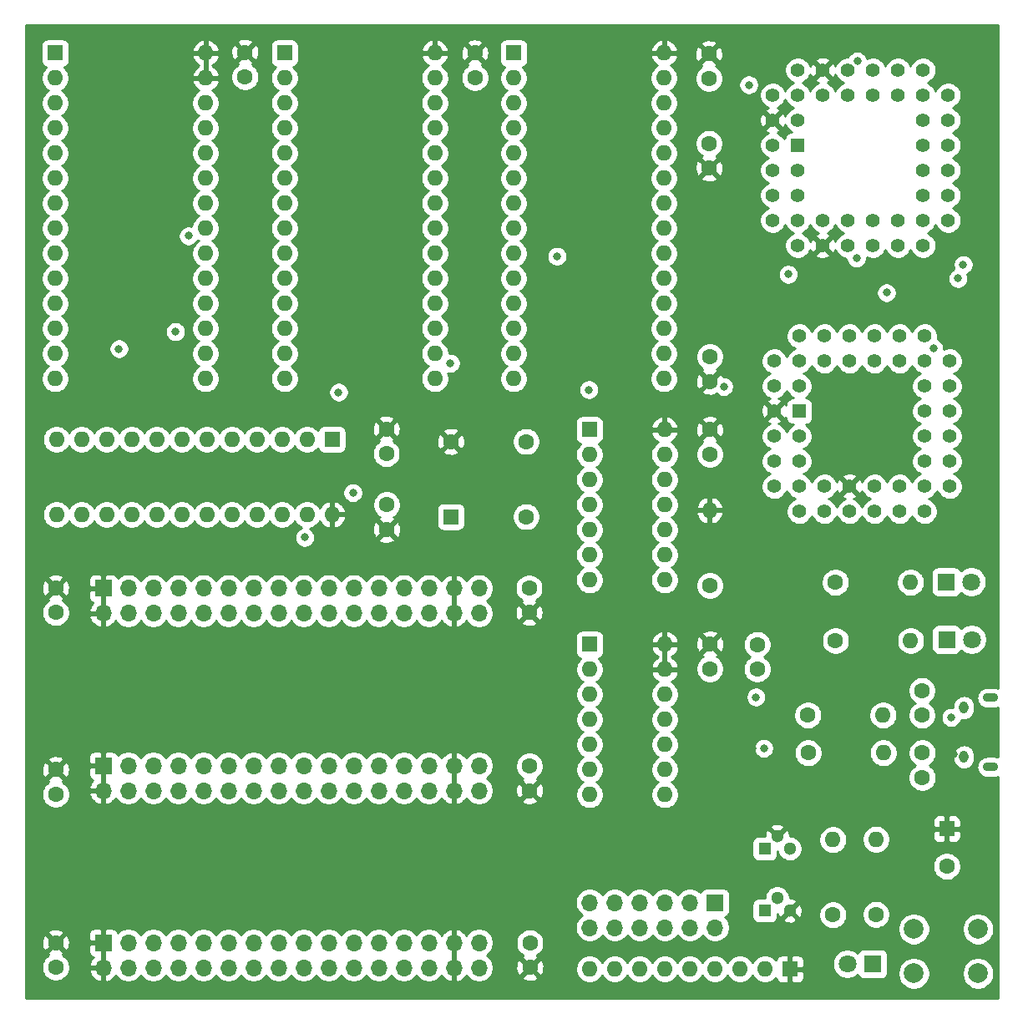
<source format=gbr>
%TF.GenerationSoftware,KiCad,Pcbnew,(5.1.9-0-10_14)*%
%TF.CreationDate,2021-09-07T10:39:34+02:00*%
%TF.ProjectId,n8 bit special,6e382062-6974-4207-9370-656369616c2e,2*%
%TF.SameCoordinates,Original*%
%TF.FileFunction,Copper,L3,Inr*%
%TF.FilePolarity,Positive*%
%FSLAX46Y46*%
G04 Gerber Fmt 4.6, Leading zero omitted, Abs format (unit mm)*
G04 Created by KiCad (PCBNEW (5.1.9-0-10_14)) date 2021-09-07 10:39:34*
%MOMM*%
%LPD*%
G01*
G04 APERTURE LIST*
%TA.AperFunction,ComponentPad*%
%ADD10C,1.600000*%
%TD*%
%TA.AperFunction,ComponentPad*%
%ADD11O,1.600000X1.600000*%
%TD*%
%TA.AperFunction,ComponentPad*%
%ADD12R,1.600000X1.600000*%
%TD*%
%TA.AperFunction,ComponentPad*%
%ADD13O,1.700000X1.700000*%
%TD*%
%TA.AperFunction,ComponentPad*%
%ADD14R,1.700000X1.700000*%
%TD*%
%TA.AperFunction,ComponentPad*%
%ADD15C,1.422400*%
%TD*%
%TA.AperFunction,ComponentPad*%
%ADD16R,1.422400X1.422400*%
%TD*%
%TA.AperFunction,ComponentPad*%
%ADD17C,1.800000*%
%TD*%
%TA.AperFunction,ComponentPad*%
%ADD18R,1.800000X1.800000*%
%TD*%
%TA.AperFunction,ComponentPad*%
%ADD19R,1.300000X1.300000*%
%TD*%
%TA.AperFunction,ComponentPad*%
%ADD20C,1.300000*%
%TD*%
%TA.AperFunction,ComponentPad*%
%ADD21O,1.550000X0.890000*%
%TD*%
%TA.AperFunction,ComponentPad*%
%ADD22O,0.950000X1.250000*%
%TD*%
%TA.AperFunction,ComponentPad*%
%ADD23C,2.000000*%
%TD*%
%TA.AperFunction,ViaPad*%
%ADD24C,0.800000*%
%TD*%
%TA.AperFunction,Conductor*%
%ADD25C,0.254000*%
%TD*%
%TA.AperFunction,Conductor*%
%ADD26C,0.100000*%
%TD*%
G04 APERTURE END LIST*
D10*
%TO.N,GND*%
%TO.C,C20*%
X178562000Y-108003000D03*
%TO.N,USB_D+*%
X178562000Y-110503000D03*
%TD*%
%TO.N,GND*%
%TO.C,C19*%
X178587000Y-116825000D03*
%TO.N,USB_D-*%
X178587000Y-114325000D03*
%TD*%
%TO.N,GND*%
%TO.C,C9*%
X157048000Y-105789000D03*
%TO.N,+5V*%
X157048000Y-103289000D03*
%TD*%
D11*
%TO.N,+5V*%
%TO.C,U10*%
X152451000Y-81559400D03*
%TO.N,GND*%
X144831000Y-96799400D03*
%TO.N,~RES*%
X152451000Y-84099400D03*
%TO.N,~READ*%
X144831000Y-94259400D03*
%TO.N,~RES*%
X152451000Y-86639400D03*
%TO.N,R~W*%
X144831000Y-91719400D03*
%TO.N,UART_RES*%
X152451000Y-89179400D03*
%TO.N,CLK*%
X144831000Y-89179400D03*
%TO.N,R~W*%
X152451000Y-91719400D03*
%TO.N,~WRITE*%
X144831000Y-86639400D03*
%TO.N,R~W*%
X152451000Y-94259400D03*
%TO.N,CLK*%
X144831000Y-84099400D03*
%TO.N,Net-(U10-Pad1)*%
X152451000Y-96799400D03*
D12*
X144831000Y-81559400D03*
%TD*%
D11*
%TO.N,+5V*%
%TO.C,R2*%
X157036000Y-89733100D03*
D10*
%TO.N,~UART_IRQ*%
X157036000Y-97353100D03*
%TD*%
D13*
%TO.N,Net-(J6-Pad12)*%
%TO.C,J6*%
X144869000Y-132029000D03*
%TO.N,PORT2_NMI_PULLUP*%
X144869000Y-129489000D03*
%TO.N,Net-(J6-Pad10)*%
X147409000Y-132029000D03*
%TO.N,PORT2_IRQ_PULLUP*%
X147409000Y-129489000D03*
%TO.N,Net-(J6-Pad8)*%
X149949000Y-132029000D03*
%TO.N,PORT1_NMI_PULLUP*%
X149949000Y-129489000D03*
%TO.N,Net-(J6-Pad6)*%
X152489000Y-132029000D03*
%TO.N,PORT1_IRQ_PULLUP*%
X152489000Y-129489000D03*
%TO.N,Net-(J6-Pad4)*%
X155029000Y-132029000D03*
%TO.N,PORT0_NMI_PULLUP*%
X155029000Y-129489000D03*
%TO.N,Net-(J6-Pad2)*%
X157569000Y-132029000D03*
D14*
%TO.N,PORT0_IRQ_PULLUP*%
X157569000Y-129489000D03*
%TD*%
D15*
%TO.N,~UART_CS*%
%TO.C,U8*%
X166116000Y-72059800D03*
%TO.N,Net-(U8-Pad37)*%
X168656000Y-72059800D03*
%TO.N,RxD*%
X171196000Y-72059800D03*
%TO.N,TxD*%
X173736000Y-72059800D03*
%TO.N,Net-(U8-Pad31)*%
X176276000Y-72059800D03*
%TO.N,Net-(U8-Pad40)*%
X163576000Y-74599800D03*
%TO.N,UART_RES*%
X168656000Y-74599800D03*
%TO.N,CLK*%
X171196000Y-74599800D03*
%TO.N,Net-(U8-Pad34)*%
X173736000Y-74599800D03*
%TO.N,~RTS*%
X176276000Y-74599800D03*
%TO.N,Net-(U8-Pad30)*%
X178816000Y-74599800D03*
%TO.N,/D0*%
X181356000Y-74599800D03*
%TO.N,/D4*%
X181356000Y-77139800D03*
%TO.N,~UART_IRQ*%
X181356000Y-79679800D03*
%TO.N,GND*%
X181356000Y-82219800D03*
%TO.N,/D5*%
X181356000Y-84759800D03*
%TO.N,/D1*%
X181356000Y-87299800D03*
%TO.N,Net-(U8-Pad29)*%
X178816000Y-72059800D03*
%TO.N,/D2*%
X178816000Y-77139800D03*
%TO.N,/D6*%
X178816000Y-79679800D03*
%TO.N,Net-(U8-Pad23)*%
X178816000Y-82219800D03*
%TO.N,/D7*%
X178816000Y-84759800D03*
%TO.N,/D3*%
X178816000Y-87299800D03*
%TO.N,Net-(U8-Pad17)*%
X178816000Y-89839800D03*
%TO.N,Net-(U8-Pad15)*%
X176276000Y-89839800D03*
%TO.N,Net-(U8-Pad13)*%
X173736000Y-89839800D03*
%TO.N,Net-(U8-Pad11)*%
X171196000Y-89839800D03*
%TO.N,~WRITE*%
X168656000Y-89839800D03*
%TO.N,/A3*%
X166116000Y-89839800D03*
%TO.N,Net-(U8-Pad16)*%
X176276000Y-87299800D03*
%TO.N,Net-(U8-Pad14)*%
X173736000Y-87299800D03*
%TO.N,+5V*%
X171196000Y-87299800D03*
%TO.N,~READ*%
X168656000Y-87299800D03*
%TO.N,~CTS*%
X166116000Y-87299800D03*
%TO.N,Net-(U8-Pad42)*%
X163576000Y-77139800D03*
%TO.N,+5V*%
X163576000Y-79679800D03*
%TO.N,/A2*%
X163576000Y-87299800D03*
%TO.N,/A1*%
X163576000Y-84759800D03*
%TO.N,/A0*%
X163576000Y-82219800D03*
%TO.N,Net-(U8-Pad41)*%
X166116000Y-74599800D03*
%TO.N,Net-(U8-Pad43)*%
X166116000Y-77139800D03*
%TO.N,Net-(U8-Pad5)*%
X166116000Y-84759800D03*
%TO.N,Net-(U8-Pad3)*%
X166116000Y-82219800D03*
D16*
%TO.N,Net-(U8-Pad1)*%
X166116000Y-79679800D03*
%TD*%
D11*
%TO.N,USB_D+*%
%TO.C,R8*%
X174612000Y-110503000D03*
D10*
%TO.N,/F_USB_D+*%
X166992000Y-110503000D03*
%TD*%
D11*
%TO.N,USB_D-*%
%TO.C,R7*%
X174625000Y-114325000D03*
D10*
%TO.N,/F_USB_D-*%
X167005000Y-114325000D03*
%TD*%
D11*
%TO.N,Net-(D3-Pad2)*%
%TO.C,R6*%
X177399000Y-97038200D03*
D10*
%TO.N,+3V3*%
X169779000Y-97038200D03*
%TD*%
D11*
%TO.N,Net-(D2-Pad2)*%
%TO.C,R5*%
X177409000Y-102941000D03*
D10*
%TO.N,+3V3*%
X169789000Y-102941000D03*
%TD*%
D17*
%TO.N,Net-(D3-Pad2)*%
%TO.C,D3*%
X183566000Y-96977200D03*
D18*
%TO.N,Net-(D3-Pad1)*%
X181026000Y-96977200D03*
%TD*%
D17*
%TO.N,Net-(D2-Pad2)*%
%TO.C,D2*%
X183592000Y-102819000D03*
D18*
%TO.N,Net-(D2-Pad1)*%
X181052000Y-102819000D03*
%TD*%
D10*
%TO.N,GND*%
%TO.C,C18*%
X161844000Y-103327000D03*
%TO.N,+3V3*%
X161844000Y-105827000D03*
%TD*%
%TO.N,GND*%
%TO.C,C17*%
X157036000Y-74157200D03*
%TO.N,+5V*%
X157036000Y-76657200D03*
%TD*%
D15*
%TO.N,Net-(U1-Pad39)*%
%TO.C,U1*%
X165964000Y-45110400D03*
%TO.N,+5V*%
X168504000Y-45110400D03*
%TO.N,/D1*%
X171044000Y-45110400D03*
%TO.N,/D3*%
X173584000Y-45110400D03*
%TO.N,/D5*%
X176124000Y-45110400D03*
%TO.N,BE_PULLUP*%
X163424000Y-47650400D03*
%TO.N,R~W*%
X168504000Y-47650400D03*
%TO.N,/D0*%
X171044000Y-47650400D03*
%TO.N,/D2*%
X173584000Y-47650400D03*
%TO.N,/D4*%
X176124000Y-47650400D03*
%TO.N,/D6*%
X178664000Y-47650400D03*
%TO.N,/A15*%
X181204000Y-47650400D03*
%TO.N,/A13*%
X181204000Y-50190400D03*
%TO.N,GND*%
X181204000Y-52730400D03*
%TO.N,/A11*%
X181204000Y-55270400D03*
%TO.N,/A9*%
X181204000Y-57810400D03*
%TO.N,/A7*%
X181204000Y-60350400D03*
%TO.N,/D7*%
X178664000Y-45110400D03*
%TO.N,/A14*%
X178664000Y-50190400D03*
%TO.N,/A12*%
X178664000Y-52730400D03*
%TO.N,GND*%
X178664000Y-55270400D03*
%TO.N,/A10*%
X178664000Y-57810400D03*
%TO.N,/A8*%
X178664000Y-60350400D03*
%TO.N,/A6*%
X178664000Y-62890400D03*
%TO.N,/A4*%
X176124000Y-62890400D03*
%TO.N,/A2*%
X173584000Y-62890400D03*
%TO.N,/A1*%
X171044000Y-62890400D03*
%TO.N,+5V*%
X168504000Y-62890400D03*
%TO.N,~NMI*%
X165964000Y-62890400D03*
%TO.N,/A5*%
X176124000Y-60350400D03*
%TO.N,/A3*%
X173584000Y-60350400D03*
%TO.N,Net-(U1-Pad12)*%
X171044000Y-60350400D03*
%TO.N,/A0*%
X168504000Y-60350400D03*
%TO.N,Net-(U1-Pad8)*%
X165964000Y-60350400D03*
%TO.N,+5V*%
X163424000Y-50190400D03*
%TO.N,~RES*%
X163424000Y-52730400D03*
%TO.N,Net-(U1-Pad6)*%
X163424000Y-60350400D03*
%TO.N,Net-(U1-Pad4)*%
X163424000Y-57810400D03*
%TO.N,Net-(U1-Pad2)*%
X163424000Y-55270400D03*
%TO.N,CLK*%
X165964000Y-47650400D03*
%TO.N,Net-(U1-Pad43)*%
X165964000Y-50190400D03*
%TO.N,~IRQ*%
X165964000Y-57810400D03*
%TO.N,RDY_PULLUP*%
X165964000Y-55270400D03*
D16*
%TO.N,GND*%
X165964000Y-52730400D03*
%TD*%
D19*
%TO.N,Net-(D1-Pad2)*%
%TO.C,Q1*%
X162611000Y-130315000D03*
D20*
%TO.N,+5V*%
X165151000Y-130315000D03*
%TO.N,Net-(Q1-Pad2)*%
X163881000Y-129045000D03*
%TD*%
D11*
%TO.N,~RES*%
%TO.C,R4*%
X169532000Y-123126000D03*
D10*
%TO.N,Net-(Q1-Pad2)*%
X169532000Y-130746000D03*
%TD*%
%TO.N,+5V*%
%TO.C,C16*%
X124244000Y-81497800D03*
%TO.N,GND*%
X124244000Y-83997800D03*
%TD*%
%TO.N,GND*%
%TO.C,X1*%
X138405000Y-90373200D03*
%TO.N,CLK*%
X138405000Y-82753200D03*
%TO.N,+5V*%
X130785000Y-82753200D03*
D12*
%TO.N,Net-(X1-Pad1)*%
X130785000Y-90373200D03*
%TD*%
D21*
%TO.N,Net-(J1-Pad6)*%
%TO.C,J1*%
X185513000Y-108742000D03*
X185513000Y-115742000D03*
D22*
X182813000Y-109742000D03*
X182813000Y-114742000D03*
%TD*%
D10*
%TO.N,GND*%
%TO.C,C2*%
X181064000Y-125822000D03*
D12*
%TO.N,+5V*%
X181064000Y-122022000D03*
%TD*%
D10*
%TO.N,GND*%
%TO.C,C1*%
X157036000Y-84048600D03*
%TO.N,+5V*%
X157036000Y-81548600D03*
%TD*%
%TO.N,+5V*%
%TO.C,C3*%
X90723700Y-133563000D03*
%TO.N,GND*%
X90723700Y-136063000D03*
%TD*%
%TO.N,GND*%
%TO.C,C4*%
X138803000Y-133568000D03*
%TO.N,+5V*%
X138803000Y-136068000D03*
%TD*%
%TO.N,+5V*%
%TO.C,C7*%
X90723700Y-116016000D03*
%TO.N,GND*%
X90723700Y-118516000D03*
%TD*%
%TO.N,+5V*%
%TO.C,C8*%
X138770000Y-118161000D03*
%TO.N,GND*%
X138770000Y-115661000D03*
%TD*%
%TO.N,+5V*%
%TO.C,C5*%
X90723700Y-97601000D03*
%TO.N,GND*%
X90723700Y-100101000D03*
%TD*%
%TO.N,+5V*%
%TO.C,C6*%
X138719000Y-100101000D03*
%TO.N,GND*%
X138719000Y-97601000D03*
%TD*%
%TO.N,GND*%
%TO.C,C11*%
X156972000Y-52541800D03*
%TO.N,+5V*%
X156972000Y-55041800D03*
%TD*%
%TO.N,+5V*%
%TO.C,C12*%
X156947000Y-43459400D03*
%TO.N,GND*%
X156947000Y-45959400D03*
%TD*%
%TO.N,+5V*%
%TO.C,C13*%
X133223000Y-43370500D03*
%TO.N,GND*%
X133223000Y-45870500D03*
%TD*%
%TO.N,+5V*%
%TO.C,C14*%
X109918000Y-43307000D03*
%TO.N,GND*%
X109918000Y-45807000D03*
%TD*%
D18*
%TO.N,Net-(D1-Pad1)*%
%TO.C,D1*%
X173533000Y-135712000D03*
D17*
%TO.N,Net-(D1-Pad2)*%
X170993000Y-135712000D03*
%TD*%
D14*
%TO.N,+5V*%
%TO.C,J2*%
X95539600Y-97637600D03*
D13*
X95539600Y-100177600D03*
%TO.N,GND*%
X98079600Y-97637600D03*
X98079600Y-100177600D03*
%TO.N,/A0*%
X100619600Y-97637600D03*
%TO.N,/D0*%
X100619600Y-100177600D03*
%TO.N,/A1*%
X103159600Y-97637600D03*
%TO.N,/D1*%
X103159600Y-100177600D03*
%TO.N,/A2*%
X105699600Y-97637600D03*
%TO.N,/D2*%
X105699600Y-100177600D03*
%TO.N,/A3*%
X108239600Y-97637600D03*
%TO.N,/D3*%
X108239600Y-100177600D03*
%TO.N,/A4*%
X110779600Y-97637600D03*
%TO.N,/D4*%
X110779600Y-100177600D03*
%TO.N,/A5*%
X113319600Y-97637600D03*
%TO.N,/D5*%
X113319600Y-100177600D03*
%TO.N,~PORT0_CS*%
X115859600Y-97637600D03*
%TO.N,/D6*%
X115859600Y-100177600D03*
%TO.N,R~W*%
X118399600Y-97637600D03*
%TO.N,/D7*%
X118399600Y-100177600D03*
%TO.N,CLK*%
X120939600Y-97637600D03*
%TO.N,PORT0_IRQ_PULLUP*%
X120939600Y-100177600D03*
%TO.N,~RES*%
X123479600Y-97637600D03*
%TO.N,PORT0_NMI_PULLUP*%
X123479600Y-100177600D03*
%TO.N,FUTURE0*%
X126019600Y-97637600D03*
%TO.N,~READ*%
X126019600Y-100177600D03*
%TO.N,FUTURE1*%
X128559600Y-97637600D03*
%TO.N,~WRITE*%
X128559600Y-100177600D03*
%TO.N,+5V*%
X131099600Y-97637600D03*
X131099600Y-100177600D03*
%TO.N,GND*%
X133639600Y-97637600D03*
X133639600Y-100177600D03*
%TD*%
D14*
%TO.N,+5V*%
%TO.C,J3*%
X95541800Y-133560000D03*
D13*
X95541800Y-136100000D03*
%TO.N,GND*%
X98081800Y-133560000D03*
X98081800Y-136100000D03*
%TO.N,/A0*%
X100621800Y-133560000D03*
%TO.N,/D0*%
X100621800Y-136100000D03*
%TO.N,/A1*%
X103161800Y-133560000D03*
%TO.N,/D1*%
X103161800Y-136100000D03*
%TO.N,/A2*%
X105701800Y-133560000D03*
%TO.N,/D2*%
X105701800Y-136100000D03*
%TO.N,/A3*%
X108241800Y-133560000D03*
%TO.N,/D3*%
X108241800Y-136100000D03*
%TO.N,/A4*%
X110781800Y-133560000D03*
%TO.N,/D4*%
X110781800Y-136100000D03*
%TO.N,/A5*%
X113321800Y-133560000D03*
%TO.N,/D5*%
X113321800Y-136100000D03*
%TO.N,~PORT2_CS*%
X115861800Y-133560000D03*
%TO.N,/D6*%
X115861800Y-136100000D03*
%TO.N,R~W*%
X118401800Y-133560000D03*
%TO.N,/D7*%
X118401800Y-136100000D03*
%TO.N,CLK*%
X120941800Y-133560000D03*
%TO.N,PORT2_IRQ_PULLUP*%
X120941800Y-136100000D03*
%TO.N,~RES*%
X123481800Y-133560000D03*
%TO.N,PORT2_NMI_PULLUP*%
X123481800Y-136100000D03*
%TO.N,FUTURE0*%
X126021800Y-133560000D03*
%TO.N,~READ*%
X126021800Y-136100000D03*
%TO.N,FUTURE1*%
X128561800Y-133560000D03*
%TO.N,~WRITE*%
X128561800Y-136100000D03*
%TO.N,+5V*%
X131101800Y-133560000D03*
X131101800Y-136100000D03*
%TO.N,GND*%
X133641800Y-133560000D03*
X133641800Y-136100000D03*
%TD*%
%TO.N,GND*%
%TO.C,J4*%
X133639600Y-118143000D03*
X133639600Y-115603000D03*
%TO.N,+5V*%
X131099600Y-118143000D03*
X131099600Y-115603000D03*
%TO.N,~WRITE*%
X128559600Y-118143000D03*
%TO.N,FUTURE1*%
X128559600Y-115603000D03*
%TO.N,~READ*%
X126019600Y-118143000D03*
%TO.N,FUTURE0*%
X126019600Y-115603000D03*
%TO.N,PORT1_NMI_PULLUP*%
X123479600Y-118143000D03*
%TO.N,~RES*%
X123479600Y-115603000D03*
%TO.N,PORT1_IRQ_PULLUP*%
X120939600Y-118143000D03*
%TO.N,CLK*%
X120939600Y-115603000D03*
%TO.N,/D7*%
X118399600Y-118143000D03*
%TO.N,R~W*%
X118399600Y-115603000D03*
%TO.N,/D6*%
X115859600Y-118143000D03*
%TO.N,~PORT1_CS*%
X115859600Y-115603000D03*
%TO.N,/D5*%
X113319600Y-118143000D03*
%TO.N,/A5*%
X113319600Y-115603000D03*
%TO.N,/D4*%
X110779600Y-118143000D03*
%TO.N,/A4*%
X110779600Y-115603000D03*
%TO.N,/D3*%
X108239600Y-118143000D03*
%TO.N,/A3*%
X108239600Y-115603000D03*
%TO.N,/D2*%
X105699600Y-118143000D03*
%TO.N,/A2*%
X105699600Y-115603000D03*
%TO.N,/D1*%
X103159600Y-118143000D03*
%TO.N,/A1*%
X103159600Y-115603000D03*
%TO.N,/D0*%
X100619600Y-118143000D03*
%TO.N,/A0*%
X100619600Y-115603000D03*
%TO.N,GND*%
X98079600Y-118143000D03*
X98079600Y-115603000D03*
%TO.N,+5V*%
X95539600Y-118143000D03*
D14*
X95539600Y-115603000D03*
%TD*%
D10*
%TO.N,Net-(D1-Pad1)*%
%TO.C,R1*%
X173888000Y-130696000D03*
D11*
%TO.N,GND*%
X173888000Y-123076000D03*
%TD*%
D12*
%TO.N,+5V*%
%TO.C,RN1*%
X165176000Y-136233000D03*
D11*
%TO.N,RDY_PULLUP*%
X162636000Y-136233000D03*
%TO.N,BE_PULLUP*%
X160096000Y-136233000D03*
%TO.N,Net-(J6-Pad2)*%
X157556000Y-136233000D03*
%TO.N,Net-(J6-Pad4)*%
X155016000Y-136233000D03*
%TO.N,Net-(J6-Pad6)*%
X152476000Y-136233000D03*
%TO.N,Net-(J6-Pad8)*%
X149936000Y-136233000D03*
%TO.N,Net-(J6-Pad10)*%
X147396000Y-136233000D03*
%TO.N,Net-(J6-Pad12)*%
X144856000Y-136233000D03*
%TD*%
D20*
%TO.N,+5V*%
%TO.C,U7*%
X163881000Y-122758000D03*
%TO.N,GND*%
X165151000Y-124028000D03*
D19*
%TO.N,~RES*%
X162611000Y-124028000D03*
%TD*%
D12*
%TO.N,CLK*%
%TO.C,U6*%
X118745000Y-82537300D03*
D11*
%TO.N,R~W*%
X90805000Y-90157300D03*
%TO.N,/A6*%
X116205000Y-82537300D03*
%TO.N,FUTURE1*%
X93345000Y-90157300D03*
%TO.N,/A7*%
X113665000Y-82537300D03*
%TO.N,FUTURE0*%
X95885000Y-90157300D03*
%TO.N,/A8*%
X111125000Y-82537300D03*
%TO.N,Net-(U6-Pad16)*%
X98425000Y-90157300D03*
%TO.N,/A9*%
X108585000Y-82537300D03*
%TO.N,~UART_CS*%
X100965000Y-90157300D03*
%TO.N,/A10*%
X106045000Y-82537300D03*
%TO.N,~PORT2_CS*%
X103505000Y-90157300D03*
%TO.N,/A11*%
X103505000Y-82537300D03*
%TO.N,~PORT1_CS*%
X106045000Y-90157300D03*
%TO.N,/A12*%
X100965000Y-82537300D03*
%TO.N,~PORT0_CS*%
X108585000Y-90157300D03*
%TO.N,/A13*%
X98425000Y-82537300D03*
%TO.N,~RAM2_CS*%
X111125000Y-90157300D03*
%TO.N,/A14*%
X95885000Y-82537300D03*
%TO.N,~RAM1_CS*%
X113665000Y-90157300D03*
%TO.N,/A15*%
X93345000Y-82537300D03*
%TO.N,~ROM_CS*%
X116205000Y-90157300D03*
%TO.N,GND*%
X90805000Y-82537300D03*
%TO.N,+5V*%
X118745000Y-90157300D03*
%TD*%
D10*
%TO.N,GND*%
%TO.C,C15*%
X124282000Y-89179400D03*
%TO.N,+5V*%
X124282000Y-91679400D03*
%TD*%
D23*
%TO.N,GND*%
%TO.C,SW1*%
X177736000Y-136682000D03*
%TO.N,~RES*%
X177736000Y-132182000D03*
%TO.N,GND*%
X184236000Y-136682000D03*
%TO.N,~RES*%
X184236000Y-132182000D03*
%TD*%
D12*
%TO.N,/A14*%
%TO.C,U2*%
X137160000Y-43370500D03*
D11*
%TO.N,/D3*%
X152400000Y-76390500D03*
%TO.N,/A12*%
X137160000Y-45910500D03*
%TO.N,/D4*%
X152400000Y-73850500D03*
%TO.N,/A7*%
X137160000Y-48450500D03*
%TO.N,/D5*%
X152400000Y-71310500D03*
%TO.N,/A6*%
X137160000Y-50990500D03*
%TO.N,/D6*%
X152400000Y-68770500D03*
%TO.N,/A5*%
X137160000Y-53530500D03*
%TO.N,/D7*%
X152400000Y-66230500D03*
%TO.N,/A4*%
X137160000Y-56070500D03*
%TO.N,~RAM1_CS*%
X152400000Y-63690500D03*
%TO.N,/A3*%
X137160000Y-58610500D03*
%TO.N,/A10*%
X152400000Y-61150500D03*
%TO.N,/A2*%
X137160000Y-61150500D03*
%TO.N,~READ*%
X152400000Y-58610500D03*
%TO.N,/A1*%
X137160000Y-63690500D03*
%TO.N,/A11*%
X152400000Y-56070500D03*
%TO.N,/A0*%
X137160000Y-66230500D03*
%TO.N,/A9*%
X152400000Y-53530500D03*
%TO.N,/D0*%
X137160000Y-68770500D03*
%TO.N,/A8*%
X152400000Y-50990500D03*
%TO.N,/D1*%
X137160000Y-71310500D03*
%TO.N,/A13*%
X152400000Y-48450500D03*
%TO.N,/D2*%
X137160000Y-73850500D03*
%TO.N,~WRITE*%
X152400000Y-45910500D03*
%TO.N,GND*%
X137160000Y-76390500D03*
%TO.N,+5V*%
X152400000Y-43370500D03*
%TD*%
D12*
%TO.N,/A14*%
%TO.C,U3*%
X113919000Y-43370500D03*
D11*
%TO.N,/D3*%
X129159000Y-76390500D03*
%TO.N,/A12*%
X113919000Y-45910500D03*
%TO.N,/D4*%
X129159000Y-73850500D03*
%TO.N,/A7*%
X113919000Y-48450500D03*
%TO.N,/D5*%
X129159000Y-71310500D03*
%TO.N,/A6*%
X113919000Y-50990500D03*
%TO.N,/D6*%
X129159000Y-68770500D03*
%TO.N,/A5*%
X113919000Y-53530500D03*
%TO.N,/D7*%
X129159000Y-66230500D03*
%TO.N,/A4*%
X113919000Y-56070500D03*
%TO.N,~RAM2_CS*%
X129159000Y-63690500D03*
%TO.N,/A3*%
X113919000Y-58610500D03*
%TO.N,/A10*%
X129159000Y-61150500D03*
%TO.N,/A2*%
X113919000Y-61150500D03*
%TO.N,~READ*%
X129159000Y-58610500D03*
%TO.N,/A1*%
X113919000Y-63690500D03*
%TO.N,/A11*%
X129159000Y-56070500D03*
%TO.N,/A0*%
X113919000Y-66230500D03*
%TO.N,/A9*%
X129159000Y-53530500D03*
%TO.N,/D0*%
X113919000Y-68770500D03*
%TO.N,/A8*%
X129159000Y-50990500D03*
%TO.N,/D1*%
X113919000Y-71310500D03*
%TO.N,/A13*%
X129159000Y-48450500D03*
%TO.N,/D2*%
X113919000Y-73850500D03*
%TO.N,~WRITE*%
X129159000Y-45910500D03*
%TO.N,GND*%
X113919000Y-76390500D03*
%TO.N,+5V*%
X129159000Y-43370500D03*
%TD*%
%TO.N,+5V*%
%TO.C,U4*%
X105918000Y-43370500D03*
%TO.N,GND*%
X90678000Y-76390500D03*
%TO.N,+5V*%
X105918000Y-45910500D03*
%TO.N,/D2*%
X90678000Y-73850500D03*
%TO.N,/A13*%
X105918000Y-48450500D03*
%TO.N,/D1*%
X90678000Y-71310500D03*
%TO.N,/A8*%
X105918000Y-50990500D03*
%TO.N,/D0*%
X90678000Y-68770500D03*
%TO.N,/A9*%
X105918000Y-53530500D03*
%TO.N,/A0*%
X90678000Y-66230500D03*
%TO.N,/A11*%
X105918000Y-56070500D03*
%TO.N,/A1*%
X90678000Y-63690500D03*
%TO.N,~READ*%
X105918000Y-58610500D03*
%TO.N,/A2*%
X90678000Y-61150500D03*
%TO.N,/A10*%
X105918000Y-61150500D03*
%TO.N,/A3*%
X90678000Y-58610500D03*
%TO.N,~ROM_CS*%
X105918000Y-63690500D03*
%TO.N,/A4*%
X90678000Y-56070500D03*
%TO.N,/D7*%
X105918000Y-66230500D03*
%TO.N,/A5*%
X90678000Y-53530500D03*
%TO.N,/D6*%
X105918000Y-68770500D03*
%TO.N,/A6*%
X90678000Y-50990500D03*
%TO.N,/D5*%
X105918000Y-71310500D03*
%TO.N,/A7*%
X90678000Y-48450500D03*
%TO.N,/D4*%
X105918000Y-73850500D03*
%TO.N,/A12*%
X90678000Y-45910500D03*
%TO.N,/D3*%
X105918000Y-76390500D03*
D12*
%TO.N,/A14*%
X90678000Y-43370500D03*
%TD*%
%TO.N,PORT0_IRQ_PULLUP*%
%TO.C,U5*%
X144856000Y-103314000D03*
D11*
%TO.N,~NMI*%
X152476000Y-118554000D03*
%TO.N,PORT1_IRQ_PULLUP*%
X144856000Y-105854000D03*
%TO.N,PORT0_NMI_PULLUP*%
X152476000Y-116014000D03*
%TO.N,N/C*%
X144856000Y-108394000D03*
%TO.N,PORT1_NMI_PULLUP*%
X152476000Y-113474000D03*
%TO.N,PORT2_IRQ_PULLUP*%
X144856000Y-110934000D03*
%TO.N,N/C*%
X152476000Y-110934000D03*
%TO.N,~UART_IRQ*%
X144856000Y-113474000D03*
%TO.N,PORT2_NMI_PULLUP*%
X152476000Y-108394000D03*
%TO.N,~IRQ*%
X144856000Y-116014000D03*
%TO.N,+5V*%
X152476000Y-105854000D03*
%TO.N,GND*%
X144856000Y-118554000D03*
%TO.N,+5V*%
X152476000Y-103314000D03*
%TD*%
D24*
%TO.N,GND*%
X161728000Y-108660700D03*
X181512000Y-110717500D03*
X162523600Y-113854900D03*
%TO.N,+5V*%
X161391500Y-113866000D03*
X181735900Y-114429400D03*
X173730920Y-85440520D03*
X173751240Y-91607640D03*
%TO.N,/A0*%
X164995300Y-65802500D03*
%TO.N,/D0*%
X174970100Y-67672600D03*
%TO.N,/A2*%
X104190800Y-61910800D03*
X171923300Y-64169200D03*
%TO.N,/A3*%
X97137200Y-73352800D03*
%TO.N,/A4*%
X141549900Y-63974600D03*
%TO.N,/D5*%
X115976100Y-92477400D03*
X120867400Y-87955600D03*
%TO.N,/D6*%
X179732900Y-73329800D03*
%TO.N,/D7*%
X182209200Y-66230500D03*
%TO.N,/A13*%
X161002800Y-46598900D03*
%TO.N,/A15*%
X172001000Y-44192400D03*
X130750500Y-74821900D03*
%TO.N,~RAM2_CS*%
X119409400Y-77760900D03*
%TO.N,~RAM1_CS*%
X144788800Y-77508800D03*
%TO.N,BE_PULLUP*%
X182728100Y-64829200D03*
%TO.N,~UART_CS*%
X102865300Y-71638000D03*
%TO.N,UART_RES*%
X158459800Y-77196000D03*
%TD*%
D25*
%TO.N,+5V*%
X186247485Y-40566480D02*
X186249390Y-40567055D01*
X186251154Y-40567993D01*
X186252699Y-40569253D01*
X186253969Y-40570788D01*
X186254915Y-40572538D01*
X186255507Y-40574450D01*
X186259000Y-40607683D01*
X186259001Y-107739759D01*
X186258298Y-107739383D01*
X186054717Y-107677627D01*
X185896051Y-107662000D01*
X185129949Y-107662000D01*
X184971283Y-107677627D01*
X184767702Y-107739383D01*
X184580081Y-107839668D01*
X184415630Y-107974630D01*
X184280668Y-108139081D01*
X184180383Y-108326702D01*
X184118627Y-108530283D01*
X184097775Y-108742000D01*
X184118627Y-108953717D01*
X184180383Y-109157298D01*
X184280668Y-109344919D01*
X184415630Y-109509370D01*
X184580081Y-109644332D01*
X184767702Y-109744617D01*
X184971283Y-109806373D01*
X185129949Y-109822000D01*
X185896051Y-109822000D01*
X186054717Y-109806373D01*
X186258298Y-109744617D01*
X186259001Y-109744241D01*
X186259001Y-114739759D01*
X186258298Y-114739383D01*
X186054717Y-114677627D01*
X185896051Y-114662000D01*
X185129949Y-114662000D01*
X184971283Y-114677627D01*
X184767702Y-114739383D01*
X184580081Y-114839668D01*
X184415630Y-114974630D01*
X184280668Y-115139081D01*
X184180383Y-115326702D01*
X184118627Y-115530283D01*
X184097775Y-115742000D01*
X184118627Y-115953717D01*
X184180383Y-116157298D01*
X184280668Y-116344919D01*
X184415630Y-116509370D01*
X184580081Y-116644332D01*
X184767702Y-116744617D01*
X184971283Y-116806373D01*
X185129949Y-116822000D01*
X185896051Y-116822000D01*
X186054717Y-116806373D01*
X186258298Y-116744617D01*
X186259001Y-116744241D01*
X186259001Y-139158484D01*
X186255520Y-139193983D01*
X186254944Y-139195892D01*
X186254007Y-139197654D01*
X186252747Y-139199199D01*
X186251213Y-139200468D01*
X186249460Y-139201416D01*
X186247550Y-139202007D01*
X186214318Y-139205500D01*
X87727006Y-139205500D01*
X87691517Y-139202020D01*
X87689608Y-139201444D01*
X87687846Y-139200507D01*
X87686301Y-139199247D01*
X87685032Y-139197713D01*
X87684084Y-139195960D01*
X87683493Y-139194050D01*
X87680000Y-139160818D01*
X87680000Y-135921665D01*
X89288700Y-135921665D01*
X89288700Y-136204335D01*
X89343847Y-136481574D01*
X89452020Y-136742727D01*
X89609063Y-136977759D01*
X89808941Y-137177637D01*
X90043973Y-137334680D01*
X90305126Y-137442853D01*
X90582365Y-137498000D01*
X90865035Y-137498000D01*
X91142274Y-137442853D01*
X91403427Y-137334680D01*
X91638459Y-137177637D01*
X91838337Y-136977759D01*
X91995380Y-136742727D01*
X92103553Y-136481574D01*
X92108462Y-136456891D01*
X94100319Y-136456891D01*
X94197643Y-136731252D01*
X94346622Y-136981355D01*
X94541531Y-137197588D01*
X94774880Y-137371641D01*
X95037701Y-137496825D01*
X95184910Y-137541476D01*
X95414800Y-137420155D01*
X95414800Y-136227000D01*
X94220986Y-136227000D01*
X94100319Y-136456891D01*
X92108462Y-136456891D01*
X92158700Y-136204335D01*
X92158700Y-135921665D01*
X92103553Y-135644426D01*
X91995380Y-135383273D01*
X91838337Y-135148241D01*
X91638459Y-134948363D01*
X91437831Y-134814308D01*
X91465214Y-134799671D01*
X91536797Y-134555702D01*
X91391095Y-134410000D01*
X94053728Y-134410000D01*
X94065988Y-134534482D01*
X94102298Y-134654180D01*
X94161263Y-134764494D01*
X94240615Y-134861185D01*
X94337306Y-134940537D01*
X94447620Y-134999502D01*
X94523426Y-135022498D01*
X94346622Y-135218645D01*
X94197643Y-135468748D01*
X94100319Y-135743109D01*
X94220986Y-135973000D01*
X95414800Y-135973000D01*
X95414800Y-133687000D01*
X94215550Y-133687000D01*
X94056800Y-133845750D01*
X94053728Y-134410000D01*
X91391095Y-134410000D01*
X90723700Y-133742605D01*
X89910603Y-134555702D01*
X89982186Y-134799671D01*
X90011041Y-134813324D01*
X89808941Y-134948363D01*
X89609063Y-135148241D01*
X89452020Y-135383273D01*
X89343847Y-135644426D01*
X89288700Y-135921665D01*
X87680000Y-135921665D01*
X87680000Y-133633512D01*
X89283483Y-133633512D01*
X89324913Y-133913130D01*
X89420097Y-134179292D01*
X89487029Y-134304514D01*
X89730998Y-134376097D01*
X90544095Y-133563000D01*
X90903305Y-133563000D01*
X91716402Y-134376097D01*
X91960371Y-134304514D01*
X92081271Y-134049004D01*
X92150000Y-133774816D01*
X92163917Y-133492488D01*
X92122487Y-133212870D01*
X92027303Y-132946708D01*
X91960371Y-132821486D01*
X91716402Y-132749903D01*
X90903305Y-133563000D01*
X90544095Y-133563000D01*
X89730998Y-132749903D01*
X89487029Y-132821486D01*
X89366129Y-133076996D01*
X89297400Y-133351184D01*
X89283483Y-133633512D01*
X87680000Y-133633512D01*
X87680000Y-132570298D01*
X89910603Y-132570298D01*
X90723700Y-133383395D01*
X91397095Y-132710000D01*
X94053728Y-132710000D01*
X94056800Y-133274250D01*
X94215550Y-133433000D01*
X95414800Y-133433000D01*
X95414800Y-132233750D01*
X95668800Y-132233750D01*
X95668800Y-133433000D01*
X95688800Y-133433000D01*
X95688800Y-133687000D01*
X95668800Y-133687000D01*
X95668800Y-135973000D01*
X95688800Y-135973000D01*
X95688800Y-136227000D01*
X95668800Y-136227000D01*
X95668800Y-137420155D01*
X95898690Y-137541476D01*
X96045899Y-137496825D01*
X96308720Y-137371641D01*
X96542069Y-137197588D01*
X96736978Y-136981355D01*
X96806605Y-136864466D01*
X96928325Y-137046632D01*
X97135168Y-137253475D01*
X97378389Y-137415990D01*
X97648642Y-137527932D01*
X97935540Y-137585000D01*
X98228060Y-137585000D01*
X98514958Y-137527932D01*
X98785211Y-137415990D01*
X99028432Y-137253475D01*
X99235275Y-137046632D01*
X99351800Y-136872240D01*
X99468325Y-137046632D01*
X99675168Y-137253475D01*
X99918389Y-137415990D01*
X100188642Y-137527932D01*
X100475540Y-137585000D01*
X100768060Y-137585000D01*
X101054958Y-137527932D01*
X101325211Y-137415990D01*
X101568432Y-137253475D01*
X101775275Y-137046632D01*
X101891800Y-136872240D01*
X102008325Y-137046632D01*
X102215168Y-137253475D01*
X102458389Y-137415990D01*
X102728642Y-137527932D01*
X103015540Y-137585000D01*
X103308060Y-137585000D01*
X103594958Y-137527932D01*
X103865211Y-137415990D01*
X104108432Y-137253475D01*
X104315275Y-137046632D01*
X104431800Y-136872240D01*
X104548325Y-137046632D01*
X104755168Y-137253475D01*
X104998389Y-137415990D01*
X105268642Y-137527932D01*
X105555540Y-137585000D01*
X105848060Y-137585000D01*
X106134958Y-137527932D01*
X106405211Y-137415990D01*
X106648432Y-137253475D01*
X106855275Y-137046632D01*
X106971800Y-136872240D01*
X107088325Y-137046632D01*
X107295168Y-137253475D01*
X107538389Y-137415990D01*
X107808642Y-137527932D01*
X108095540Y-137585000D01*
X108388060Y-137585000D01*
X108674958Y-137527932D01*
X108945211Y-137415990D01*
X109188432Y-137253475D01*
X109395275Y-137046632D01*
X109511800Y-136872240D01*
X109628325Y-137046632D01*
X109835168Y-137253475D01*
X110078389Y-137415990D01*
X110348642Y-137527932D01*
X110635540Y-137585000D01*
X110928060Y-137585000D01*
X111214958Y-137527932D01*
X111485211Y-137415990D01*
X111728432Y-137253475D01*
X111935275Y-137046632D01*
X112051800Y-136872240D01*
X112168325Y-137046632D01*
X112375168Y-137253475D01*
X112618389Y-137415990D01*
X112888642Y-137527932D01*
X113175540Y-137585000D01*
X113468060Y-137585000D01*
X113754958Y-137527932D01*
X114025211Y-137415990D01*
X114268432Y-137253475D01*
X114475275Y-137046632D01*
X114591800Y-136872240D01*
X114708325Y-137046632D01*
X114915168Y-137253475D01*
X115158389Y-137415990D01*
X115428642Y-137527932D01*
X115715540Y-137585000D01*
X116008060Y-137585000D01*
X116294958Y-137527932D01*
X116565211Y-137415990D01*
X116808432Y-137253475D01*
X117015275Y-137046632D01*
X117131800Y-136872240D01*
X117248325Y-137046632D01*
X117455168Y-137253475D01*
X117698389Y-137415990D01*
X117968642Y-137527932D01*
X118255540Y-137585000D01*
X118548060Y-137585000D01*
X118834958Y-137527932D01*
X119105211Y-137415990D01*
X119348432Y-137253475D01*
X119555275Y-137046632D01*
X119671800Y-136872240D01*
X119788325Y-137046632D01*
X119995168Y-137253475D01*
X120238389Y-137415990D01*
X120508642Y-137527932D01*
X120795540Y-137585000D01*
X121088060Y-137585000D01*
X121374958Y-137527932D01*
X121645211Y-137415990D01*
X121888432Y-137253475D01*
X122095275Y-137046632D01*
X122211800Y-136872240D01*
X122328325Y-137046632D01*
X122535168Y-137253475D01*
X122778389Y-137415990D01*
X123048642Y-137527932D01*
X123335540Y-137585000D01*
X123628060Y-137585000D01*
X123914958Y-137527932D01*
X124185211Y-137415990D01*
X124428432Y-137253475D01*
X124635275Y-137046632D01*
X124751800Y-136872240D01*
X124868325Y-137046632D01*
X125075168Y-137253475D01*
X125318389Y-137415990D01*
X125588642Y-137527932D01*
X125875540Y-137585000D01*
X126168060Y-137585000D01*
X126454958Y-137527932D01*
X126725211Y-137415990D01*
X126968432Y-137253475D01*
X127175275Y-137046632D01*
X127291800Y-136872240D01*
X127408325Y-137046632D01*
X127615168Y-137253475D01*
X127858389Y-137415990D01*
X128128642Y-137527932D01*
X128415540Y-137585000D01*
X128708060Y-137585000D01*
X128994958Y-137527932D01*
X129265211Y-137415990D01*
X129508432Y-137253475D01*
X129715275Y-137046632D01*
X129836995Y-136864466D01*
X129906622Y-136981355D01*
X130101531Y-137197588D01*
X130334880Y-137371641D01*
X130597701Y-137496825D01*
X130744910Y-137541476D01*
X130974800Y-137420155D01*
X130974800Y-136227000D01*
X130954800Y-136227000D01*
X130954800Y-135973000D01*
X130974800Y-135973000D01*
X130974800Y-133687000D01*
X130954800Y-133687000D01*
X130954800Y-133433000D01*
X130974800Y-133433000D01*
X130974800Y-132239845D01*
X131228800Y-132239845D01*
X131228800Y-133433000D01*
X131248800Y-133433000D01*
X131248800Y-133687000D01*
X131228800Y-133687000D01*
X131228800Y-135973000D01*
X131248800Y-135973000D01*
X131248800Y-136227000D01*
X131228800Y-136227000D01*
X131228800Y-137420155D01*
X131458690Y-137541476D01*
X131605899Y-137496825D01*
X131868720Y-137371641D01*
X132102069Y-137197588D01*
X132296978Y-136981355D01*
X132366605Y-136864466D01*
X132488325Y-137046632D01*
X132695168Y-137253475D01*
X132938389Y-137415990D01*
X133208642Y-137527932D01*
X133495540Y-137585000D01*
X133788060Y-137585000D01*
X134074958Y-137527932D01*
X134345211Y-137415990D01*
X134588432Y-137253475D01*
X134781205Y-137060702D01*
X137989903Y-137060702D01*
X138061486Y-137304671D01*
X138316996Y-137425571D01*
X138591184Y-137494300D01*
X138873512Y-137508217D01*
X139153130Y-137466787D01*
X139419292Y-137371603D01*
X139544514Y-137304671D01*
X139616097Y-137060702D01*
X138803000Y-136247605D01*
X137989903Y-137060702D01*
X134781205Y-137060702D01*
X134795275Y-137046632D01*
X134957790Y-136803411D01*
X135069732Y-136533158D01*
X135126800Y-136246260D01*
X135126800Y-136138512D01*
X137362783Y-136138512D01*
X137404213Y-136418130D01*
X137499397Y-136684292D01*
X137566329Y-136809514D01*
X137810298Y-136881097D01*
X138623395Y-136068000D01*
X138982605Y-136068000D01*
X139795702Y-136881097D01*
X140039671Y-136809514D01*
X140160571Y-136554004D01*
X140229300Y-136279816D01*
X140238574Y-136091665D01*
X143421000Y-136091665D01*
X143421000Y-136374335D01*
X143476147Y-136651574D01*
X143584320Y-136912727D01*
X143741363Y-137147759D01*
X143941241Y-137347637D01*
X144176273Y-137504680D01*
X144437426Y-137612853D01*
X144714665Y-137668000D01*
X144997335Y-137668000D01*
X145274574Y-137612853D01*
X145535727Y-137504680D01*
X145770759Y-137347637D01*
X145970637Y-137147759D01*
X146126000Y-136915241D01*
X146281363Y-137147759D01*
X146481241Y-137347637D01*
X146716273Y-137504680D01*
X146977426Y-137612853D01*
X147254665Y-137668000D01*
X147537335Y-137668000D01*
X147814574Y-137612853D01*
X148075727Y-137504680D01*
X148310759Y-137347637D01*
X148510637Y-137147759D01*
X148666000Y-136915241D01*
X148821363Y-137147759D01*
X149021241Y-137347637D01*
X149256273Y-137504680D01*
X149517426Y-137612853D01*
X149794665Y-137668000D01*
X150077335Y-137668000D01*
X150354574Y-137612853D01*
X150615727Y-137504680D01*
X150850759Y-137347637D01*
X151050637Y-137147759D01*
X151206000Y-136915241D01*
X151361363Y-137147759D01*
X151561241Y-137347637D01*
X151796273Y-137504680D01*
X152057426Y-137612853D01*
X152334665Y-137668000D01*
X152617335Y-137668000D01*
X152894574Y-137612853D01*
X153155727Y-137504680D01*
X153390759Y-137347637D01*
X153590637Y-137147759D01*
X153746000Y-136915241D01*
X153901363Y-137147759D01*
X154101241Y-137347637D01*
X154336273Y-137504680D01*
X154597426Y-137612853D01*
X154874665Y-137668000D01*
X155157335Y-137668000D01*
X155434574Y-137612853D01*
X155695727Y-137504680D01*
X155930759Y-137347637D01*
X156130637Y-137147759D01*
X156286000Y-136915241D01*
X156441363Y-137147759D01*
X156641241Y-137347637D01*
X156876273Y-137504680D01*
X157137426Y-137612853D01*
X157414665Y-137668000D01*
X157697335Y-137668000D01*
X157974574Y-137612853D01*
X158235727Y-137504680D01*
X158470759Y-137347637D01*
X158670637Y-137147759D01*
X158826000Y-136915241D01*
X158981363Y-137147759D01*
X159181241Y-137347637D01*
X159416273Y-137504680D01*
X159677426Y-137612853D01*
X159954665Y-137668000D01*
X160237335Y-137668000D01*
X160514574Y-137612853D01*
X160775727Y-137504680D01*
X161010759Y-137347637D01*
X161210637Y-137147759D01*
X161366000Y-136915241D01*
X161521363Y-137147759D01*
X161721241Y-137347637D01*
X161956273Y-137504680D01*
X162217426Y-137612853D01*
X162494665Y-137668000D01*
X162777335Y-137668000D01*
X163054574Y-137612853D01*
X163315727Y-137504680D01*
X163550759Y-137347637D01*
X163749357Y-137149039D01*
X163750188Y-137157482D01*
X163786498Y-137277180D01*
X163845463Y-137387494D01*
X163924815Y-137484185D01*
X164021506Y-137563537D01*
X164131820Y-137622502D01*
X164251518Y-137658812D01*
X164376000Y-137671072D01*
X164890250Y-137668000D01*
X165049000Y-137509250D01*
X165049000Y-136360000D01*
X165303000Y-136360000D01*
X165303000Y-137509250D01*
X165461750Y-137668000D01*
X165976000Y-137671072D01*
X166100482Y-137658812D01*
X166220180Y-137622502D01*
X166330494Y-137563537D01*
X166427185Y-137484185D01*
X166506537Y-137387494D01*
X166565502Y-137277180D01*
X166601812Y-137157482D01*
X166614072Y-137033000D01*
X166611000Y-136518750D01*
X166452250Y-136360000D01*
X165303000Y-136360000D01*
X165049000Y-136360000D01*
X165029000Y-136360000D01*
X165029000Y-136106000D01*
X165049000Y-136106000D01*
X165049000Y-134956750D01*
X165303000Y-134956750D01*
X165303000Y-136106000D01*
X166452250Y-136106000D01*
X166611000Y-135947250D01*
X166613308Y-135560816D01*
X169458000Y-135560816D01*
X169458000Y-135863184D01*
X169516989Y-136159743D01*
X169632701Y-136439095D01*
X169800688Y-136690505D01*
X170014495Y-136904312D01*
X170265905Y-137072299D01*
X170545257Y-137188011D01*
X170841816Y-137247000D01*
X171144184Y-137247000D01*
X171440743Y-137188011D01*
X171720095Y-137072299D01*
X171971505Y-136904312D01*
X172037944Y-136837873D01*
X172043498Y-136856180D01*
X172102463Y-136966494D01*
X172181815Y-137063185D01*
X172278506Y-137142537D01*
X172388820Y-137201502D01*
X172508518Y-137237812D01*
X172633000Y-137250072D01*
X174433000Y-137250072D01*
X174557482Y-137237812D01*
X174677180Y-137201502D01*
X174787494Y-137142537D01*
X174884185Y-137063185D01*
X174963537Y-136966494D01*
X175022502Y-136856180D01*
X175058812Y-136736482D01*
X175071072Y-136612000D01*
X175071072Y-136520967D01*
X176101000Y-136520967D01*
X176101000Y-136843033D01*
X176163832Y-137158912D01*
X176287082Y-137456463D01*
X176466013Y-137724252D01*
X176693748Y-137951987D01*
X176961537Y-138130918D01*
X177259088Y-138254168D01*
X177574967Y-138317000D01*
X177897033Y-138317000D01*
X178212912Y-138254168D01*
X178510463Y-138130918D01*
X178778252Y-137951987D01*
X179005987Y-137724252D01*
X179184918Y-137456463D01*
X179308168Y-137158912D01*
X179371000Y-136843033D01*
X179371000Y-136520967D01*
X182601000Y-136520967D01*
X182601000Y-136843033D01*
X182663832Y-137158912D01*
X182787082Y-137456463D01*
X182966013Y-137724252D01*
X183193748Y-137951987D01*
X183461537Y-138130918D01*
X183759088Y-138254168D01*
X184074967Y-138317000D01*
X184397033Y-138317000D01*
X184712912Y-138254168D01*
X185010463Y-138130918D01*
X185278252Y-137951987D01*
X185505987Y-137724252D01*
X185684918Y-137456463D01*
X185808168Y-137158912D01*
X185871000Y-136843033D01*
X185871000Y-136520967D01*
X185808168Y-136205088D01*
X185684918Y-135907537D01*
X185505987Y-135639748D01*
X185278252Y-135412013D01*
X185010463Y-135233082D01*
X184712912Y-135109832D01*
X184397033Y-135047000D01*
X184074967Y-135047000D01*
X183759088Y-135109832D01*
X183461537Y-135233082D01*
X183193748Y-135412013D01*
X182966013Y-135639748D01*
X182787082Y-135907537D01*
X182663832Y-136205088D01*
X182601000Y-136520967D01*
X179371000Y-136520967D01*
X179308168Y-136205088D01*
X179184918Y-135907537D01*
X179005987Y-135639748D01*
X178778252Y-135412013D01*
X178510463Y-135233082D01*
X178212912Y-135109832D01*
X177897033Y-135047000D01*
X177574967Y-135047000D01*
X177259088Y-135109832D01*
X176961537Y-135233082D01*
X176693748Y-135412013D01*
X176466013Y-135639748D01*
X176287082Y-135907537D01*
X176163832Y-136205088D01*
X176101000Y-136520967D01*
X175071072Y-136520967D01*
X175071072Y-134812000D01*
X175058812Y-134687518D01*
X175022502Y-134567820D01*
X174963537Y-134457506D01*
X174884185Y-134360815D01*
X174787494Y-134281463D01*
X174677180Y-134222498D01*
X174557482Y-134186188D01*
X174433000Y-134173928D01*
X172633000Y-134173928D01*
X172508518Y-134186188D01*
X172388820Y-134222498D01*
X172278506Y-134281463D01*
X172181815Y-134360815D01*
X172102463Y-134457506D01*
X172043498Y-134567820D01*
X172037944Y-134586127D01*
X171971505Y-134519688D01*
X171720095Y-134351701D01*
X171440743Y-134235989D01*
X171144184Y-134177000D01*
X170841816Y-134177000D01*
X170545257Y-134235989D01*
X170265905Y-134351701D01*
X170014495Y-134519688D01*
X169800688Y-134733495D01*
X169632701Y-134984905D01*
X169516989Y-135264257D01*
X169458000Y-135560816D01*
X166613308Y-135560816D01*
X166614072Y-135433000D01*
X166601812Y-135308518D01*
X166565502Y-135188820D01*
X166506537Y-135078506D01*
X166427185Y-134981815D01*
X166330494Y-134902463D01*
X166220180Y-134843498D01*
X166100482Y-134807188D01*
X165976000Y-134794928D01*
X165461750Y-134798000D01*
X165303000Y-134956750D01*
X165049000Y-134956750D01*
X164890250Y-134798000D01*
X164376000Y-134794928D01*
X164251518Y-134807188D01*
X164131820Y-134843498D01*
X164021506Y-134902463D01*
X163924815Y-134981815D01*
X163845463Y-135078506D01*
X163786498Y-135188820D01*
X163750188Y-135308518D01*
X163749357Y-135316961D01*
X163550759Y-135118363D01*
X163315727Y-134961320D01*
X163054574Y-134853147D01*
X162777335Y-134798000D01*
X162494665Y-134798000D01*
X162217426Y-134853147D01*
X161956273Y-134961320D01*
X161721241Y-135118363D01*
X161521363Y-135318241D01*
X161366000Y-135550759D01*
X161210637Y-135318241D01*
X161010759Y-135118363D01*
X160775727Y-134961320D01*
X160514574Y-134853147D01*
X160237335Y-134798000D01*
X159954665Y-134798000D01*
X159677426Y-134853147D01*
X159416273Y-134961320D01*
X159181241Y-135118363D01*
X158981363Y-135318241D01*
X158826000Y-135550759D01*
X158670637Y-135318241D01*
X158470759Y-135118363D01*
X158235727Y-134961320D01*
X157974574Y-134853147D01*
X157697335Y-134798000D01*
X157414665Y-134798000D01*
X157137426Y-134853147D01*
X156876273Y-134961320D01*
X156641241Y-135118363D01*
X156441363Y-135318241D01*
X156286000Y-135550759D01*
X156130637Y-135318241D01*
X155930759Y-135118363D01*
X155695727Y-134961320D01*
X155434574Y-134853147D01*
X155157335Y-134798000D01*
X154874665Y-134798000D01*
X154597426Y-134853147D01*
X154336273Y-134961320D01*
X154101241Y-135118363D01*
X153901363Y-135318241D01*
X153746000Y-135550759D01*
X153590637Y-135318241D01*
X153390759Y-135118363D01*
X153155727Y-134961320D01*
X152894574Y-134853147D01*
X152617335Y-134798000D01*
X152334665Y-134798000D01*
X152057426Y-134853147D01*
X151796273Y-134961320D01*
X151561241Y-135118363D01*
X151361363Y-135318241D01*
X151206000Y-135550759D01*
X151050637Y-135318241D01*
X150850759Y-135118363D01*
X150615727Y-134961320D01*
X150354574Y-134853147D01*
X150077335Y-134798000D01*
X149794665Y-134798000D01*
X149517426Y-134853147D01*
X149256273Y-134961320D01*
X149021241Y-135118363D01*
X148821363Y-135318241D01*
X148666000Y-135550759D01*
X148510637Y-135318241D01*
X148310759Y-135118363D01*
X148075727Y-134961320D01*
X147814574Y-134853147D01*
X147537335Y-134798000D01*
X147254665Y-134798000D01*
X146977426Y-134853147D01*
X146716273Y-134961320D01*
X146481241Y-135118363D01*
X146281363Y-135318241D01*
X146126000Y-135550759D01*
X145970637Y-135318241D01*
X145770759Y-135118363D01*
X145535727Y-134961320D01*
X145274574Y-134853147D01*
X144997335Y-134798000D01*
X144714665Y-134798000D01*
X144437426Y-134853147D01*
X144176273Y-134961320D01*
X143941241Y-135118363D01*
X143741363Y-135318241D01*
X143584320Y-135553273D01*
X143476147Y-135814426D01*
X143421000Y-136091665D01*
X140238574Y-136091665D01*
X140243217Y-135997488D01*
X140201787Y-135717870D01*
X140106603Y-135451708D01*
X140039671Y-135326486D01*
X139795702Y-135254903D01*
X138982605Y-136068000D01*
X138623395Y-136068000D01*
X137810298Y-135254903D01*
X137566329Y-135326486D01*
X137445429Y-135581996D01*
X137376700Y-135856184D01*
X137362783Y-136138512D01*
X135126800Y-136138512D01*
X135126800Y-135953740D01*
X135069732Y-135666842D01*
X134957790Y-135396589D01*
X134795275Y-135153368D01*
X134588432Y-134946525D01*
X134414040Y-134830000D01*
X134588432Y-134713475D01*
X134795275Y-134506632D01*
X134957790Y-134263411D01*
X135069732Y-133993158D01*
X135126800Y-133706260D01*
X135126800Y-133426665D01*
X137368000Y-133426665D01*
X137368000Y-133709335D01*
X137423147Y-133986574D01*
X137531320Y-134247727D01*
X137688363Y-134482759D01*
X137888241Y-134682637D01*
X138088869Y-134816692D01*
X138061486Y-134831329D01*
X137989903Y-135075298D01*
X138803000Y-135888395D01*
X139616097Y-135075298D01*
X139544514Y-134831329D01*
X139515659Y-134817676D01*
X139717759Y-134682637D01*
X139917637Y-134482759D01*
X140074680Y-134247727D01*
X140182853Y-133986574D01*
X140238000Y-133709335D01*
X140238000Y-133426665D01*
X140182853Y-133149426D01*
X140074680Y-132888273D01*
X139917637Y-132653241D01*
X139717759Y-132453363D01*
X139482727Y-132296320D01*
X139221574Y-132188147D01*
X138944335Y-132133000D01*
X138661665Y-132133000D01*
X138384426Y-132188147D01*
X138123273Y-132296320D01*
X137888241Y-132453363D01*
X137688363Y-132653241D01*
X137531320Y-132888273D01*
X137423147Y-133149426D01*
X137368000Y-133426665D01*
X135126800Y-133426665D01*
X135126800Y-133413740D01*
X135069732Y-133126842D01*
X134957790Y-132856589D01*
X134795275Y-132613368D01*
X134588432Y-132406525D01*
X134345211Y-132244010D01*
X134074958Y-132132068D01*
X133788060Y-132075000D01*
X133495540Y-132075000D01*
X133208642Y-132132068D01*
X132938389Y-132244010D01*
X132695168Y-132406525D01*
X132488325Y-132613368D01*
X132366605Y-132795534D01*
X132296978Y-132678645D01*
X132102069Y-132462412D01*
X131868720Y-132288359D01*
X131605899Y-132163175D01*
X131458690Y-132118524D01*
X131228800Y-132239845D01*
X130974800Y-132239845D01*
X130744910Y-132118524D01*
X130597701Y-132163175D01*
X130334880Y-132288359D01*
X130101531Y-132462412D01*
X129906622Y-132678645D01*
X129836995Y-132795534D01*
X129715275Y-132613368D01*
X129508432Y-132406525D01*
X129265211Y-132244010D01*
X128994958Y-132132068D01*
X128708060Y-132075000D01*
X128415540Y-132075000D01*
X128128642Y-132132068D01*
X127858389Y-132244010D01*
X127615168Y-132406525D01*
X127408325Y-132613368D01*
X127291800Y-132787760D01*
X127175275Y-132613368D01*
X126968432Y-132406525D01*
X126725211Y-132244010D01*
X126454958Y-132132068D01*
X126168060Y-132075000D01*
X125875540Y-132075000D01*
X125588642Y-132132068D01*
X125318389Y-132244010D01*
X125075168Y-132406525D01*
X124868325Y-132613368D01*
X124751800Y-132787760D01*
X124635275Y-132613368D01*
X124428432Y-132406525D01*
X124185211Y-132244010D01*
X123914958Y-132132068D01*
X123628060Y-132075000D01*
X123335540Y-132075000D01*
X123048642Y-132132068D01*
X122778389Y-132244010D01*
X122535168Y-132406525D01*
X122328325Y-132613368D01*
X122211800Y-132787760D01*
X122095275Y-132613368D01*
X121888432Y-132406525D01*
X121645211Y-132244010D01*
X121374958Y-132132068D01*
X121088060Y-132075000D01*
X120795540Y-132075000D01*
X120508642Y-132132068D01*
X120238389Y-132244010D01*
X119995168Y-132406525D01*
X119788325Y-132613368D01*
X119671800Y-132787760D01*
X119555275Y-132613368D01*
X119348432Y-132406525D01*
X119105211Y-132244010D01*
X118834958Y-132132068D01*
X118548060Y-132075000D01*
X118255540Y-132075000D01*
X117968642Y-132132068D01*
X117698389Y-132244010D01*
X117455168Y-132406525D01*
X117248325Y-132613368D01*
X117131800Y-132787760D01*
X117015275Y-132613368D01*
X116808432Y-132406525D01*
X116565211Y-132244010D01*
X116294958Y-132132068D01*
X116008060Y-132075000D01*
X115715540Y-132075000D01*
X115428642Y-132132068D01*
X115158389Y-132244010D01*
X114915168Y-132406525D01*
X114708325Y-132613368D01*
X114591800Y-132787760D01*
X114475275Y-132613368D01*
X114268432Y-132406525D01*
X114025211Y-132244010D01*
X113754958Y-132132068D01*
X113468060Y-132075000D01*
X113175540Y-132075000D01*
X112888642Y-132132068D01*
X112618389Y-132244010D01*
X112375168Y-132406525D01*
X112168325Y-132613368D01*
X112051800Y-132787760D01*
X111935275Y-132613368D01*
X111728432Y-132406525D01*
X111485211Y-132244010D01*
X111214958Y-132132068D01*
X110928060Y-132075000D01*
X110635540Y-132075000D01*
X110348642Y-132132068D01*
X110078389Y-132244010D01*
X109835168Y-132406525D01*
X109628325Y-132613368D01*
X109511800Y-132787760D01*
X109395275Y-132613368D01*
X109188432Y-132406525D01*
X108945211Y-132244010D01*
X108674958Y-132132068D01*
X108388060Y-132075000D01*
X108095540Y-132075000D01*
X107808642Y-132132068D01*
X107538389Y-132244010D01*
X107295168Y-132406525D01*
X107088325Y-132613368D01*
X106971800Y-132787760D01*
X106855275Y-132613368D01*
X106648432Y-132406525D01*
X106405211Y-132244010D01*
X106134958Y-132132068D01*
X105848060Y-132075000D01*
X105555540Y-132075000D01*
X105268642Y-132132068D01*
X104998389Y-132244010D01*
X104755168Y-132406525D01*
X104548325Y-132613368D01*
X104431800Y-132787760D01*
X104315275Y-132613368D01*
X104108432Y-132406525D01*
X103865211Y-132244010D01*
X103594958Y-132132068D01*
X103308060Y-132075000D01*
X103015540Y-132075000D01*
X102728642Y-132132068D01*
X102458389Y-132244010D01*
X102215168Y-132406525D01*
X102008325Y-132613368D01*
X101891800Y-132787760D01*
X101775275Y-132613368D01*
X101568432Y-132406525D01*
X101325211Y-132244010D01*
X101054958Y-132132068D01*
X100768060Y-132075000D01*
X100475540Y-132075000D01*
X100188642Y-132132068D01*
X99918389Y-132244010D01*
X99675168Y-132406525D01*
X99468325Y-132613368D01*
X99351800Y-132787760D01*
X99235275Y-132613368D01*
X99028432Y-132406525D01*
X98785211Y-132244010D01*
X98514958Y-132132068D01*
X98228060Y-132075000D01*
X97935540Y-132075000D01*
X97648642Y-132132068D01*
X97378389Y-132244010D01*
X97135168Y-132406525D01*
X97003313Y-132538380D01*
X96981302Y-132465820D01*
X96922337Y-132355506D01*
X96842985Y-132258815D01*
X96746294Y-132179463D01*
X96635980Y-132120498D01*
X96516282Y-132084188D01*
X96391800Y-132071928D01*
X95827550Y-132075000D01*
X95668800Y-132233750D01*
X95414800Y-132233750D01*
X95256050Y-132075000D01*
X94691800Y-132071928D01*
X94567318Y-132084188D01*
X94447620Y-132120498D01*
X94337306Y-132179463D01*
X94240615Y-132258815D01*
X94161263Y-132355506D01*
X94102298Y-132465820D01*
X94065988Y-132585518D01*
X94053728Y-132710000D01*
X91397095Y-132710000D01*
X91536797Y-132570298D01*
X91465214Y-132326329D01*
X91209704Y-132205429D01*
X90935516Y-132136700D01*
X90653188Y-132122783D01*
X90373570Y-132164213D01*
X90107408Y-132259397D01*
X89982186Y-132326329D01*
X89910603Y-132570298D01*
X87680000Y-132570298D01*
X87680000Y-129342740D01*
X143384000Y-129342740D01*
X143384000Y-129635260D01*
X143441068Y-129922158D01*
X143553010Y-130192411D01*
X143715525Y-130435632D01*
X143922368Y-130642475D01*
X144096760Y-130759000D01*
X143922368Y-130875525D01*
X143715525Y-131082368D01*
X143553010Y-131325589D01*
X143441068Y-131595842D01*
X143384000Y-131882740D01*
X143384000Y-132175260D01*
X143441068Y-132462158D01*
X143553010Y-132732411D01*
X143715525Y-132975632D01*
X143922368Y-133182475D01*
X144165589Y-133344990D01*
X144435842Y-133456932D01*
X144722740Y-133514000D01*
X145015260Y-133514000D01*
X145302158Y-133456932D01*
X145572411Y-133344990D01*
X145815632Y-133182475D01*
X146022475Y-132975632D01*
X146139000Y-132801240D01*
X146255525Y-132975632D01*
X146462368Y-133182475D01*
X146705589Y-133344990D01*
X146975842Y-133456932D01*
X147262740Y-133514000D01*
X147555260Y-133514000D01*
X147842158Y-133456932D01*
X148112411Y-133344990D01*
X148355632Y-133182475D01*
X148562475Y-132975632D01*
X148679000Y-132801240D01*
X148795525Y-132975632D01*
X149002368Y-133182475D01*
X149245589Y-133344990D01*
X149515842Y-133456932D01*
X149802740Y-133514000D01*
X150095260Y-133514000D01*
X150382158Y-133456932D01*
X150652411Y-133344990D01*
X150895632Y-133182475D01*
X151102475Y-132975632D01*
X151219000Y-132801240D01*
X151335525Y-132975632D01*
X151542368Y-133182475D01*
X151785589Y-133344990D01*
X152055842Y-133456932D01*
X152342740Y-133514000D01*
X152635260Y-133514000D01*
X152922158Y-133456932D01*
X153192411Y-133344990D01*
X153435632Y-133182475D01*
X153642475Y-132975632D01*
X153759000Y-132801240D01*
X153875525Y-132975632D01*
X154082368Y-133182475D01*
X154325589Y-133344990D01*
X154595842Y-133456932D01*
X154882740Y-133514000D01*
X155175260Y-133514000D01*
X155462158Y-133456932D01*
X155732411Y-133344990D01*
X155975632Y-133182475D01*
X156182475Y-132975632D01*
X156299000Y-132801240D01*
X156415525Y-132975632D01*
X156622368Y-133182475D01*
X156865589Y-133344990D01*
X157135842Y-133456932D01*
X157422740Y-133514000D01*
X157715260Y-133514000D01*
X158002158Y-133456932D01*
X158272411Y-133344990D01*
X158515632Y-133182475D01*
X158722475Y-132975632D01*
X158884990Y-132732411D01*
X158996932Y-132462158D01*
X159054000Y-132175260D01*
X159054000Y-131882740D01*
X158996932Y-131595842D01*
X158884990Y-131325589D01*
X158722475Y-131082368D01*
X158590620Y-130950513D01*
X158663180Y-130928502D01*
X158773494Y-130869537D01*
X158870185Y-130790185D01*
X158949537Y-130693494D01*
X159008502Y-130583180D01*
X159044812Y-130463482D01*
X159057072Y-130339000D01*
X159057072Y-129665000D01*
X161322928Y-129665000D01*
X161322928Y-130965000D01*
X161335188Y-131089482D01*
X161371498Y-131209180D01*
X161430463Y-131319494D01*
X161509815Y-131416185D01*
X161606506Y-131495537D01*
X161716820Y-131554502D01*
X161836518Y-131590812D01*
X161961000Y-131603072D01*
X163261000Y-131603072D01*
X163385482Y-131590812D01*
X163505180Y-131554502D01*
X163615494Y-131495537D01*
X163712185Y-131416185D01*
X163791537Y-131319494D01*
X163850502Y-131209180D01*
X163853126Y-131200527D01*
X164445078Y-131200527D01*
X164498466Y-131429201D01*
X164728374Y-131535095D01*
X164974524Y-131594102D01*
X165227455Y-131603952D01*
X165477449Y-131564270D01*
X165714896Y-131476578D01*
X165803534Y-131429201D01*
X165856922Y-131200527D01*
X165151000Y-130494605D01*
X164445078Y-131200527D01*
X163853126Y-131200527D01*
X163886812Y-131089482D01*
X163899072Y-130965000D01*
X163899072Y-130624704D01*
X163901730Y-130641449D01*
X163989422Y-130878896D01*
X164036799Y-130967534D01*
X164265473Y-131020922D01*
X164971395Y-130315000D01*
X165330605Y-130315000D01*
X166036527Y-131020922D01*
X166265201Y-130967534D01*
X166371095Y-130737626D01*
X166402968Y-130604665D01*
X168097000Y-130604665D01*
X168097000Y-130887335D01*
X168152147Y-131164574D01*
X168260320Y-131425727D01*
X168417363Y-131660759D01*
X168617241Y-131860637D01*
X168852273Y-132017680D01*
X169113426Y-132125853D01*
X169390665Y-132181000D01*
X169673335Y-132181000D01*
X169950574Y-132125853D01*
X170211727Y-132017680D01*
X170446759Y-131860637D01*
X170646637Y-131660759D01*
X170803680Y-131425727D01*
X170911853Y-131164574D01*
X170967000Y-130887335D01*
X170967000Y-130604665D01*
X170957055Y-130554665D01*
X172453000Y-130554665D01*
X172453000Y-130837335D01*
X172508147Y-131114574D01*
X172616320Y-131375727D01*
X172773363Y-131610759D01*
X172973241Y-131810637D01*
X173208273Y-131967680D01*
X173469426Y-132075853D01*
X173746665Y-132131000D01*
X174029335Y-132131000D01*
X174306574Y-132075853D01*
X174439080Y-132020967D01*
X176101000Y-132020967D01*
X176101000Y-132343033D01*
X176163832Y-132658912D01*
X176287082Y-132956463D01*
X176466013Y-133224252D01*
X176693748Y-133451987D01*
X176961537Y-133630918D01*
X177259088Y-133754168D01*
X177574967Y-133817000D01*
X177897033Y-133817000D01*
X178212912Y-133754168D01*
X178510463Y-133630918D01*
X178778252Y-133451987D01*
X179005987Y-133224252D01*
X179184918Y-132956463D01*
X179308168Y-132658912D01*
X179371000Y-132343033D01*
X179371000Y-132020967D01*
X182601000Y-132020967D01*
X182601000Y-132343033D01*
X182663832Y-132658912D01*
X182787082Y-132956463D01*
X182966013Y-133224252D01*
X183193748Y-133451987D01*
X183461537Y-133630918D01*
X183759088Y-133754168D01*
X184074967Y-133817000D01*
X184397033Y-133817000D01*
X184712912Y-133754168D01*
X185010463Y-133630918D01*
X185278252Y-133451987D01*
X185505987Y-133224252D01*
X185684918Y-132956463D01*
X185808168Y-132658912D01*
X185871000Y-132343033D01*
X185871000Y-132020967D01*
X185808168Y-131705088D01*
X185684918Y-131407537D01*
X185505987Y-131139748D01*
X185278252Y-130912013D01*
X185010463Y-130733082D01*
X184712912Y-130609832D01*
X184397033Y-130547000D01*
X184074967Y-130547000D01*
X183759088Y-130609832D01*
X183461537Y-130733082D01*
X183193748Y-130912013D01*
X182966013Y-131139748D01*
X182787082Y-131407537D01*
X182663832Y-131705088D01*
X182601000Y-132020967D01*
X179371000Y-132020967D01*
X179308168Y-131705088D01*
X179184918Y-131407537D01*
X179005987Y-131139748D01*
X178778252Y-130912013D01*
X178510463Y-130733082D01*
X178212912Y-130609832D01*
X177897033Y-130547000D01*
X177574967Y-130547000D01*
X177259088Y-130609832D01*
X176961537Y-130733082D01*
X176693748Y-130912013D01*
X176466013Y-131139748D01*
X176287082Y-131407537D01*
X176163832Y-131705088D01*
X176101000Y-132020967D01*
X174439080Y-132020967D01*
X174567727Y-131967680D01*
X174802759Y-131810637D01*
X175002637Y-131610759D01*
X175159680Y-131375727D01*
X175267853Y-131114574D01*
X175323000Y-130837335D01*
X175323000Y-130554665D01*
X175267853Y-130277426D01*
X175159680Y-130016273D01*
X175002637Y-129781241D01*
X174802759Y-129581363D01*
X174567727Y-129424320D01*
X174306574Y-129316147D01*
X174029335Y-129261000D01*
X173746665Y-129261000D01*
X173469426Y-129316147D01*
X173208273Y-129424320D01*
X172973241Y-129581363D01*
X172773363Y-129781241D01*
X172616320Y-130016273D01*
X172508147Y-130277426D01*
X172453000Y-130554665D01*
X170957055Y-130554665D01*
X170911853Y-130327426D01*
X170803680Y-130066273D01*
X170646637Y-129831241D01*
X170446759Y-129631363D01*
X170211727Y-129474320D01*
X169950574Y-129366147D01*
X169673335Y-129311000D01*
X169390665Y-129311000D01*
X169113426Y-129366147D01*
X168852273Y-129474320D01*
X168617241Y-129631363D01*
X168417363Y-129831241D01*
X168260320Y-130066273D01*
X168152147Y-130327426D01*
X168097000Y-130604665D01*
X166402968Y-130604665D01*
X166430102Y-130491476D01*
X166439952Y-130238545D01*
X166400270Y-129988551D01*
X166312578Y-129751104D01*
X166265201Y-129662466D01*
X166036527Y-129609078D01*
X165330605Y-130315000D01*
X164971395Y-130315000D01*
X164957253Y-130300858D01*
X165136858Y-130121253D01*
X165151000Y-130135395D01*
X165856922Y-129429473D01*
X165803534Y-129200799D01*
X165573626Y-129094905D01*
X165327476Y-129035898D01*
X165166000Y-129029610D01*
X165166000Y-128918439D01*
X165116619Y-128670179D01*
X165019753Y-128436324D01*
X164879125Y-128225860D01*
X164700140Y-128046875D01*
X164489676Y-127906247D01*
X164255821Y-127809381D01*
X164007561Y-127760000D01*
X163754439Y-127760000D01*
X163506179Y-127809381D01*
X163272324Y-127906247D01*
X163061860Y-128046875D01*
X162882875Y-128225860D01*
X162742247Y-128436324D01*
X162645381Y-128670179D01*
X162596000Y-128918439D01*
X162596000Y-129026928D01*
X161961000Y-129026928D01*
X161836518Y-129039188D01*
X161716820Y-129075498D01*
X161606506Y-129134463D01*
X161509815Y-129213815D01*
X161430463Y-129310506D01*
X161371498Y-129420820D01*
X161335188Y-129540518D01*
X161322928Y-129665000D01*
X159057072Y-129665000D01*
X159057072Y-128639000D01*
X159044812Y-128514518D01*
X159008502Y-128394820D01*
X158949537Y-128284506D01*
X158870185Y-128187815D01*
X158773494Y-128108463D01*
X158663180Y-128049498D01*
X158543482Y-128013188D01*
X158419000Y-128000928D01*
X156719000Y-128000928D01*
X156594518Y-128013188D01*
X156474820Y-128049498D01*
X156364506Y-128108463D01*
X156267815Y-128187815D01*
X156188463Y-128284506D01*
X156129498Y-128394820D01*
X156107487Y-128467380D01*
X155975632Y-128335525D01*
X155732411Y-128173010D01*
X155462158Y-128061068D01*
X155175260Y-128004000D01*
X154882740Y-128004000D01*
X154595842Y-128061068D01*
X154325589Y-128173010D01*
X154082368Y-128335525D01*
X153875525Y-128542368D01*
X153759000Y-128716760D01*
X153642475Y-128542368D01*
X153435632Y-128335525D01*
X153192411Y-128173010D01*
X152922158Y-128061068D01*
X152635260Y-128004000D01*
X152342740Y-128004000D01*
X152055842Y-128061068D01*
X151785589Y-128173010D01*
X151542368Y-128335525D01*
X151335525Y-128542368D01*
X151219000Y-128716760D01*
X151102475Y-128542368D01*
X150895632Y-128335525D01*
X150652411Y-128173010D01*
X150382158Y-128061068D01*
X150095260Y-128004000D01*
X149802740Y-128004000D01*
X149515842Y-128061068D01*
X149245589Y-128173010D01*
X149002368Y-128335525D01*
X148795525Y-128542368D01*
X148679000Y-128716760D01*
X148562475Y-128542368D01*
X148355632Y-128335525D01*
X148112411Y-128173010D01*
X147842158Y-128061068D01*
X147555260Y-128004000D01*
X147262740Y-128004000D01*
X146975842Y-128061068D01*
X146705589Y-128173010D01*
X146462368Y-128335525D01*
X146255525Y-128542368D01*
X146139000Y-128716760D01*
X146022475Y-128542368D01*
X145815632Y-128335525D01*
X145572411Y-128173010D01*
X145302158Y-128061068D01*
X145015260Y-128004000D01*
X144722740Y-128004000D01*
X144435842Y-128061068D01*
X144165589Y-128173010D01*
X143922368Y-128335525D01*
X143715525Y-128542368D01*
X143553010Y-128785589D01*
X143441068Y-129055842D01*
X143384000Y-129342740D01*
X87680000Y-129342740D01*
X87680000Y-125680665D01*
X179629000Y-125680665D01*
X179629000Y-125963335D01*
X179684147Y-126240574D01*
X179792320Y-126501727D01*
X179949363Y-126736759D01*
X180149241Y-126936637D01*
X180384273Y-127093680D01*
X180645426Y-127201853D01*
X180922665Y-127257000D01*
X181205335Y-127257000D01*
X181482574Y-127201853D01*
X181743727Y-127093680D01*
X181978759Y-126936637D01*
X182178637Y-126736759D01*
X182335680Y-126501727D01*
X182443853Y-126240574D01*
X182499000Y-125963335D01*
X182499000Y-125680665D01*
X182443853Y-125403426D01*
X182335680Y-125142273D01*
X182178637Y-124907241D01*
X181978759Y-124707363D01*
X181743727Y-124550320D01*
X181482574Y-124442147D01*
X181205335Y-124387000D01*
X180922665Y-124387000D01*
X180645426Y-124442147D01*
X180384273Y-124550320D01*
X180149241Y-124707363D01*
X179949363Y-124907241D01*
X179792320Y-125142273D01*
X179684147Y-125403426D01*
X179629000Y-125680665D01*
X87680000Y-125680665D01*
X87680000Y-123378000D01*
X161322928Y-123378000D01*
X161322928Y-124678000D01*
X161335188Y-124802482D01*
X161371498Y-124922180D01*
X161430463Y-125032494D01*
X161509815Y-125129185D01*
X161606506Y-125208537D01*
X161716820Y-125267502D01*
X161836518Y-125303812D01*
X161961000Y-125316072D01*
X163261000Y-125316072D01*
X163385482Y-125303812D01*
X163505180Y-125267502D01*
X163615494Y-125208537D01*
X163712185Y-125129185D01*
X163791537Y-125032494D01*
X163850502Y-124922180D01*
X163886812Y-124802482D01*
X163899072Y-124678000D01*
X163899072Y-124320828D01*
X163915381Y-124402821D01*
X164012247Y-124636676D01*
X164152875Y-124847140D01*
X164331860Y-125026125D01*
X164542324Y-125166753D01*
X164776179Y-125263619D01*
X165024439Y-125313000D01*
X165277561Y-125313000D01*
X165525821Y-125263619D01*
X165759676Y-125166753D01*
X165970140Y-125026125D01*
X166149125Y-124847140D01*
X166289753Y-124636676D01*
X166386619Y-124402821D01*
X166436000Y-124154561D01*
X166436000Y-123901439D01*
X166386619Y-123653179D01*
X166289753Y-123419324D01*
X166149125Y-123208860D01*
X165970140Y-123029875D01*
X165902479Y-122984665D01*
X168097000Y-122984665D01*
X168097000Y-123267335D01*
X168152147Y-123544574D01*
X168260320Y-123805727D01*
X168417363Y-124040759D01*
X168617241Y-124240637D01*
X168852273Y-124397680D01*
X169113426Y-124505853D01*
X169390665Y-124561000D01*
X169673335Y-124561000D01*
X169950574Y-124505853D01*
X170211727Y-124397680D01*
X170446759Y-124240637D01*
X170646637Y-124040759D01*
X170803680Y-123805727D01*
X170911853Y-123544574D01*
X170967000Y-123267335D01*
X170967000Y-122984665D01*
X170957055Y-122934665D01*
X172453000Y-122934665D01*
X172453000Y-123217335D01*
X172508147Y-123494574D01*
X172616320Y-123755727D01*
X172773363Y-123990759D01*
X172973241Y-124190637D01*
X173208273Y-124347680D01*
X173469426Y-124455853D01*
X173746665Y-124511000D01*
X174029335Y-124511000D01*
X174306574Y-124455853D01*
X174567727Y-124347680D01*
X174802759Y-124190637D01*
X175002637Y-123990759D01*
X175159680Y-123755727D01*
X175267853Y-123494574D01*
X175323000Y-123217335D01*
X175323000Y-122934665D01*
X175300590Y-122822000D01*
X179625928Y-122822000D01*
X179638188Y-122946482D01*
X179674498Y-123066180D01*
X179733463Y-123176494D01*
X179812815Y-123273185D01*
X179909506Y-123352537D01*
X180019820Y-123411502D01*
X180139518Y-123447812D01*
X180264000Y-123460072D01*
X180778250Y-123457000D01*
X180937000Y-123298250D01*
X180937000Y-122149000D01*
X181191000Y-122149000D01*
X181191000Y-123298250D01*
X181349750Y-123457000D01*
X181864000Y-123460072D01*
X181988482Y-123447812D01*
X182108180Y-123411502D01*
X182218494Y-123352537D01*
X182315185Y-123273185D01*
X182394537Y-123176494D01*
X182453502Y-123066180D01*
X182489812Y-122946482D01*
X182502072Y-122822000D01*
X182499000Y-122307750D01*
X182340250Y-122149000D01*
X181191000Y-122149000D01*
X180937000Y-122149000D01*
X179787750Y-122149000D01*
X179629000Y-122307750D01*
X179625928Y-122822000D01*
X175300590Y-122822000D01*
X175267853Y-122657426D01*
X175159680Y-122396273D01*
X175002637Y-122161241D01*
X174802759Y-121961363D01*
X174567727Y-121804320D01*
X174306574Y-121696147D01*
X174029335Y-121641000D01*
X173746665Y-121641000D01*
X173469426Y-121696147D01*
X173208273Y-121804320D01*
X172973241Y-121961363D01*
X172773363Y-122161241D01*
X172616320Y-122396273D01*
X172508147Y-122657426D01*
X172453000Y-122934665D01*
X170957055Y-122934665D01*
X170911853Y-122707426D01*
X170803680Y-122446273D01*
X170646637Y-122211241D01*
X170446759Y-122011363D01*
X170211727Y-121854320D01*
X169950574Y-121746147D01*
X169673335Y-121691000D01*
X169390665Y-121691000D01*
X169113426Y-121746147D01*
X168852273Y-121854320D01*
X168617241Y-122011363D01*
X168417363Y-122211241D01*
X168260320Y-122446273D01*
X168152147Y-122707426D01*
X168097000Y-122984665D01*
X165902479Y-122984665D01*
X165759676Y-122889247D01*
X165525821Y-122792381D01*
X165277561Y-122743000D01*
X165167559Y-122743000D01*
X165169952Y-122681545D01*
X165130270Y-122431551D01*
X165042578Y-122194104D01*
X164995201Y-122105466D01*
X164766527Y-122052078D01*
X164060605Y-122758000D01*
X164074748Y-122772143D01*
X163895143Y-122951748D01*
X163881000Y-122937605D01*
X163866858Y-122951748D01*
X163687253Y-122772143D01*
X163701395Y-122758000D01*
X162995473Y-122052078D01*
X162766799Y-122105466D01*
X162660905Y-122335374D01*
X162601898Y-122581524D01*
X162595729Y-122739928D01*
X161961000Y-122739928D01*
X161836518Y-122752188D01*
X161716820Y-122788498D01*
X161606506Y-122847463D01*
X161509815Y-122926815D01*
X161430463Y-123023506D01*
X161371498Y-123133820D01*
X161335188Y-123253518D01*
X161322928Y-123378000D01*
X87680000Y-123378000D01*
X87680000Y-121872473D01*
X163175078Y-121872473D01*
X163881000Y-122578395D01*
X164586922Y-121872473D01*
X164533534Y-121643799D01*
X164303626Y-121537905D01*
X164057476Y-121478898D01*
X163804545Y-121469048D01*
X163554551Y-121508730D01*
X163317104Y-121596422D01*
X163228466Y-121643799D01*
X163175078Y-121872473D01*
X87680000Y-121872473D01*
X87680000Y-121222000D01*
X179625928Y-121222000D01*
X179629000Y-121736250D01*
X179787750Y-121895000D01*
X180937000Y-121895000D01*
X180937000Y-120745750D01*
X181191000Y-120745750D01*
X181191000Y-121895000D01*
X182340250Y-121895000D01*
X182499000Y-121736250D01*
X182502072Y-121222000D01*
X182489812Y-121097518D01*
X182453502Y-120977820D01*
X182394537Y-120867506D01*
X182315185Y-120770815D01*
X182218494Y-120691463D01*
X182108180Y-120632498D01*
X181988482Y-120596188D01*
X181864000Y-120583928D01*
X181349750Y-120587000D01*
X181191000Y-120745750D01*
X180937000Y-120745750D01*
X180778250Y-120587000D01*
X180264000Y-120583928D01*
X180139518Y-120596188D01*
X180019820Y-120632498D01*
X179909506Y-120691463D01*
X179812815Y-120770815D01*
X179733463Y-120867506D01*
X179674498Y-120977820D01*
X179638188Y-121097518D01*
X179625928Y-121222000D01*
X87680000Y-121222000D01*
X87680000Y-118374665D01*
X89288700Y-118374665D01*
X89288700Y-118657335D01*
X89343847Y-118934574D01*
X89452020Y-119195727D01*
X89609063Y-119430759D01*
X89808941Y-119630637D01*
X90043973Y-119787680D01*
X90305126Y-119895853D01*
X90582365Y-119951000D01*
X90865035Y-119951000D01*
X91142274Y-119895853D01*
X91403427Y-119787680D01*
X91638459Y-119630637D01*
X91838337Y-119430759D01*
X91995380Y-119195727D01*
X92103553Y-118934574D01*
X92158700Y-118657335D01*
X92158700Y-118499891D01*
X94098119Y-118499891D01*
X94195443Y-118774252D01*
X94344422Y-119024355D01*
X94539331Y-119240588D01*
X94772680Y-119414641D01*
X95035501Y-119539825D01*
X95182710Y-119584476D01*
X95412600Y-119463155D01*
X95412600Y-118270000D01*
X94218786Y-118270000D01*
X94098119Y-118499891D01*
X92158700Y-118499891D01*
X92158700Y-118374665D01*
X92103553Y-118097426D01*
X91995380Y-117836273D01*
X91838337Y-117601241D01*
X91638459Y-117401363D01*
X91437831Y-117267308D01*
X91465214Y-117252671D01*
X91536797Y-117008702D01*
X90723700Y-116195605D01*
X89910603Y-117008702D01*
X89982186Y-117252671D01*
X90011041Y-117266324D01*
X89808941Y-117401363D01*
X89609063Y-117601241D01*
X89452020Y-117836273D01*
X89343847Y-118097426D01*
X89288700Y-118374665D01*
X87680000Y-118374665D01*
X87680000Y-116086512D01*
X89283483Y-116086512D01*
X89324913Y-116366130D01*
X89420097Y-116632292D01*
X89487029Y-116757514D01*
X89730998Y-116829097D01*
X90544095Y-116016000D01*
X90903305Y-116016000D01*
X91716402Y-116829097D01*
X91960371Y-116757514D01*
X92081271Y-116502004D01*
X92093554Y-116453000D01*
X94051528Y-116453000D01*
X94063788Y-116577482D01*
X94100098Y-116697180D01*
X94159063Y-116807494D01*
X94238415Y-116904185D01*
X94335106Y-116983537D01*
X94445420Y-117042502D01*
X94521226Y-117065498D01*
X94344422Y-117261645D01*
X94195443Y-117511748D01*
X94098119Y-117786109D01*
X94218786Y-118016000D01*
X95412600Y-118016000D01*
X95412600Y-115730000D01*
X94213350Y-115730000D01*
X94054600Y-115888750D01*
X94051528Y-116453000D01*
X92093554Y-116453000D01*
X92150000Y-116227816D01*
X92163917Y-115945488D01*
X92122487Y-115665870D01*
X92027303Y-115399708D01*
X91960371Y-115274486D01*
X91716402Y-115202903D01*
X90903305Y-116016000D01*
X90544095Y-116016000D01*
X89730998Y-115202903D01*
X89487029Y-115274486D01*
X89366129Y-115529996D01*
X89297400Y-115804184D01*
X89283483Y-116086512D01*
X87680000Y-116086512D01*
X87680000Y-115023298D01*
X89910603Y-115023298D01*
X90723700Y-115836395D01*
X91536797Y-115023298D01*
X91465214Y-114779329D01*
X91409571Y-114753000D01*
X94051528Y-114753000D01*
X94054600Y-115317250D01*
X94213350Y-115476000D01*
X95412600Y-115476000D01*
X95412600Y-114276750D01*
X95666600Y-114276750D01*
X95666600Y-115476000D01*
X95686600Y-115476000D01*
X95686600Y-115730000D01*
X95666600Y-115730000D01*
X95666600Y-118016000D01*
X95686600Y-118016000D01*
X95686600Y-118270000D01*
X95666600Y-118270000D01*
X95666600Y-119463155D01*
X95896490Y-119584476D01*
X96043699Y-119539825D01*
X96306520Y-119414641D01*
X96539869Y-119240588D01*
X96734778Y-119024355D01*
X96804405Y-118907466D01*
X96926125Y-119089632D01*
X97132968Y-119296475D01*
X97376189Y-119458990D01*
X97646442Y-119570932D01*
X97933340Y-119628000D01*
X98225860Y-119628000D01*
X98512758Y-119570932D01*
X98783011Y-119458990D01*
X99026232Y-119296475D01*
X99233075Y-119089632D01*
X99349600Y-118915240D01*
X99466125Y-119089632D01*
X99672968Y-119296475D01*
X99916189Y-119458990D01*
X100186442Y-119570932D01*
X100473340Y-119628000D01*
X100765860Y-119628000D01*
X101052758Y-119570932D01*
X101323011Y-119458990D01*
X101566232Y-119296475D01*
X101773075Y-119089632D01*
X101889600Y-118915240D01*
X102006125Y-119089632D01*
X102212968Y-119296475D01*
X102456189Y-119458990D01*
X102726442Y-119570932D01*
X103013340Y-119628000D01*
X103305860Y-119628000D01*
X103592758Y-119570932D01*
X103863011Y-119458990D01*
X104106232Y-119296475D01*
X104313075Y-119089632D01*
X104429600Y-118915240D01*
X104546125Y-119089632D01*
X104752968Y-119296475D01*
X104996189Y-119458990D01*
X105266442Y-119570932D01*
X105553340Y-119628000D01*
X105845860Y-119628000D01*
X106132758Y-119570932D01*
X106403011Y-119458990D01*
X106646232Y-119296475D01*
X106853075Y-119089632D01*
X106969600Y-118915240D01*
X107086125Y-119089632D01*
X107292968Y-119296475D01*
X107536189Y-119458990D01*
X107806442Y-119570932D01*
X108093340Y-119628000D01*
X108385860Y-119628000D01*
X108672758Y-119570932D01*
X108943011Y-119458990D01*
X109186232Y-119296475D01*
X109393075Y-119089632D01*
X109509600Y-118915240D01*
X109626125Y-119089632D01*
X109832968Y-119296475D01*
X110076189Y-119458990D01*
X110346442Y-119570932D01*
X110633340Y-119628000D01*
X110925860Y-119628000D01*
X111212758Y-119570932D01*
X111483011Y-119458990D01*
X111726232Y-119296475D01*
X111933075Y-119089632D01*
X112049600Y-118915240D01*
X112166125Y-119089632D01*
X112372968Y-119296475D01*
X112616189Y-119458990D01*
X112886442Y-119570932D01*
X113173340Y-119628000D01*
X113465860Y-119628000D01*
X113752758Y-119570932D01*
X114023011Y-119458990D01*
X114266232Y-119296475D01*
X114473075Y-119089632D01*
X114589600Y-118915240D01*
X114706125Y-119089632D01*
X114912968Y-119296475D01*
X115156189Y-119458990D01*
X115426442Y-119570932D01*
X115713340Y-119628000D01*
X116005860Y-119628000D01*
X116292758Y-119570932D01*
X116563011Y-119458990D01*
X116806232Y-119296475D01*
X117013075Y-119089632D01*
X117129600Y-118915240D01*
X117246125Y-119089632D01*
X117452968Y-119296475D01*
X117696189Y-119458990D01*
X117966442Y-119570932D01*
X118253340Y-119628000D01*
X118545860Y-119628000D01*
X118832758Y-119570932D01*
X119103011Y-119458990D01*
X119346232Y-119296475D01*
X119553075Y-119089632D01*
X119669600Y-118915240D01*
X119786125Y-119089632D01*
X119992968Y-119296475D01*
X120236189Y-119458990D01*
X120506442Y-119570932D01*
X120793340Y-119628000D01*
X121085860Y-119628000D01*
X121372758Y-119570932D01*
X121643011Y-119458990D01*
X121886232Y-119296475D01*
X122093075Y-119089632D01*
X122209600Y-118915240D01*
X122326125Y-119089632D01*
X122532968Y-119296475D01*
X122776189Y-119458990D01*
X123046442Y-119570932D01*
X123333340Y-119628000D01*
X123625860Y-119628000D01*
X123912758Y-119570932D01*
X124183011Y-119458990D01*
X124426232Y-119296475D01*
X124633075Y-119089632D01*
X124749600Y-118915240D01*
X124866125Y-119089632D01*
X125072968Y-119296475D01*
X125316189Y-119458990D01*
X125586442Y-119570932D01*
X125873340Y-119628000D01*
X126165860Y-119628000D01*
X126452758Y-119570932D01*
X126723011Y-119458990D01*
X126966232Y-119296475D01*
X127173075Y-119089632D01*
X127289600Y-118915240D01*
X127406125Y-119089632D01*
X127612968Y-119296475D01*
X127856189Y-119458990D01*
X128126442Y-119570932D01*
X128413340Y-119628000D01*
X128705860Y-119628000D01*
X128992758Y-119570932D01*
X129263011Y-119458990D01*
X129506232Y-119296475D01*
X129713075Y-119089632D01*
X129834795Y-118907466D01*
X129904422Y-119024355D01*
X130099331Y-119240588D01*
X130332680Y-119414641D01*
X130595501Y-119539825D01*
X130742710Y-119584476D01*
X130972600Y-119463155D01*
X130972600Y-118270000D01*
X130952600Y-118270000D01*
X130952600Y-118016000D01*
X130972600Y-118016000D01*
X130972600Y-115730000D01*
X130952600Y-115730000D01*
X130952600Y-115476000D01*
X130972600Y-115476000D01*
X130972600Y-114282845D01*
X131226600Y-114282845D01*
X131226600Y-115476000D01*
X131246600Y-115476000D01*
X131246600Y-115730000D01*
X131226600Y-115730000D01*
X131226600Y-118016000D01*
X131246600Y-118016000D01*
X131246600Y-118270000D01*
X131226600Y-118270000D01*
X131226600Y-119463155D01*
X131456490Y-119584476D01*
X131603699Y-119539825D01*
X131866520Y-119414641D01*
X132099869Y-119240588D01*
X132294778Y-119024355D01*
X132364405Y-118907466D01*
X132486125Y-119089632D01*
X132692968Y-119296475D01*
X132936189Y-119458990D01*
X133206442Y-119570932D01*
X133493340Y-119628000D01*
X133785860Y-119628000D01*
X134072758Y-119570932D01*
X134343011Y-119458990D01*
X134586232Y-119296475D01*
X134729005Y-119153702D01*
X137956903Y-119153702D01*
X138028486Y-119397671D01*
X138283996Y-119518571D01*
X138558184Y-119587300D01*
X138840512Y-119601217D01*
X139120130Y-119559787D01*
X139386292Y-119464603D01*
X139511514Y-119397671D01*
X139583097Y-119153702D01*
X138770000Y-118340605D01*
X137956903Y-119153702D01*
X134729005Y-119153702D01*
X134793075Y-119089632D01*
X134955590Y-118846411D01*
X135067532Y-118576158D01*
X135124600Y-118289260D01*
X135124600Y-118231512D01*
X137329783Y-118231512D01*
X137371213Y-118511130D01*
X137466397Y-118777292D01*
X137533329Y-118902514D01*
X137777298Y-118974097D01*
X138590395Y-118161000D01*
X138949605Y-118161000D01*
X139762702Y-118974097D01*
X140006671Y-118902514D01*
X140127571Y-118647004D01*
X140196300Y-118372816D01*
X140210217Y-118090488D01*
X140168787Y-117810870D01*
X140073603Y-117544708D01*
X140006671Y-117419486D01*
X139762702Y-117347903D01*
X138949605Y-118161000D01*
X138590395Y-118161000D01*
X137777298Y-117347903D01*
X137533329Y-117419486D01*
X137412429Y-117674996D01*
X137343700Y-117949184D01*
X137329783Y-118231512D01*
X135124600Y-118231512D01*
X135124600Y-117996740D01*
X135067532Y-117709842D01*
X134955590Y-117439589D01*
X134793075Y-117196368D01*
X134586232Y-116989525D01*
X134411840Y-116873000D01*
X134586232Y-116756475D01*
X134793075Y-116549632D01*
X134955590Y-116306411D01*
X135067532Y-116036158D01*
X135124600Y-115749260D01*
X135124600Y-115519665D01*
X137335000Y-115519665D01*
X137335000Y-115802335D01*
X137390147Y-116079574D01*
X137498320Y-116340727D01*
X137655363Y-116575759D01*
X137855241Y-116775637D01*
X138055869Y-116909692D01*
X138028486Y-116924329D01*
X137956903Y-117168298D01*
X138770000Y-117981395D01*
X139583097Y-117168298D01*
X139511514Y-116924329D01*
X139482659Y-116910676D01*
X139684759Y-116775637D01*
X139884637Y-116575759D01*
X140041680Y-116340727D01*
X140149853Y-116079574D01*
X140205000Y-115802335D01*
X140205000Y-115519665D01*
X140149853Y-115242426D01*
X140041680Y-114981273D01*
X139884637Y-114746241D01*
X139684759Y-114546363D01*
X139449727Y-114389320D01*
X139188574Y-114281147D01*
X138911335Y-114226000D01*
X138628665Y-114226000D01*
X138351426Y-114281147D01*
X138090273Y-114389320D01*
X137855241Y-114546363D01*
X137655363Y-114746241D01*
X137498320Y-114981273D01*
X137390147Y-115242426D01*
X137335000Y-115519665D01*
X135124600Y-115519665D01*
X135124600Y-115456740D01*
X135067532Y-115169842D01*
X134955590Y-114899589D01*
X134793075Y-114656368D01*
X134586232Y-114449525D01*
X134343011Y-114287010D01*
X134072758Y-114175068D01*
X133785860Y-114118000D01*
X133493340Y-114118000D01*
X133206442Y-114175068D01*
X132936189Y-114287010D01*
X132692968Y-114449525D01*
X132486125Y-114656368D01*
X132364405Y-114838534D01*
X132294778Y-114721645D01*
X132099869Y-114505412D01*
X131866520Y-114331359D01*
X131603699Y-114206175D01*
X131456490Y-114161524D01*
X131226600Y-114282845D01*
X130972600Y-114282845D01*
X130742710Y-114161524D01*
X130595501Y-114206175D01*
X130332680Y-114331359D01*
X130099331Y-114505412D01*
X129904422Y-114721645D01*
X129834795Y-114838534D01*
X129713075Y-114656368D01*
X129506232Y-114449525D01*
X129263011Y-114287010D01*
X128992758Y-114175068D01*
X128705860Y-114118000D01*
X128413340Y-114118000D01*
X128126442Y-114175068D01*
X127856189Y-114287010D01*
X127612968Y-114449525D01*
X127406125Y-114656368D01*
X127289600Y-114830760D01*
X127173075Y-114656368D01*
X126966232Y-114449525D01*
X126723011Y-114287010D01*
X126452758Y-114175068D01*
X126165860Y-114118000D01*
X125873340Y-114118000D01*
X125586442Y-114175068D01*
X125316189Y-114287010D01*
X125072968Y-114449525D01*
X124866125Y-114656368D01*
X124749600Y-114830760D01*
X124633075Y-114656368D01*
X124426232Y-114449525D01*
X124183011Y-114287010D01*
X123912758Y-114175068D01*
X123625860Y-114118000D01*
X123333340Y-114118000D01*
X123046442Y-114175068D01*
X122776189Y-114287010D01*
X122532968Y-114449525D01*
X122326125Y-114656368D01*
X122209600Y-114830760D01*
X122093075Y-114656368D01*
X121886232Y-114449525D01*
X121643011Y-114287010D01*
X121372758Y-114175068D01*
X121085860Y-114118000D01*
X120793340Y-114118000D01*
X120506442Y-114175068D01*
X120236189Y-114287010D01*
X119992968Y-114449525D01*
X119786125Y-114656368D01*
X119669600Y-114830760D01*
X119553075Y-114656368D01*
X119346232Y-114449525D01*
X119103011Y-114287010D01*
X118832758Y-114175068D01*
X118545860Y-114118000D01*
X118253340Y-114118000D01*
X117966442Y-114175068D01*
X117696189Y-114287010D01*
X117452968Y-114449525D01*
X117246125Y-114656368D01*
X117129600Y-114830760D01*
X117013075Y-114656368D01*
X116806232Y-114449525D01*
X116563011Y-114287010D01*
X116292758Y-114175068D01*
X116005860Y-114118000D01*
X115713340Y-114118000D01*
X115426442Y-114175068D01*
X115156189Y-114287010D01*
X114912968Y-114449525D01*
X114706125Y-114656368D01*
X114589600Y-114830760D01*
X114473075Y-114656368D01*
X114266232Y-114449525D01*
X114023011Y-114287010D01*
X113752758Y-114175068D01*
X113465860Y-114118000D01*
X113173340Y-114118000D01*
X112886442Y-114175068D01*
X112616189Y-114287010D01*
X112372968Y-114449525D01*
X112166125Y-114656368D01*
X112049600Y-114830760D01*
X111933075Y-114656368D01*
X111726232Y-114449525D01*
X111483011Y-114287010D01*
X111212758Y-114175068D01*
X110925860Y-114118000D01*
X110633340Y-114118000D01*
X110346442Y-114175068D01*
X110076189Y-114287010D01*
X109832968Y-114449525D01*
X109626125Y-114656368D01*
X109509600Y-114830760D01*
X109393075Y-114656368D01*
X109186232Y-114449525D01*
X108943011Y-114287010D01*
X108672758Y-114175068D01*
X108385860Y-114118000D01*
X108093340Y-114118000D01*
X107806442Y-114175068D01*
X107536189Y-114287010D01*
X107292968Y-114449525D01*
X107086125Y-114656368D01*
X106969600Y-114830760D01*
X106853075Y-114656368D01*
X106646232Y-114449525D01*
X106403011Y-114287010D01*
X106132758Y-114175068D01*
X105845860Y-114118000D01*
X105553340Y-114118000D01*
X105266442Y-114175068D01*
X104996189Y-114287010D01*
X104752968Y-114449525D01*
X104546125Y-114656368D01*
X104429600Y-114830760D01*
X104313075Y-114656368D01*
X104106232Y-114449525D01*
X103863011Y-114287010D01*
X103592758Y-114175068D01*
X103305860Y-114118000D01*
X103013340Y-114118000D01*
X102726442Y-114175068D01*
X102456189Y-114287010D01*
X102212968Y-114449525D01*
X102006125Y-114656368D01*
X101889600Y-114830760D01*
X101773075Y-114656368D01*
X101566232Y-114449525D01*
X101323011Y-114287010D01*
X101052758Y-114175068D01*
X100765860Y-114118000D01*
X100473340Y-114118000D01*
X100186442Y-114175068D01*
X99916189Y-114287010D01*
X99672968Y-114449525D01*
X99466125Y-114656368D01*
X99349600Y-114830760D01*
X99233075Y-114656368D01*
X99026232Y-114449525D01*
X98783011Y-114287010D01*
X98512758Y-114175068D01*
X98225860Y-114118000D01*
X97933340Y-114118000D01*
X97646442Y-114175068D01*
X97376189Y-114287010D01*
X97132968Y-114449525D01*
X97001113Y-114581380D01*
X96979102Y-114508820D01*
X96920137Y-114398506D01*
X96840785Y-114301815D01*
X96744094Y-114222463D01*
X96633780Y-114163498D01*
X96514082Y-114127188D01*
X96389600Y-114114928D01*
X95825350Y-114118000D01*
X95666600Y-114276750D01*
X95412600Y-114276750D01*
X95253850Y-114118000D01*
X94689600Y-114114928D01*
X94565118Y-114127188D01*
X94445420Y-114163498D01*
X94335106Y-114222463D01*
X94238415Y-114301815D01*
X94159063Y-114398506D01*
X94100098Y-114508820D01*
X94063788Y-114628518D01*
X94051528Y-114753000D01*
X91409571Y-114753000D01*
X91209704Y-114658429D01*
X90935516Y-114589700D01*
X90653188Y-114575783D01*
X90373570Y-114617213D01*
X90107408Y-114712397D01*
X89982186Y-114779329D01*
X89910603Y-115023298D01*
X87680000Y-115023298D01*
X87680000Y-102514000D01*
X143417928Y-102514000D01*
X143417928Y-104114000D01*
X143430188Y-104238482D01*
X143466498Y-104358180D01*
X143525463Y-104468494D01*
X143604815Y-104565185D01*
X143701506Y-104644537D01*
X143811820Y-104703502D01*
X143931518Y-104739812D01*
X143939961Y-104740643D01*
X143741363Y-104939241D01*
X143584320Y-105174273D01*
X143476147Y-105435426D01*
X143421000Y-105712665D01*
X143421000Y-105995335D01*
X143476147Y-106272574D01*
X143584320Y-106533727D01*
X143741363Y-106768759D01*
X143941241Y-106968637D01*
X144173759Y-107124000D01*
X143941241Y-107279363D01*
X143741363Y-107479241D01*
X143584320Y-107714273D01*
X143476147Y-107975426D01*
X143421000Y-108252665D01*
X143421000Y-108535335D01*
X143476147Y-108812574D01*
X143584320Y-109073727D01*
X143741363Y-109308759D01*
X143941241Y-109508637D01*
X144173759Y-109664000D01*
X143941241Y-109819363D01*
X143741363Y-110019241D01*
X143584320Y-110254273D01*
X143476147Y-110515426D01*
X143421000Y-110792665D01*
X143421000Y-111075335D01*
X143476147Y-111352574D01*
X143584320Y-111613727D01*
X143741363Y-111848759D01*
X143941241Y-112048637D01*
X144173759Y-112204000D01*
X143941241Y-112359363D01*
X143741363Y-112559241D01*
X143584320Y-112794273D01*
X143476147Y-113055426D01*
X143421000Y-113332665D01*
X143421000Y-113615335D01*
X143476147Y-113892574D01*
X143584320Y-114153727D01*
X143741363Y-114388759D01*
X143941241Y-114588637D01*
X144173759Y-114744000D01*
X143941241Y-114899363D01*
X143741363Y-115099241D01*
X143584320Y-115334273D01*
X143476147Y-115595426D01*
X143421000Y-115872665D01*
X143421000Y-116155335D01*
X143476147Y-116432574D01*
X143584320Y-116693727D01*
X143741363Y-116928759D01*
X143941241Y-117128637D01*
X144173759Y-117284000D01*
X143941241Y-117439363D01*
X143741363Y-117639241D01*
X143584320Y-117874273D01*
X143476147Y-118135426D01*
X143421000Y-118412665D01*
X143421000Y-118695335D01*
X143476147Y-118972574D01*
X143584320Y-119233727D01*
X143741363Y-119468759D01*
X143941241Y-119668637D01*
X144176273Y-119825680D01*
X144437426Y-119933853D01*
X144714665Y-119989000D01*
X144997335Y-119989000D01*
X145274574Y-119933853D01*
X145535727Y-119825680D01*
X145770759Y-119668637D01*
X145970637Y-119468759D01*
X146127680Y-119233727D01*
X146235853Y-118972574D01*
X146291000Y-118695335D01*
X146291000Y-118412665D01*
X146235853Y-118135426D01*
X146127680Y-117874273D01*
X145970637Y-117639241D01*
X145770759Y-117439363D01*
X145538241Y-117284000D01*
X145770759Y-117128637D01*
X145970637Y-116928759D01*
X146127680Y-116693727D01*
X146235853Y-116432574D01*
X146291000Y-116155335D01*
X146291000Y-115872665D01*
X146235853Y-115595426D01*
X146127680Y-115334273D01*
X145970637Y-115099241D01*
X145770759Y-114899363D01*
X145538241Y-114744000D01*
X145770759Y-114588637D01*
X145970637Y-114388759D01*
X146127680Y-114153727D01*
X146235853Y-113892574D01*
X146291000Y-113615335D01*
X146291000Y-113332665D01*
X146235853Y-113055426D01*
X146127680Y-112794273D01*
X145970637Y-112559241D01*
X145770759Y-112359363D01*
X145538241Y-112204000D01*
X145770759Y-112048637D01*
X145970637Y-111848759D01*
X146127680Y-111613727D01*
X146235853Y-111352574D01*
X146291000Y-111075335D01*
X146291000Y-110792665D01*
X146235853Y-110515426D01*
X146127680Y-110254273D01*
X145970637Y-110019241D01*
X145770759Y-109819363D01*
X145538241Y-109664000D01*
X145770759Y-109508637D01*
X145970637Y-109308759D01*
X146127680Y-109073727D01*
X146235853Y-108812574D01*
X146291000Y-108535335D01*
X146291000Y-108252665D01*
X151041000Y-108252665D01*
X151041000Y-108535335D01*
X151096147Y-108812574D01*
X151204320Y-109073727D01*
X151361363Y-109308759D01*
X151561241Y-109508637D01*
X151793759Y-109664000D01*
X151561241Y-109819363D01*
X151361363Y-110019241D01*
X151204320Y-110254273D01*
X151096147Y-110515426D01*
X151041000Y-110792665D01*
X151041000Y-111075335D01*
X151096147Y-111352574D01*
X151204320Y-111613727D01*
X151361363Y-111848759D01*
X151561241Y-112048637D01*
X151793759Y-112204000D01*
X151561241Y-112359363D01*
X151361363Y-112559241D01*
X151204320Y-112794273D01*
X151096147Y-113055426D01*
X151041000Y-113332665D01*
X151041000Y-113615335D01*
X151096147Y-113892574D01*
X151204320Y-114153727D01*
X151361363Y-114388759D01*
X151561241Y-114588637D01*
X151793759Y-114744000D01*
X151561241Y-114899363D01*
X151361363Y-115099241D01*
X151204320Y-115334273D01*
X151096147Y-115595426D01*
X151041000Y-115872665D01*
X151041000Y-116155335D01*
X151096147Y-116432574D01*
X151204320Y-116693727D01*
X151361363Y-116928759D01*
X151561241Y-117128637D01*
X151793759Y-117284000D01*
X151561241Y-117439363D01*
X151361363Y-117639241D01*
X151204320Y-117874273D01*
X151096147Y-118135426D01*
X151041000Y-118412665D01*
X151041000Y-118695335D01*
X151096147Y-118972574D01*
X151204320Y-119233727D01*
X151361363Y-119468759D01*
X151561241Y-119668637D01*
X151796273Y-119825680D01*
X152057426Y-119933853D01*
X152334665Y-119989000D01*
X152617335Y-119989000D01*
X152894574Y-119933853D01*
X153155727Y-119825680D01*
X153390759Y-119668637D01*
X153590637Y-119468759D01*
X153747680Y-119233727D01*
X153855853Y-118972574D01*
X153911000Y-118695335D01*
X153911000Y-118412665D01*
X153855853Y-118135426D01*
X153747680Y-117874273D01*
X153590637Y-117639241D01*
X153390759Y-117439363D01*
X153158241Y-117284000D01*
X153390759Y-117128637D01*
X153590637Y-116928759D01*
X153747680Y-116693727D01*
X153855853Y-116432574D01*
X153911000Y-116155335D01*
X153911000Y-115872665D01*
X153855853Y-115595426D01*
X153747680Y-115334273D01*
X153590637Y-115099241D01*
X153390759Y-114899363D01*
X153158241Y-114744000D01*
X153390759Y-114588637D01*
X153590637Y-114388759D01*
X153747680Y-114153727D01*
X153855853Y-113892574D01*
X153883624Y-113752961D01*
X161488600Y-113752961D01*
X161488600Y-113956839D01*
X161528374Y-114156798D01*
X161606395Y-114345156D01*
X161719663Y-114514674D01*
X161863826Y-114658837D01*
X162033344Y-114772105D01*
X162221702Y-114850126D01*
X162421661Y-114889900D01*
X162625539Y-114889900D01*
X162825498Y-114850126D01*
X163013856Y-114772105D01*
X163183374Y-114658837D01*
X163327537Y-114514674D01*
X163440805Y-114345156D01*
X163507697Y-114183665D01*
X165570000Y-114183665D01*
X165570000Y-114466335D01*
X165625147Y-114743574D01*
X165733320Y-115004727D01*
X165890363Y-115239759D01*
X166090241Y-115439637D01*
X166325273Y-115596680D01*
X166586426Y-115704853D01*
X166863665Y-115760000D01*
X167146335Y-115760000D01*
X167423574Y-115704853D01*
X167684727Y-115596680D01*
X167919759Y-115439637D01*
X168119637Y-115239759D01*
X168276680Y-115004727D01*
X168384853Y-114743574D01*
X168440000Y-114466335D01*
X168440000Y-114183665D01*
X173190000Y-114183665D01*
X173190000Y-114466335D01*
X173245147Y-114743574D01*
X173353320Y-115004727D01*
X173510363Y-115239759D01*
X173710241Y-115439637D01*
X173945273Y-115596680D01*
X174206426Y-115704853D01*
X174483665Y-115760000D01*
X174766335Y-115760000D01*
X175043574Y-115704853D01*
X175304727Y-115596680D01*
X175539759Y-115439637D01*
X175739637Y-115239759D01*
X175896680Y-115004727D01*
X176004853Y-114743574D01*
X176060000Y-114466335D01*
X176060000Y-114183665D01*
X177152000Y-114183665D01*
X177152000Y-114466335D01*
X177207147Y-114743574D01*
X177315320Y-115004727D01*
X177472363Y-115239759D01*
X177672241Y-115439637D01*
X177874827Y-115575000D01*
X177672241Y-115710363D01*
X177472363Y-115910241D01*
X177315320Y-116145273D01*
X177207147Y-116406426D01*
X177152000Y-116683665D01*
X177152000Y-116966335D01*
X177207147Y-117243574D01*
X177315320Y-117504727D01*
X177472363Y-117739759D01*
X177672241Y-117939637D01*
X177907273Y-118096680D01*
X178168426Y-118204853D01*
X178445665Y-118260000D01*
X178728335Y-118260000D01*
X179005574Y-118204853D01*
X179266727Y-118096680D01*
X179501759Y-117939637D01*
X179701637Y-117739759D01*
X179858680Y-117504727D01*
X179966853Y-117243574D01*
X180022000Y-116966335D01*
X180022000Y-116683665D01*
X179966853Y-116406426D01*
X179858680Y-116145273D01*
X179701637Y-115910241D01*
X179501759Y-115710363D01*
X179299173Y-115575000D01*
X179501759Y-115439637D01*
X179701637Y-115239759D01*
X179858680Y-115004727D01*
X179966853Y-114743574D01*
X180007848Y-114537480D01*
X181703000Y-114537480D01*
X181703000Y-114946521D01*
X181719062Y-115109598D01*
X181782532Y-115318834D01*
X181885604Y-115511666D01*
X182024315Y-115680686D01*
X182193335Y-115819396D01*
X182386167Y-115922468D01*
X182595403Y-115985938D01*
X182813000Y-116007370D01*
X183030598Y-115985938D01*
X183239834Y-115922468D01*
X183432666Y-115819396D01*
X183601686Y-115680686D01*
X183740396Y-115511666D01*
X183843468Y-115318833D01*
X183906938Y-115109597D01*
X183923000Y-114946520D01*
X183923000Y-114537479D01*
X183906938Y-114374402D01*
X183843468Y-114165166D01*
X183740396Y-113972334D01*
X183601686Y-113803314D01*
X183432666Y-113664604D01*
X183239833Y-113561532D01*
X183030597Y-113498062D01*
X182813000Y-113476630D01*
X182595402Y-113498062D01*
X182386166Y-113561532D01*
X182193334Y-113664604D01*
X182024314Y-113803314D01*
X181885604Y-113972334D01*
X181782532Y-114165167D01*
X181719062Y-114374403D01*
X181703000Y-114537480D01*
X180007848Y-114537480D01*
X180022000Y-114466335D01*
X180022000Y-114183665D01*
X179966853Y-113906426D01*
X179858680Y-113645273D01*
X179701637Y-113410241D01*
X179501759Y-113210363D01*
X179266727Y-113053320D01*
X179005574Y-112945147D01*
X178728335Y-112890000D01*
X178445665Y-112890000D01*
X178168426Y-112945147D01*
X177907273Y-113053320D01*
X177672241Y-113210363D01*
X177472363Y-113410241D01*
X177315320Y-113645273D01*
X177207147Y-113906426D01*
X177152000Y-114183665D01*
X176060000Y-114183665D01*
X176004853Y-113906426D01*
X175896680Y-113645273D01*
X175739637Y-113410241D01*
X175539759Y-113210363D01*
X175304727Y-113053320D01*
X175043574Y-112945147D01*
X174766335Y-112890000D01*
X174483665Y-112890000D01*
X174206426Y-112945147D01*
X173945273Y-113053320D01*
X173710241Y-113210363D01*
X173510363Y-113410241D01*
X173353320Y-113645273D01*
X173245147Y-113906426D01*
X173190000Y-114183665D01*
X168440000Y-114183665D01*
X168384853Y-113906426D01*
X168276680Y-113645273D01*
X168119637Y-113410241D01*
X167919759Y-113210363D01*
X167684727Y-113053320D01*
X167423574Y-112945147D01*
X167146335Y-112890000D01*
X166863665Y-112890000D01*
X166586426Y-112945147D01*
X166325273Y-113053320D01*
X166090241Y-113210363D01*
X165890363Y-113410241D01*
X165733320Y-113645273D01*
X165625147Y-113906426D01*
X165570000Y-114183665D01*
X163507697Y-114183665D01*
X163518826Y-114156798D01*
X163558600Y-113956839D01*
X163558600Y-113752961D01*
X163518826Y-113553002D01*
X163440805Y-113364644D01*
X163327537Y-113195126D01*
X163183374Y-113050963D01*
X163013856Y-112937695D01*
X162825498Y-112859674D01*
X162625539Y-112819900D01*
X162421661Y-112819900D01*
X162221702Y-112859674D01*
X162033344Y-112937695D01*
X161863826Y-113050963D01*
X161719663Y-113195126D01*
X161606395Y-113364644D01*
X161528374Y-113553002D01*
X161488600Y-113752961D01*
X153883624Y-113752961D01*
X153911000Y-113615335D01*
X153911000Y-113332665D01*
X153855853Y-113055426D01*
X153747680Y-112794273D01*
X153590637Y-112559241D01*
X153390759Y-112359363D01*
X153158241Y-112204000D01*
X153390759Y-112048637D01*
X153590637Y-111848759D01*
X153747680Y-111613727D01*
X153855853Y-111352574D01*
X153911000Y-111075335D01*
X153911000Y-110792665D01*
X153855853Y-110515426D01*
X153792164Y-110361665D01*
X165557000Y-110361665D01*
X165557000Y-110644335D01*
X165612147Y-110921574D01*
X165720320Y-111182727D01*
X165877363Y-111417759D01*
X166077241Y-111617637D01*
X166312273Y-111774680D01*
X166573426Y-111882853D01*
X166850665Y-111938000D01*
X167133335Y-111938000D01*
X167410574Y-111882853D01*
X167671727Y-111774680D01*
X167906759Y-111617637D01*
X168106637Y-111417759D01*
X168263680Y-111182727D01*
X168371853Y-110921574D01*
X168427000Y-110644335D01*
X168427000Y-110361665D01*
X173177000Y-110361665D01*
X173177000Y-110644335D01*
X173232147Y-110921574D01*
X173340320Y-111182727D01*
X173497363Y-111417759D01*
X173697241Y-111617637D01*
X173932273Y-111774680D01*
X174193426Y-111882853D01*
X174470665Y-111938000D01*
X174753335Y-111938000D01*
X175030574Y-111882853D01*
X175291727Y-111774680D01*
X175526759Y-111617637D01*
X175726637Y-111417759D01*
X175883680Y-111182727D01*
X175991853Y-110921574D01*
X176047000Y-110644335D01*
X176047000Y-110361665D01*
X175991853Y-110084426D01*
X175883680Y-109823273D01*
X175726637Y-109588241D01*
X175526759Y-109388363D01*
X175291727Y-109231320D01*
X175030574Y-109123147D01*
X174753335Y-109068000D01*
X174470665Y-109068000D01*
X174193426Y-109123147D01*
X173932273Y-109231320D01*
X173697241Y-109388363D01*
X173497363Y-109588241D01*
X173340320Y-109823273D01*
X173232147Y-110084426D01*
X173177000Y-110361665D01*
X168427000Y-110361665D01*
X168371853Y-110084426D01*
X168263680Y-109823273D01*
X168106637Y-109588241D01*
X167906759Y-109388363D01*
X167671727Y-109231320D01*
X167410574Y-109123147D01*
X167133335Y-109068000D01*
X166850665Y-109068000D01*
X166573426Y-109123147D01*
X166312273Y-109231320D01*
X166077241Y-109388363D01*
X165877363Y-109588241D01*
X165720320Y-109823273D01*
X165612147Y-110084426D01*
X165557000Y-110361665D01*
X153792164Y-110361665D01*
X153747680Y-110254273D01*
X153590637Y-110019241D01*
X153390759Y-109819363D01*
X153158241Y-109664000D01*
X153390759Y-109508637D01*
X153590637Y-109308759D01*
X153747680Y-109073727D01*
X153855853Y-108812574D01*
X153906340Y-108558761D01*
X160693000Y-108558761D01*
X160693000Y-108762639D01*
X160732774Y-108962598D01*
X160810795Y-109150956D01*
X160924063Y-109320474D01*
X161068226Y-109464637D01*
X161237744Y-109577905D01*
X161426102Y-109655926D01*
X161626061Y-109695700D01*
X161829939Y-109695700D01*
X162029898Y-109655926D01*
X162218256Y-109577905D01*
X162387774Y-109464637D01*
X162531937Y-109320474D01*
X162645205Y-109150956D01*
X162723226Y-108962598D01*
X162763000Y-108762639D01*
X162763000Y-108558761D01*
X162723226Y-108358802D01*
X162645205Y-108170444D01*
X162531937Y-108000926D01*
X162392676Y-107861665D01*
X177127000Y-107861665D01*
X177127000Y-108144335D01*
X177182147Y-108421574D01*
X177290320Y-108682727D01*
X177447363Y-108917759D01*
X177647241Y-109117637D01*
X177849827Y-109253000D01*
X177647241Y-109388363D01*
X177447363Y-109588241D01*
X177290320Y-109823273D01*
X177182147Y-110084426D01*
X177127000Y-110361665D01*
X177127000Y-110644335D01*
X177182147Y-110921574D01*
X177290320Y-111182727D01*
X177447363Y-111417759D01*
X177647241Y-111617637D01*
X177882273Y-111774680D01*
X178143426Y-111882853D01*
X178420665Y-111938000D01*
X178703335Y-111938000D01*
X178980574Y-111882853D01*
X179241727Y-111774680D01*
X179476759Y-111617637D01*
X179676637Y-111417759D01*
X179833680Y-111182727D01*
X179941853Y-110921574D01*
X179997000Y-110644335D01*
X179997000Y-110615561D01*
X180477000Y-110615561D01*
X180477000Y-110819439D01*
X180516774Y-111019398D01*
X180594795Y-111207756D01*
X180708063Y-111377274D01*
X180852226Y-111521437D01*
X181021744Y-111634705D01*
X181210102Y-111712726D01*
X181410061Y-111752500D01*
X181613939Y-111752500D01*
X181813898Y-111712726D01*
X182002256Y-111634705D01*
X182171774Y-111521437D01*
X182315937Y-111377274D01*
X182429205Y-111207756D01*
X182507226Y-111019398D01*
X182518520Y-110962616D01*
X182595403Y-110985938D01*
X182813000Y-111007370D01*
X183030598Y-110985938D01*
X183239834Y-110922468D01*
X183432666Y-110819396D01*
X183601686Y-110680686D01*
X183740396Y-110511666D01*
X183843468Y-110318833D01*
X183906938Y-110109597D01*
X183923000Y-109946520D01*
X183923000Y-109537479D01*
X183906938Y-109374402D01*
X183843468Y-109165166D01*
X183740396Y-108972334D01*
X183601686Y-108803314D01*
X183432666Y-108664604D01*
X183239833Y-108561532D01*
X183030597Y-108498062D01*
X182813000Y-108476630D01*
X182595402Y-108498062D01*
X182386166Y-108561532D01*
X182193334Y-108664604D01*
X182024314Y-108803314D01*
X181885604Y-108972334D01*
X181782532Y-109165167D01*
X181719062Y-109374403D01*
X181703000Y-109537480D01*
X181703000Y-109700215D01*
X181613939Y-109682500D01*
X181410061Y-109682500D01*
X181210102Y-109722274D01*
X181021744Y-109800295D01*
X180852226Y-109913563D01*
X180708063Y-110057726D01*
X180594795Y-110227244D01*
X180516774Y-110415602D01*
X180477000Y-110615561D01*
X179997000Y-110615561D01*
X179997000Y-110361665D01*
X179941853Y-110084426D01*
X179833680Y-109823273D01*
X179676637Y-109588241D01*
X179476759Y-109388363D01*
X179274173Y-109253000D01*
X179476759Y-109117637D01*
X179676637Y-108917759D01*
X179833680Y-108682727D01*
X179941853Y-108421574D01*
X179997000Y-108144335D01*
X179997000Y-107861665D01*
X179941853Y-107584426D01*
X179833680Y-107323273D01*
X179676637Y-107088241D01*
X179476759Y-106888363D01*
X179241727Y-106731320D01*
X178980574Y-106623147D01*
X178703335Y-106568000D01*
X178420665Y-106568000D01*
X178143426Y-106623147D01*
X177882273Y-106731320D01*
X177647241Y-106888363D01*
X177447363Y-107088241D01*
X177290320Y-107323273D01*
X177182147Y-107584426D01*
X177127000Y-107861665D01*
X162392676Y-107861665D01*
X162387774Y-107856763D01*
X162218256Y-107743495D01*
X162029898Y-107665474D01*
X161829939Y-107625700D01*
X161626061Y-107625700D01*
X161426102Y-107665474D01*
X161237744Y-107743495D01*
X161068226Y-107856763D01*
X160924063Y-108000926D01*
X160810795Y-108170444D01*
X160732774Y-108358802D01*
X160693000Y-108558761D01*
X153906340Y-108558761D01*
X153911000Y-108535335D01*
X153911000Y-108252665D01*
X153855853Y-107975426D01*
X153747680Y-107714273D01*
X153590637Y-107479241D01*
X153390759Y-107279363D01*
X153155727Y-107122320D01*
X153145135Y-107117933D01*
X153331131Y-107006385D01*
X153539519Y-106817414D01*
X153707037Y-106591420D01*
X153827246Y-106337087D01*
X153867904Y-106203039D01*
X153745915Y-105981000D01*
X152603000Y-105981000D01*
X152603000Y-106001000D01*
X152349000Y-106001000D01*
X152349000Y-105981000D01*
X151206085Y-105981000D01*
X151084096Y-106203039D01*
X151124754Y-106337087D01*
X151244963Y-106591420D01*
X151412481Y-106817414D01*
X151620869Y-107006385D01*
X151806865Y-107117933D01*
X151796273Y-107122320D01*
X151561241Y-107279363D01*
X151361363Y-107479241D01*
X151204320Y-107714273D01*
X151096147Y-107975426D01*
X151041000Y-108252665D01*
X146291000Y-108252665D01*
X146235853Y-107975426D01*
X146127680Y-107714273D01*
X145970637Y-107479241D01*
X145770759Y-107279363D01*
X145538241Y-107124000D01*
X145770759Y-106968637D01*
X145970637Y-106768759D01*
X146127680Y-106533727D01*
X146235853Y-106272574D01*
X146291000Y-105995335D01*
X146291000Y-105712665D01*
X146235853Y-105435426D01*
X146127680Y-105174273D01*
X145970637Y-104939241D01*
X145772039Y-104740643D01*
X145780482Y-104739812D01*
X145900180Y-104703502D01*
X146010494Y-104644537D01*
X146107185Y-104565185D01*
X146186537Y-104468494D01*
X146245502Y-104358180D01*
X146281812Y-104238482D01*
X146294072Y-104114000D01*
X146294072Y-103663039D01*
X151084096Y-103663039D01*
X151124754Y-103797087D01*
X151244963Y-104051420D01*
X151412481Y-104277414D01*
X151620869Y-104466385D01*
X151816982Y-104584000D01*
X151620869Y-104701615D01*
X151412481Y-104890586D01*
X151244963Y-105116580D01*
X151124754Y-105370913D01*
X151084096Y-105504961D01*
X151206085Y-105727000D01*
X152349000Y-105727000D01*
X152349000Y-103441000D01*
X152603000Y-103441000D01*
X152603000Y-105727000D01*
X153745915Y-105727000D01*
X153789501Y-105647665D01*
X155613000Y-105647665D01*
X155613000Y-105930335D01*
X155668147Y-106207574D01*
X155776320Y-106468727D01*
X155933363Y-106703759D01*
X156133241Y-106903637D01*
X156368273Y-107060680D01*
X156629426Y-107168853D01*
X156906665Y-107224000D01*
X157189335Y-107224000D01*
X157466574Y-107168853D01*
X157727727Y-107060680D01*
X157962759Y-106903637D01*
X158162637Y-106703759D01*
X158319680Y-106468727D01*
X158427853Y-106207574D01*
X158483000Y-105930335D01*
X158483000Y-105647665D01*
X158427853Y-105370426D01*
X158319680Y-105109273D01*
X158162637Y-104874241D01*
X157962759Y-104674363D01*
X157762131Y-104540308D01*
X157789514Y-104525671D01*
X157861097Y-104281702D01*
X157048000Y-103468605D01*
X156234903Y-104281702D01*
X156306486Y-104525671D01*
X156335341Y-104539324D01*
X156133241Y-104674363D01*
X155933363Y-104874241D01*
X155776320Y-105109273D01*
X155668147Y-105370426D01*
X155613000Y-105647665D01*
X153789501Y-105647665D01*
X153867904Y-105504961D01*
X153827246Y-105370913D01*
X153707037Y-105116580D01*
X153539519Y-104890586D01*
X153331131Y-104701615D01*
X153135018Y-104584000D01*
X153331131Y-104466385D01*
X153539519Y-104277414D01*
X153707037Y-104051420D01*
X153827246Y-103797087D01*
X153867904Y-103663039D01*
X153745915Y-103441000D01*
X152603000Y-103441000D01*
X152349000Y-103441000D01*
X151206085Y-103441000D01*
X151084096Y-103663039D01*
X146294072Y-103663039D01*
X146294072Y-103359512D01*
X155607783Y-103359512D01*
X155649213Y-103639130D01*
X155744397Y-103905292D01*
X155811329Y-104030514D01*
X156055298Y-104102097D01*
X156868395Y-103289000D01*
X157227605Y-103289000D01*
X158040702Y-104102097D01*
X158284671Y-104030514D01*
X158405571Y-103775004D01*
X158474300Y-103500816D01*
X158488217Y-103218488D01*
X158483354Y-103185665D01*
X160409000Y-103185665D01*
X160409000Y-103468335D01*
X160464147Y-103745574D01*
X160572320Y-104006727D01*
X160729363Y-104241759D01*
X160929241Y-104441637D01*
X161131827Y-104577000D01*
X160929241Y-104712363D01*
X160729363Y-104912241D01*
X160572320Y-105147273D01*
X160464147Y-105408426D01*
X160409000Y-105685665D01*
X160409000Y-105968335D01*
X160464147Y-106245574D01*
X160572320Y-106506727D01*
X160729363Y-106741759D01*
X160929241Y-106941637D01*
X161164273Y-107098680D01*
X161425426Y-107206853D01*
X161702665Y-107262000D01*
X161985335Y-107262000D01*
X162262574Y-107206853D01*
X162523727Y-107098680D01*
X162758759Y-106941637D01*
X162958637Y-106741759D01*
X163115680Y-106506727D01*
X163223853Y-106245574D01*
X163279000Y-105968335D01*
X163279000Y-105685665D01*
X163223853Y-105408426D01*
X163115680Y-105147273D01*
X162958637Y-104912241D01*
X162758759Y-104712363D01*
X162556173Y-104577000D01*
X162758759Y-104441637D01*
X162958637Y-104241759D01*
X163115680Y-104006727D01*
X163223853Y-103745574D01*
X163279000Y-103468335D01*
X163279000Y-103185665D01*
X163223853Y-102908426D01*
X163178803Y-102799665D01*
X168354000Y-102799665D01*
X168354000Y-103082335D01*
X168409147Y-103359574D01*
X168517320Y-103620727D01*
X168674363Y-103855759D01*
X168874241Y-104055637D01*
X169109273Y-104212680D01*
X169370426Y-104320853D01*
X169647665Y-104376000D01*
X169930335Y-104376000D01*
X170207574Y-104320853D01*
X170468727Y-104212680D01*
X170703759Y-104055637D01*
X170903637Y-103855759D01*
X171060680Y-103620727D01*
X171168853Y-103359574D01*
X171224000Y-103082335D01*
X171224000Y-102799665D01*
X175974000Y-102799665D01*
X175974000Y-103082335D01*
X176029147Y-103359574D01*
X176137320Y-103620727D01*
X176294363Y-103855759D01*
X176494241Y-104055637D01*
X176729273Y-104212680D01*
X176990426Y-104320853D01*
X177267665Y-104376000D01*
X177550335Y-104376000D01*
X177827574Y-104320853D01*
X178088727Y-104212680D01*
X178323759Y-104055637D01*
X178523637Y-103855759D01*
X178680680Y-103620727D01*
X178788853Y-103359574D01*
X178844000Y-103082335D01*
X178844000Y-102799665D01*
X178788853Y-102522426D01*
X178680680Y-102261273D01*
X178523637Y-102026241D01*
X178416396Y-101919000D01*
X179513928Y-101919000D01*
X179513928Y-103719000D01*
X179526188Y-103843482D01*
X179562498Y-103963180D01*
X179621463Y-104073494D01*
X179700815Y-104170185D01*
X179797506Y-104249537D01*
X179907820Y-104308502D01*
X180027518Y-104344812D01*
X180152000Y-104357072D01*
X181952000Y-104357072D01*
X182076482Y-104344812D01*
X182196180Y-104308502D01*
X182306494Y-104249537D01*
X182403185Y-104170185D01*
X182482537Y-104073494D01*
X182541502Y-103963180D01*
X182547056Y-103944873D01*
X182613495Y-104011312D01*
X182864905Y-104179299D01*
X183144257Y-104295011D01*
X183440816Y-104354000D01*
X183743184Y-104354000D01*
X184039743Y-104295011D01*
X184319095Y-104179299D01*
X184570505Y-104011312D01*
X184784312Y-103797505D01*
X184952299Y-103546095D01*
X185068011Y-103266743D01*
X185127000Y-102970184D01*
X185127000Y-102667816D01*
X185068011Y-102371257D01*
X184952299Y-102091905D01*
X184784312Y-101840495D01*
X184570505Y-101626688D01*
X184319095Y-101458701D01*
X184039743Y-101342989D01*
X183743184Y-101284000D01*
X183440816Y-101284000D01*
X183144257Y-101342989D01*
X182864905Y-101458701D01*
X182613495Y-101626688D01*
X182547056Y-101693127D01*
X182541502Y-101674820D01*
X182482537Y-101564506D01*
X182403185Y-101467815D01*
X182306494Y-101388463D01*
X182196180Y-101329498D01*
X182076482Y-101293188D01*
X181952000Y-101280928D01*
X180152000Y-101280928D01*
X180027518Y-101293188D01*
X179907820Y-101329498D01*
X179797506Y-101388463D01*
X179700815Y-101467815D01*
X179621463Y-101564506D01*
X179562498Y-101674820D01*
X179526188Y-101794518D01*
X179513928Y-101919000D01*
X178416396Y-101919000D01*
X178323759Y-101826363D01*
X178088727Y-101669320D01*
X177827574Y-101561147D01*
X177550335Y-101506000D01*
X177267665Y-101506000D01*
X176990426Y-101561147D01*
X176729273Y-101669320D01*
X176494241Y-101826363D01*
X176294363Y-102026241D01*
X176137320Y-102261273D01*
X176029147Y-102522426D01*
X175974000Y-102799665D01*
X171224000Y-102799665D01*
X171168853Y-102522426D01*
X171060680Y-102261273D01*
X170903637Y-102026241D01*
X170703759Y-101826363D01*
X170468727Y-101669320D01*
X170207574Y-101561147D01*
X169930335Y-101506000D01*
X169647665Y-101506000D01*
X169370426Y-101561147D01*
X169109273Y-101669320D01*
X168874241Y-101826363D01*
X168674363Y-102026241D01*
X168517320Y-102261273D01*
X168409147Y-102522426D01*
X168354000Y-102799665D01*
X163178803Y-102799665D01*
X163115680Y-102647273D01*
X162958637Y-102412241D01*
X162758759Y-102212363D01*
X162523727Y-102055320D01*
X162262574Y-101947147D01*
X161985335Y-101892000D01*
X161702665Y-101892000D01*
X161425426Y-101947147D01*
X161164273Y-102055320D01*
X160929241Y-102212363D01*
X160729363Y-102412241D01*
X160572320Y-102647273D01*
X160464147Y-102908426D01*
X160409000Y-103185665D01*
X158483354Y-103185665D01*
X158446787Y-102938870D01*
X158351603Y-102672708D01*
X158284671Y-102547486D01*
X158040702Y-102475903D01*
X157227605Y-103289000D01*
X156868395Y-103289000D01*
X156055298Y-102475903D01*
X155811329Y-102547486D01*
X155690429Y-102802996D01*
X155621700Y-103077184D01*
X155607783Y-103359512D01*
X146294072Y-103359512D01*
X146294072Y-102964961D01*
X151084096Y-102964961D01*
X151206085Y-103187000D01*
X152349000Y-103187000D01*
X152349000Y-102043376D01*
X152603000Y-102043376D01*
X152603000Y-103187000D01*
X153745915Y-103187000D01*
X153867904Y-102964961D01*
X153827246Y-102830913D01*
X153707037Y-102576580D01*
X153539519Y-102350586D01*
X153479653Y-102296298D01*
X156234903Y-102296298D01*
X157048000Y-103109395D01*
X157861097Y-102296298D01*
X157789514Y-102052329D01*
X157534004Y-101931429D01*
X157259816Y-101862700D01*
X156977488Y-101848783D01*
X156697870Y-101890213D01*
X156431708Y-101985397D01*
X156306486Y-102052329D01*
X156234903Y-102296298D01*
X153479653Y-102296298D01*
X153331131Y-102161615D01*
X153089881Y-102016930D01*
X152825040Y-101922091D01*
X152603000Y-102043376D01*
X152349000Y-102043376D01*
X152126960Y-101922091D01*
X151862119Y-102016930D01*
X151620869Y-102161615D01*
X151412481Y-102350586D01*
X151244963Y-102576580D01*
X151124754Y-102830913D01*
X151084096Y-102964961D01*
X146294072Y-102964961D01*
X146294072Y-102514000D01*
X146281812Y-102389518D01*
X146245502Y-102269820D01*
X146186537Y-102159506D01*
X146107185Y-102062815D01*
X146010494Y-101983463D01*
X145900180Y-101924498D01*
X145780482Y-101888188D01*
X145656000Y-101875928D01*
X144056000Y-101875928D01*
X143931518Y-101888188D01*
X143811820Y-101924498D01*
X143701506Y-101983463D01*
X143604815Y-102062815D01*
X143525463Y-102159506D01*
X143466498Y-102269820D01*
X143430188Y-102389518D01*
X143417928Y-102514000D01*
X87680000Y-102514000D01*
X87680000Y-99959665D01*
X89288700Y-99959665D01*
X89288700Y-100242335D01*
X89343847Y-100519574D01*
X89452020Y-100780727D01*
X89609063Y-101015759D01*
X89808941Y-101215637D01*
X90043973Y-101372680D01*
X90305126Y-101480853D01*
X90582365Y-101536000D01*
X90865035Y-101536000D01*
X91142274Y-101480853D01*
X91403427Y-101372680D01*
X91638459Y-101215637D01*
X91838337Y-101015759D01*
X91995380Y-100780727D01*
X92097374Y-100534491D01*
X94098119Y-100534491D01*
X94195443Y-100808852D01*
X94344422Y-101058955D01*
X94539331Y-101275188D01*
X94772680Y-101449241D01*
X95035501Y-101574425D01*
X95182710Y-101619076D01*
X95412600Y-101497755D01*
X95412600Y-100304600D01*
X94218786Y-100304600D01*
X94098119Y-100534491D01*
X92097374Y-100534491D01*
X92103553Y-100519574D01*
X92158700Y-100242335D01*
X92158700Y-99959665D01*
X92103553Y-99682426D01*
X91995380Y-99421273D01*
X91838337Y-99186241D01*
X91638459Y-98986363D01*
X91437831Y-98852308D01*
X91465214Y-98837671D01*
X91536797Y-98593702D01*
X91430695Y-98487600D01*
X94051528Y-98487600D01*
X94063788Y-98612082D01*
X94100098Y-98731780D01*
X94159063Y-98842094D01*
X94238415Y-98938785D01*
X94335106Y-99018137D01*
X94445420Y-99077102D01*
X94521226Y-99100098D01*
X94344422Y-99296245D01*
X94195443Y-99546348D01*
X94098119Y-99820709D01*
X94218786Y-100050600D01*
X95412600Y-100050600D01*
X95412600Y-97764600D01*
X94213350Y-97764600D01*
X94054600Y-97923350D01*
X94051528Y-98487600D01*
X91430695Y-98487600D01*
X90723700Y-97780605D01*
X89910603Y-98593702D01*
X89982186Y-98837671D01*
X90011041Y-98851324D01*
X89808941Y-98986363D01*
X89609063Y-99186241D01*
X89452020Y-99421273D01*
X89343847Y-99682426D01*
X89288700Y-99959665D01*
X87680000Y-99959665D01*
X87680000Y-97671512D01*
X89283483Y-97671512D01*
X89324913Y-97951130D01*
X89420097Y-98217292D01*
X89487029Y-98342514D01*
X89730998Y-98414097D01*
X90544095Y-97601000D01*
X90903305Y-97601000D01*
X91716402Y-98414097D01*
X91960371Y-98342514D01*
X92081271Y-98087004D01*
X92150000Y-97812816D01*
X92163917Y-97530488D01*
X92122487Y-97250870D01*
X92027303Y-96984708D01*
X91960371Y-96859486D01*
X91716402Y-96787903D01*
X90903305Y-97601000D01*
X90544095Y-97601000D01*
X89730998Y-96787903D01*
X89487029Y-96859486D01*
X89366129Y-97114996D01*
X89297400Y-97389184D01*
X89283483Y-97671512D01*
X87680000Y-97671512D01*
X87680000Y-96608298D01*
X89910603Y-96608298D01*
X90723700Y-97421395D01*
X91357495Y-96787600D01*
X94051528Y-96787600D01*
X94054600Y-97351850D01*
X94213350Y-97510600D01*
X95412600Y-97510600D01*
X95412600Y-96311350D01*
X95666600Y-96311350D01*
X95666600Y-97510600D01*
X95686600Y-97510600D01*
X95686600Y-97764600D01*
X95666600Y-97764600D01*
X95666600Y-100050600D01*
X95686600Y-100050600D01*
X95686600Y-100304600D01*
X95666600Y-100304600D01*
X95666600Y-101497755D01*
X95896490Y-101619076D01*
X96043699Y-101574425D01*
X96306520Y-101449241D01*
X96539869Y-101275188D01*
X96734778Y-101058955D01*
X96804405Y-100942066D01*
X96926125Y-101124232D01*
X97132968Y-101331075D01*
X97376189Y-101493590D01*
X97646442Y-101605532D01*
X97933340Y-101662600D01*
X98225860Y-101662600D01*
X98512758Y-101605532D01*
X98783011Y-101493590D01*
X99026232Y-101331075D01*
X99233075Y-101124232D01*
X99349600Y-100949840D01*
X99466125Y-101124232D01*
X99672968Y-101331075D01*
X99916189Y-101493590D01*
X100186442Y-101605532D01*
X100473340Y-101662600D01*
X100765860Y-101662600D01*
X101052758Y-101605532D01*
X101323011Y-101493590D01*
X101566232Y-101331075D01*
X101773075Y-101124232D01*
X101889600Y-100949840D01*
X102006125Y-101124232D01*
X102212968Y-101331075D01*
X102456189Y-101493590D01*
X102726442Y-101605532D01*
X103013340Y-101662600D01*
X103305860Y-101662600D01*
X103592758Y-101605532D01*
X103863011Y-101493590D01*
X104106232Y-101331075D01*
X104313075Y-101124232D01*
X104429600Y-100949840D01*
X104546125Y-101124232D01*
X104752968Y-101331075D01*
X104996189Y-101493590D01*
X105266442Y-101605532D01*
X105553340Y-101662600D01*
X105845860Y-101662600D01*
X106132758Y-101605532D01*
X106403011Y-101493590D01*
X106646232Y-101331075D01*
X106853075Y-101124232D01*
X106969600Y-100949840D01*
X107086125Y-101124232D01*
X107292968Y-101331075D01*
X107536189Y-101493590D01*
X107806442Y-101605532D01*
X108093340Y-101662600D01*
X108385860Y-101662600D01*
X108672758Y-101605532D01*
X108943011Y-101493590D01*
X109186232Y-101331075D01*
X109393075Y-101124232D01*
X109509600Y-100949840D01*
X109626125Y-101124232D01*
X109832968Y-101331075D01*
X110076189Y-101493590D01*
X110346442Y-101605532D01*
X110633340Y-101662600D01*
X110925860Y-101662600D01*
X111212758Y-101605532D01*
X111483011Y-101493590D01*
X111726232Y-101331075D01*
X111933075Y-101124232D01*
X112049600Y-100949840D01*
X112166125Y-101124232D01*
X112372968Y-101331075D01*
X112616189Y-101493590D01*
X112886442Y-101605532D01*
X113173340Y-101662600D01*
X113465860Y-101662600D01*
X113752758Y-101605532D01*
X114023011Y-101493590D01*
X114266232Y-101331075D01*
X114473075Y-101124232D01*
X114589600Y-100949840D01*
X114706125Y-101124232D01*
X114912968Y-101331075D01*
X115156189Y-101493590D01*
X115426442Y-101605532D01*
X115713340Y-101662600D01*
X116005860Y-101662600D01*
X116292758Y-101605532D01*
X116563011Y-101493590D01*
X116806232Y-101331075D01*
X117013075Y-101124232D01*
X117129600Y-100949840D01*
X117246125Y-101124232D01*
X117452968Y-101331075D01*
X117696189Y-101493590D01*
X117966442Y-101605532D01*
X118253340Y-101662600D01*
X118545860Y-101662600D01*
X118832758Y-101605532D01*
X119103011Y-101493590D01*
X119346232Y-101331075D01*
X119553075Y-101124232D01*
X119669600Y-100949840D01*
X119786125Y-101124232D01*
X119992968Y-101331075D01*
X120236189Y-101493590D01*
X120506442Y-101605532D01*
X120793340Y-101662600D01*
X121085860Y-101662600D01*
X121372758Y-101605532D01*
X121643011Y-101493590D01*
X121886232Y-101331075D01*
X122093075Y-101124232D01*
X122209600Y-100949840D01*
X122326125Y-101124232D01*
X122532968Y-101331075D01*
X122776189Y-101493590D01*
X123046442Y-101605532D01*
X123333340Y-101662600D01*
X123625860Y-101662600D01*
X123912758Y-101605532D01*
X124183011Y-101493590D01*
X124426232Y-101331075D01*
X124633075Y-101124232D01*
X124749600Y-100949840D01*
X124866125Y-101124232D01*
X125072968Y-101331075D01*
X125316189Y-101493590D01*
X125586442Y-101605532D01*
X125873340Y-101662600D01*
X126165860Y-101662600D01*
X126452758Y-101605532D01*
X126723011Y-101493590D01*
X126966232Y-101331075D01*
X127173075Y-101124232D01*
X127289600Y-100949840D01*
X127406125Y-101124232D01*
X127612968Y-101331075D01*
X127856189Y-101493590D01*
X128126442Y-101605532D01*
X128413340Y-101662600D01*
X128705860Y-101662600D01*
X128992758Y-101605532D01*
X129263011Y-101493590D01*
X129506232Y-101331075D01*
X129713075Y-101124232D01*
X129834795Y-100942066D01*
X129904422Y-101058955D01*
X130099331Y-101275188D01*
X130332680Y-101449241D01*
X130595501Y-101574425D01*
X130742710Y-101619076D01*
X130972600Y-101497755D01*
X130972600Y-100304600D01*
X130952600Y-100304600D01*
X130952600Y-100050600D01*
X130972600Y-100050600D01*
X130972600Y-97764600D01*
X130952600Y-97764600D01*
X130952600Y-97510600D01*
X130972600Y-97510600D01*
X130972600Y-96317445D01*
X131226600Y-96317445D01*
X131226600Y-97510600D01*
X131246600Y-97510600D01*
X131246600Y-97764600D01*
X131226600Y-97764600D01*
X131226600Y-100050600D01*
X131246600Y-100050600D01*
X131246600Y-100304600D01*
X131226600Y-100304600D01*
X131226600Y-101497755D01*
X131456490Y-101619076D01*
X131603699Y-101574425D01*
X131866520Y-101449241D01*
X132099869Y-101275188D01*
X132294778Y-101058955D01*
X132364405Y-100942066D01*
X132486125Y-101124232D01*
X132692968Y-101331075D01*
X132936189Y-101493590D01*
X133206442Y-101605532D01*
X133493340Y-101662600D01*
X133785860Y-101662600D01*
X134072758Y-101605532D01*
X134343011Y-101493590D01*
X134586232Y-101331075D01*
X134793075Y-101124232D01*
X134813474Y-101093702D01*
X137905903Y-101093702D01*
X137977486Y-101337671D01*
X138232996Y-101458571D01*
X138507184Y-101527300D01*
X138789512Y-101541217D01*
X139069130Y-101499787D01*
X139335292Y-101404603D01*
X139460514Y-101337671D01*
X139532097Y-101093702D01*
X138719000Y-100280605D01*
X137905903Y-101093702D01*
X134813474Y-101093702D01*
X134955590Y-100881011D01*
X135067532Y-100610758D01*
X135124600Y-100323860D01*
X135124600Y-100171512D01*
X137278783Y-100171512D01*
X137320213Y-100451130D01*
X137415397Y-100717292D01*
X137482329Y-100842514D01*
X137726298Y-100914097D01*
X138539395Y-100101000D01*
X138898605Y-100101000D01*
X139711702Y-100914097D01*
X139955671Y-100842514D01*
X140076571Y-100587004D01*
X140145300Y-100312816D01*
X140159217Y-100030488D01*
X140117787Y-99750870D01*
X140022603Y-99484708D01*
X139955671Y-99359486D01*
X139711702Y-99287903D01*
X138898605Y-100101000D01*
X138539395Y-100101000D01*
X137726298Y-99287903D01*
X137482329Y-99359486D01*
X137361429Y-99614996D01*
X137292700Y-99889184D01*
X137278783Y-100171512D01*
X135124600Y-100171512D01*
X135124600Y-100031340D01*
X135067532Y-99744442D01*
X134955590Y-99474189D01*
X134793075Y-99230968D01*
X134586232Y-99024125D01*
X134411840Y-98907600D01*
X134586232Y-98791075D01*
X134793075Y-98584232D01*
X134955590Y-98341011D01*
X135067532Y-98070758D01*
X135124600Y-97783860D01*
X135124600Y-97491340D01*
X135118300Y-97459665D01*
X137284000Y-97459665D01*
X137284000Y-97742335D01*
X137339147Y-98019574D01*
X137447320Y-98280727D01*
X137604363Y-98515759D01*
X137804241Y-98715637D01*
X138004869Y-98849692D01*
X137977486Y-98864329D01*
X137905903Y-99108298D01*
X138719000Y-99921395D01*
X139532097Y-99108298D01*
X139460514Y-98864329D01*
X139431659Y-98850676D01*
X139633759Y-98715637D01*
X139833637Y-98515759D01*
X139990680Y-98280727D01*
X140098853Y-98019574D01*
X140154000Y-97742335D01*
X140154000Y-97459665D01*
X140098853Y-97182426D01*
X139990680Y-96921273D01*
X139833637Y-96686241D01*
X139633759Y-96486363D01*
X139398727Y-96329320D01*
X139137574Y-96221147D01*
X138860335Y-96166000D01*
X138577665Y-96166000D01*
X138300426Y-96221147D01*
X138039273Y-96329320D01*
X137804241Y-96486363D01*
X137604363Y-96686241D01*
X137447320Y-96921273D01*
X137339147Y-97182426D01*
X137284000Y-97459665D01*
X135118300Y-97459665D01*
X135067532Y-97204442D01*
X134955590Y-96934189D01*
X134793075Y-96690968D01*
X134586232Y-96484125D01*
X134343011Y-96321610D01*
X134072758Y-96209668D01*
X133785860Y-96152600D01*
X133493340Y-96152600D01*
X133206442Y-96209668D01*
X132936189Y-96321610D01*
X132692968Y-96484125D01*
X132486125Y-96690968D01*
X132364405Y-96873134D01*
X132294778Y-96756245D01*
X132099869Y-96540012D01*
X131866520Y-96365959D01*
X131603699Y-96240775D01*
X131456490Y-96196124D01*
X131226600Y-96317445D01*
X130972600Y-96317445D01*
X130742710Y-96196124D01*
X130595501Y-96240775D01*
X130332680Y-96365959D01*
X130099331Y-96540012D01*
X129904422Y-96756245D01*
X129834795Y-96873134D01*
X129713075Y-96690968D01*
X129506232Y-96484125D01*
X129263011Y-96321610D01*
X128992758Y-96209668D01*
X128705860Y-96152600D01*
X128413340Y-96152600D01*
X128126442Y-96209668D01*
X127856189Y-96321610D01*
X127612968Y-96484125D01*
X127406125Y-96690968D01*
X127289600Y-96865360D01*
X127173075Y-96690968D01*
X126966232Y-96484125D01*
X126723011Y-96321610D01*
X126452758Y-96209668D01*
X126165860Y-96152600D01*
X125873340Y-96152600D01*
X125586442Y-96209668D01*
X125316189Y-96321610D01*
X125072968Y-96484125D01*
X124866125Y-96690968D01*
X124749600Y-96865360D01*
X124633075Y-96690968D01*
X124426232Y-96484125D01*
X124183011Y-96321610D01*
X123912758Y-96209668D01*
X123625860Y-96152600D01*
X123333340Y-96152600D01*
X123046442Y-96209668D01*
X122776189Y-96321610D01*
X122532968Y-96484125D01*
X122326125Y-96690968D01*
X122209600Y-96865360D01*
X122093075Y-96690968D01*
X121886232Y-96484125D01*
X121643011Y-96321610D01*
X121372758Y-96209668D01*
X121085860Y-96152600D01*
X120793340Y-96152600D01*
X120506442Y-96209668D01*
X120236189Y-96321610D01*
X119992968Y-96484125D01*
X119786125Y-96690968D01*
X119669600Y-96865360D01*
X119553075Y-96690968D01*
X119346232Y-96484125D01*
X119103011Y-96321610D01*
X118832758Y-96209668D01*
X118545860Y-96152600D01*
X118253340Y-96152600D01*
X117966442Y-96209668D01*
X117696189Y-96321610D01*
X117452968Y-96484125D01*
X117246125Y-96690968D01*
X117129600Y-96865360D01*
X117013075Y-96690968D01*
X116806232Y-96484125D01*
X116563011Y-96321610D01*
X116292758Y-96209668D01*
X116005860Y-96152600D01*
X115713340Y-96152600D01*
X115426442Y-96209668D01*
X115156189Y-96321610D01*
X114912968Y-96484125D01*
X114706125Y-96690968D01*
X114589600Y-96865360D01*
X114473075Y-96690968D01*
X114266232Y-96484125D01*
X114023011Y-96321610D01*
X113752758Y-96209668D01*
X113465860Y-96152600D01*
X113173340Y-96152600D01*
X112886442Y-96209668D01*
X112616189Y-96321610D01*
X112372968Y-96484125D01*
X112166125Y-96690968D01*
X112049600Y-96865360D01*
X111933075Y-96690968D01*
X111726232Y-96484125D01*
X111483011Y-96321610D01*
X111212758Y-96209668D01*
X110925860Y-96152600D01*
X110633340Y-96152600D01*
X110346442Y-96209668D01*
X110076189Y-96321610D01*
X109832968Y-96484125D01*
X109626125Y-96690968D01*
X109509600Y-96865360D01*
X109393075Y-96690968D01*
X109186232Y-96484125D01*
X108943011Y-96321610D01*
X108672758Y-96209668D01*
X108385860Y-96152600D01*
X108093340Y-96152600D01*
X107806442Y-96209668D01*
X107536189Y-96321610D01*
X107292968Y-96484125D01*
X107086125Y-96690968D01*
X106969600Y-96865360D01*
X106853075Y-96690968D01*
X106646232Y-96484125D01*
X106403011Y-96321610D01*
X106132758Y-96209668D01*
X105845860Y-96152600D01*
X105553340Y-96152600D01*
X105266442Y-96209668D01*
X104996189Y-96321610D01*
X104752968Y-96484125D01*
X104546125Y-96690968D01*
X104429600Y-96865360D01*
X104313075Y-96690968D01*
X104106232Y-96484125D01*
X103863011Y-96321610D01*
X103592758Y-96209668D01*
X103305860Y-96152600D01*
X103013340Y-96152600D01*
X102726442Y-96209668D01*
X102456189Y-96321610D01*
X102212968Y-96484125D01*
X102006125Y-96690968D01*
X101889600Y-96865360D01*
X101773075Y-96690968D01*
X101566232Y-96484125D01*
X101323011Y-96321610D01*
X101052758Y-96209668D01*
X100765860Y-96152600D01*
X100473340Y-96152600D01*
X100186442Y-96209668D01*
X99916189Y-96321610D01*
X99672968Y-96484125D01*
X99466125Y-96690968D01*
X99349600Y-96865360D01*
X99233075Y-96690968D01*
X99026232Y-96484125D01*
X98783011Y-96321610D01*
X98512758Y-96209668D01*
X98225860Y-96152600D01*
X97933340Y-96152600D01*
X97646442Y-96209668D01*
X97376189Y-96321610D01*
X97132968Y-96484125D01*
X97001113Y-96615980D01*
X96979102Y-96543420D01*
X96920137Y-96433106D01*
X96840785Y-96336415D01*
X96744094Y-96257063D01*
X96633780Y-96198098D01*
X96514082Y-96161788D01*
X96389600Y-96149528D01*
X95825350Y-96152600D01*
X95666600Y-96311350D01*
X95412600Y-96311350D01*
X95253850Y-96152600D01*
X94689600Y-96149528D01*
X94565118Y-96161788D01*
X94445420Y-96198098D01*
X94335106Y-96257063D01*
X94238415Y-96336415D01*
X94159063Y-96433106D01*
X94100098Y-96543420D01*
X94063788Y-96663118D01*
X94051528Y-96787600D01*
X91357495Y-96787600D01*
X91536797Y-96608298D01*
X91465214Y-96364329D01*
X91209704Y-96243429D01*
X90935516Y-96174700D01*
X90653188Y-96160783D01*
X90373570Y-96202213D01*
X90107408Y-96297397D01*
X89982186Y-96364329D01*
X89910603Y-96608298D01*
X87680000Y-96608298D01*
X87680000Y-90015965D01*
X89370000Y-90015965D01*
X89370000Y-90298635D01*
X89425147Y-90575874D01*
X89533320Y-90837027D01*
X89690363Y-91072059D01*
X89890241Y-91271937D01*
X90125273Y-91428980D01*
X90386426Y-91537153D01*
X90663665Y-91592300D01*
X90946335Y-91592300D01*
X91223574Y-91537153D01*
X91484727Y-91428980D01*
X91719759Y-91271937D01*
X91919637Y-91072059D01*
X92075000Y-90839541D01*
X92230363Y-91072059D01*
X92430241Y-91271937D01*
X92665273Y-91428980D01*
X92926426Y-91537153D01*
X93203665Y-91592300D01*
X93486335Y-91592300D01*
X93763574Y-91537153D01*
X94024727Y-91428980D01*
X94259759Y-91271937D01*
X94459637Y-91072059D01*
X94615000Y-90839541D01*
X94770363Y-91072059D01*
X94970241Y-91271937D01*
X95205273Y-91428980D01*
X95466426Y-91537153D01*
X95743665Y-91592300D01*
X96026335Y-91592300D01*
X96303574Y-91537153D01*
X96564727Y-91428980D01*
X96799759Y-91271937D01*
X96999637Y-91072059D01*
X97155000Y-90839541D01*
X97310363Y-91072059D01*
X97510241Y-91271937D01*
X97745273Y-91428980D01*
X98006426Y-91537153D01*
X98283665Y-91592300D01*
X98566335Y-91592300D01*
X98843574Y-91537153D01*
X99104727Y-91428980D01*
X99339759Y-91271937D01*
X99539637Y-91072059D01*
X99695000Y-90839541D01*
X99850363Y-91072059D01*
X100050241Y-91271937D01*
X100285273Y-91428980D01*
X100546426Y-91537153D01*
X100823665Y-91592300D01*
X101106335Y-91592300D01*
X101383574Y-91537153D01*
X101644727Y-91428980D01*
X101879759Y-91271937D01*
X102079637Y-91072059D01*
X102235000Y-90839541D01*
X102390363Y-91072059D01*
X102590241Y-91271937D01*
X102825273Y-91428980D01*
X103086426Y-91537153D01*
X103363665Y-91592300D01*
X103646335Y-91592300D01*
X103923574Y-91537153D01*
X104184727Y-91428980D01*
X104419759Y-91271937D01*
X104619637Y-91072059D01*
X104775000Y-90839541D01*
X104930363Y-91072059D01*
X105130241Y-91271937D01*
X105365273Y-91428980D01*
X105626426Y-91537153D01*
X105903665Y-91592300D01*
X106186335Y-91592300D01*
X106463574Y-91537153D01*
X106724727Y-91428980D01*
X106959759Y-91271937D01*
X107159637Y-91072059D01*
X107315000Y-90839541D01*
X107470363Y-91072059D01*
X107670241Y-91271937D01*
X107905273Y-91428980D01*
X108166426Y-91537153D01*
X108443665Y-91592300D01*
X108726335Y-91592300D01*
X109003574Y-91537153D01*
X109264727Y-91428980D01*
X109499759Y-91271937D01*
X109699637Y-91072059D01*
X109855000Y-90839541D01*
X110010363Y-91072059D01*
X110210241Y-91271937D01*
X110445273Y-91428980D01*
X110706426Y-91537153D01*
X110983665Y-91592300D01*
X111266335Y-91592300D01*
X111543574Y-91537153D01*
X111804727Y-91428980D01*
X112039759Y-91271937D01*
X112239637Y-91072059D01*
X112395000Y-90839541D01*
X112550363Y-91072059D01*
X112750241Y-91271937D01*
X112985273Y-91428980D01*
X113246426Y-91537153D01*
X113523665Y-91592300D01*
X113806335Y-91592300D01*
X114083574Y-91537153D01*
X114344727Y-91428980D01*
X114579759Y-91271937D01*
X114779637Y-91072059D01*
X114935000Y-90839541D01*
X115090363Y-91072059D01*
X115290241Y-91271937D01*
X115525273Y-91428980D01*
X115663948Y-91486421D01*
X115485844Y-91560195D01*
X115316326Y-91673463D01*
X115172163Y-91817626D01*
X115058895Y-91987144D01*
X114980874Y-92175502D01*
X114941100Y-92375461D01*
X114941100Y-92579339D01*
X114980874Y-92779298D01*
X115058895Y-92967656D01*
X115172163Y-93137174D01*
X115316326Y-93281337D01*
X115485844Y-93394605D01*
X115674202Y-93472626D01*
X115874161Y-93512400D01*
X116078039Y-93512400D01*
X116277998Y-93472626D01*
X116466356Y-93394605D01*
X116635874Y-93281337D01*
X116780037Y-93137174D01*
X116893305Y-92967656D01*
X116971326Y-92779298D01*
X116992648Y-92672102D01*
X123468903Y-92672102D01*
X123540486Y-92916071D01*
X123795996Y-93036971D01*
X124070184Y-93105700D01*
X124352512Y-93119617D01*
X124632130Y-93078187D01*
X124898292Y-92983003D01*
X125023514Y-92916071D01*
X125095097Y-92672102D01*
X124282000Y-91859005D01*
X123468903Y-92672102D01*
X116992648Y-92672102D01*
X117011100Y-92579339D01*
X117011100Y-92375461D01*
X116971326Y-92175502D01*
X116893305Y-91987144D01*
X116780037Y-91817626D01*
X116712323Y-91749912D01*
X122841783Y-91749912D01*
X122883213Y-92029530D01*
X122978397Y-92295692D01*
X123045329Y-92420914D01*
X123289298Y-92492497D01*
X124102395Y-91679400D01*
X124461605Y-91679400D01*
X125274702Y-92492497D01*
X125518671Y-92420914D01*
X125639571Y-92165404D01*
X125708300Y-91891216D01*
X125722217Y-91608888D01*
X125680787Y-91329270D01*
X125585603Y-91063108D01*
X125518671Y-90937886D01*
X125274702Y-90866303D01*
X124461605Y-91679400D01*
X124102395Y-91679400D01*
X123289298Y-90866303D01*
X123045329Y-90937886D01*
X122924429Y-91193396D01*
X122855700Y-91467584D01*
X122841783Y-91749912D01*
X116712323Y-91749912D01*
X116635874Y-91673463D01*
X116475849Y-91566538D01*
X116623574Y-91537153D01*
X116884727Y-91428980D01*
X117119759Y-91271937D01*
X117319637Y-91072059D01*
X117476680Y-90837027D01*
X117481067Y-90826435D01*
X117592615Y-91012431D01*
X117781586Y-91220819D01*
X118007580Y-91388337D01*
X118261913Y-91508546D01*
X118395961Y-91549204D01*
X118618000Y-91427215D01*
X118618000Y-90284300D01*
X118872000Y-90284300D01*
X118872000Y-91427215D01*
X119094039Y-91549204D01*
X119228087Y-91508546D01*
X119482420Y-91388337D01*
X119708414Y-91220819D01*
X119897385Y-91012431D01*
X120042070Y-90771181D01*
X120136909Y-90506340D01*
X120015624Y-90284300D01*
X118872000Y-90284300D01*
X118618000Y-90284300D01*
X118598000Y-90284300D01*
X118598000Y-90030300D01*
X118618000Y-90030300D01*
X118618000Y-88887385D01*
X118872000Y-88887385D01*
X118872000Y-90030300D01*
X120015624Y-90030300D01*
X120136909Y-89808260D01*
X120042070Y-89543419D01*
X119897385Y-89302169D01*
X119708414Y-89093781D01*
X119633250Y-89038065D01*
X122847000Y-89038065D01*
X122847000Y-89320735D01*
X122902147Y-89597974D01*
X123010320Y-89859127D01*
X123167363Y-90094159D01*
X123367241Y-90294037D01*
X123567869Y-90428092D01*
X123540486Y-90442729D01*
X123468903Y-90686698D01*
X124282000Y-91499795D01*
X125095097Y-90686698D01*
X125023514Y-90442729D01*
X124994659Y-90429076D01*
X125196759Y-90294037D01*
X125396637Y-90094159D01*
X125553680Y-89859127D01*
X125661853Y-89597974D01*
X125666780Y-89573200D01*
X129346928Y-89573200D01*
X129346928Y-91173200D01*
X129359188Y-91297682D01*
X129395498Y-91417380D01*
X129454463Y-91527694D01*
X129533815Y-91624385D01*
X129630506Y-91703737D01*
X129740820Y-91762702D01*
X129860518Y-91799012D01*
X129985000Y-91811272D01*
X131585000Y-91811272D01*
X131709482Y-91799012D01*
X131829180Y-91762702D01*
X131939494Y-91703737D01*
X132036185Y-91624385D01*
X132115537Y-91527694D01*
X132174502Y-91417380D01*
X132210812Y-91297682D01*
X132223072Y-91173200D01*
X132223072Y-90231865D01*
X136970000Y-90231865D01*
X136970000Y-90514535D01*
X137025147Y-90791774D01*
X137133320Y-91052927D01*
X137290363Y-91287959D01*
X137490241Y-91487837D01*
X137725273Y-91644880D01*
X137986426Y-91753053D01*
X138263665Y-91808200D01*
X138546335Y-91808200D01*
X138823574Y-91753053D01*
X139084727Y-91644880D01*
X139319759Y-91487837D01*
X139519637Y-91287959D01*
X139676680Y-91052927D01*
X139784853Y-90791774D01*
X139840000Y-90514535D01*
X139840000Y-90231865D01*
X139784853Y-89954626D01*
X139676680Y-89693473D01*
X139519637Y-89458441D01*
X139319759Y-89258563D01*
X139084727Y-89101520D01*
X138823574Y-88993347D01*
X138546335Y-88938200D01*
X138263665Y-88938200D01*
X137986426Y-88993347D01*
X137725273Y-89101520D01*
X137490241Y-89258563D01*
X137290363Y-89458441D01*
X137133320Y-89693473D01*
X137025147Y-89954626D01*
X136970000Y-90231865D01*
X132223072Y-90231865D01*
X132223072Y-89573200D01*
X132210812Y-89448718D01*
X132174502Y-89329020D01*
X132115537Y-89218706D01*
X132036185Y-89122015D01*
X131939494Y-89042663D01*
X131829180Y-88983698D01*
X131709482Y-88947388D01*
X131585000Y-88935128D01*
X129985000Y-88935128D01*
X129860518Y-88947388D01*
X129740820Y-88983698D01*
X129630506Y-89042663D01*
X129533815Y-89122015D01*
X129454463Y-89218706D01*
X129395498Y-89329020D01*
X129359188Y-89448718D01*
X129346928Y-89573200D01*
X125666780Y-89573200D01*
X125717000Y-89320735D01*
X125717000Y-89038065D01*
X125661853Y-88760826D01*
X125553680Y-88499673D01*
X125396637Y-88264641D01*
X125196759Y-88064763D01*
X124961727Y-87907720D01*
X124700574Y-87799547D01*
X124423335Y-87744400D01*
X124140665Y-87744400D01*
X123863426Y-87799547D01*
X123602273Y-87907720D01*
X123367241Y-88064763D01*
X123167363Y-88264641D01*
X123010320Y-88499673D01*
X122902147Y-88760826D01*
X122847000Y-89038065D01*
X119633250Y-89038065D01*
X119482420Y-88926263D01*
X119228087Y-88806054D01*
X119094039Y-88765396D01*
X118872000Y-88887385D01*
X118618000Y-88887385D01*
X118395961Y-88765396D01*
X118261913Y-88806054D01*
X118007580Y-88926263D01*
X117781586Y-89093781D01*
X117592615Y-89302169D01*
X117481067Y-89488165D01*
X117476680Y-89477573D01*
X117319637Y-89242541D01*
X117119759Y-89042663D01*
X116884727Y-88885620D01*
X116623574Y-88777447D01*
X116346335Y-88722300D01*
X116063665Y-88722300D01*
X115786426Y-88777447D01*
X115525273Y-88885620D01*
X115290241Y-89042663D01*
X115090363Y-89242541D01*
X114935000Y-89475059D01*
X114779637Y-89242541D01*
X114579759Y-89042663D01*
X114344727Y-88885620D01*
X114083574Y-88777447D01*
X113806335Y-88722300D01*
X113523665Y-88722300D01*
X113246426Y-88777447D01*
X112985273Y-88885620D01*
X112750241Y-89042663D01*
X112550363Y-89242541D01*
X112395000Y-89475059D01*
X112239637Y-89242541D01*
X112039759Y-89042663D01*
X111804727Y-88885620D01*
X111543574Y-88777447D01*
X111266335Y-88722300D01*
X110983665Y-88722300D01*
X110706426Y-88777447D01*
X110445273Y-88885620D01*
X110210241Y-89042663D01*
X110010363Y-89242541D01*
X109855000Y-89475059D01*
X109699637Y-89242541D01*
X109499759Y-89042663D01*
X109264727Y-88885620D01*
X109003574Y-88777447D01*
X108726335Y-88722300D01*
X108443665Y-88722300D01*
X108166426Y-88777447D01*
X107905273Y-88885620D01*
X107670241Y-89042663D01*
X107470363Y-89242541D01*
X107315000Y-89475059D01*
X107159637Y-89242541D01*
X106959759Y-89042663D01*
X106724727Y-88885620D01*
X106463574Y-88777447D01*
X106186335Y-88722300D01*
X105903665Y-88722300D01*
X105626426Y-88777447D01*
X105365273Y-88885620D01*
X105130241Y-89042663D01*
X104930363Y-89242541D01*
X104775000Y-89475059D01*
X104619637Y-89242541D01*
X104419759Y-89042663D01*
X104184727Y-88885620D01*
X103923574Y-88777447D01*
X103646335Y-88722300D01*
X103363665Y-88722300D01*
X103086426Y-88777447D01*
X102825273Y-88885620D01*
X102590241Y-89042663D01*
X102390363Y-89242541D01*
X102235000Y-89475059D01*
X102079637Y-89242541D01*
X101879759Y-89042663D01*
X101644727Y-88885620D01*
X101383574Y-88777447D01*
X101106335Y-88722300D01*
X100823665Y-88722300D01*
X100546426Y-88777447D01*
X100285273Y-88885620D01*
X100050241Y-89042663D01*
X99850363Y-89242541D01*
X99695000Y-89475059D01*
X99539637Y-89242541D01*
X99339759Y-89042663D01*
X99104727Y-88885620D01*
X98843574Y-88777447D01*
X98566335Y-88722300D01*
X98283665Y-88722300D01*
X98006426Y-88777447D01*
X97745273Y-88885620D01*
X97510241Y-89042663D01*
X97310363Y-89242541D01*
X97155000Y-89475059D01*
X96999637Y-89242541D01*
X96799759Y-89042663D01*
X96564727Y-88885620D01*
X96303574Y-88777447D01*
X96026335Y-88722300D01*
X95743665Y-88722300D01*
X95466426Y-88777447D01*
X95205273Y-88885620D01*
X94970241Y-89042663D01*
X94770363Y-89242541D01*
X94615000Y-89475059D01*
X94459637Y-89242541D01*
X94259759Y-89042663D01*
X94024727Y-88885620D01*
X93763574Y-88777447D01*
X93486335Y-88722300D01*
X93203665Y-88722300D01*
X92926426Y-88777447D01*
X92665273Y-88885620D01*
X92430241Y-89042663D01*
X92230363Y-89242541D01*
X92075000Y-89475059D01*
X91919637Y-89242541D01*
X91719759Y-89042663D01*
X91484727Y-88885620D01*
X91223574Y-88777447D01*
X90946335Y-88722300D01*
X90663665Y-88722300D01*
X90386426Y-88777447D01*
X90125273Y-88885620D01*
X89890241Y-89042663D01*
X89690363Y-89242541D01*
X89533320Y-89477573D01*
X89425147Y-89738726D01*
X89370000Y-90015965D01*
X87680000Y-90015965D01*
X87680000Y-87853661D01*
X119832400Y-87853661D01*
X119832400Y-88057539D01*
X119872174Y-88257498D01*
X119950195Y-88445856D01*
X120063463Y-88615374D01*
X120207626Y-88759537D01*
X120377144Y-88872805D01*
X120565502Y-88950826D01*
X120765461Y-88990600D01*
X120969339Y-88990600D01*
X121169298Y-88950826D01*
X121357656Y-88872805D01*
X121527174Y-88759537D01*
X121671337Y-88615374D01*
X121784605Y-88445856D01*
X121862626Y-88257498D01*
X121902400Y-88057539D01*
X121902400Y-87853661D01*
X121862626Y-87653702D01*
X121784605Y-87465344D01*
X121671337Y-87295826D01*
X121527174Y-87151663D01*
X121357656Y-87038395D01*
X121169298Y-86960374D01*
X120969339Y-86920600D01*
X120765461Y-86920600D01*
X120565502Y-86960374D01*
X120377144Y-87038395D01*
X120207626Y-87151663D01*
X120063463Y-87295826D01*
X119950195Y-87465344D01*
X119872174Y-87653702D01*
X119832400Y-87853661D01*
X87680000Y-87853661D01*
X87680000Y-82395965D01*
X89370000Y-82395965D01*
X89370000Y-82678635D01*
X89425147Y-82955874D01*
X89533320Y-83217027D01*
X89690363Y-83452059D01*
X89890241Y-83651937D01*
X90125273Y-83808980D01*
X90386426Y-83917153D01*
X90663665Y-83972300D01*
X90946335Y-83972300D01*
X91223574Y-83917153D01*
X91484727Y-83808980D01*
X91719759Y-83651937D01*
X91919637Y-83452059D01*
X92075000Y-83219541D01*
X92230363Y-83452059D01*
X92430241Y-83651937D01*
X92665273Y-83808980D01*
X92926426Y-83917153D01*
X93203665Y-83972300D01*
X93486335Y-83972300D01*
X93763574Y-83917153D01*
X94024727Y-83808980D01*
X94259759Y-83651937D01*
X94459637Y-83452059D01*
X94615000Y-83219541D01*
X94770363Y-83452059D01*
X94970241Y-83651937D01*
X95205273Y-83808980D01*
X95466426Y-83917153D01*
X95743665Y-83972300D01*
X96026335Y-83972300D01*
X96303574Y-83917153D01*
X96564727Y-83808980D01*
X96799759Y-83651937D01*
X96999637Y-83452059D01*
X97155000Y-83219541D01*
X97310363Y-83452059D01*
X97510241Y-83651937D01*
X97745273Y-83808980D01*
X98006426Y-83917153D01*
X98283665Y-83972300D01*
X98566335Y-83972300D01*
X98843574Y-83917153D01*
X99104727Y-83808980D01*
X99339759Y-83651937D01*
X99539637Y-83452059D01*
X99695000Y-83219541D01*
X99850363Y-83452059D01*
X100050241Y-83651937D01*
X100285273Y-83808980D01*
X100546426Y-83917153D01*
X100823665Y-83972300D01*
X101106335Y-83972300D01*
X101383574Y-83917153D01*
X101644727Y-83808980D01*
X101879759Y-83651937D01*
X102079637Y-83452059D01*
X102235000Y-83219541D01*
X102390363Y-83452059D01*
X102590241Y-83651937D01*
X102825273Y-83808980D01*
X103086426Y-83917153D01*
X103363665Y-83972300D01*
X103646335Y-83972300D01*
X103923574Y-83917153D01*
X104184727Y-83808980D01*
X104419759Y-83651937D01*
X104619637Y-83452059D01*
X104775000Y-83219541D01*
X104930363Y-83452059D01*
X105130241Y-83651937D01*
X105365273Y-83808980D01*
X105626426Y-83917153D01*
X105903665Y-83972300D01*
X106186335Y-83972300D01*
X106463574Y-83917153D01*
X106724727Y-83808980D01*
X106959759Y-83651937D01*
X107159637Y-83452059D01*
X107315000Y-83219541D01*
X107470363Y-83452059D01*
X107670241Y-83651937D01*
X107905273Y-83808980D01*
X108166426Y-83917153D01*
X108443665Y-83972300D01*
X108726335Y-83972300D01*
X109003574Y-83917153D01*
X109264727Y-83808980D01*
X109499759Y-83651937D01*
X109699637Y-83452059D01*
X109855000Y-83219541D01*
X110010363Y-83452059D01*
X110210241Y-83651937D01*
X110445273Y-83808980D01*
X110706426Y-83917153D01*
X110983665Y-83972300D01*
X111266335Y-83972300D01*
X111543574Y-83917153D01*
X111804727Y-83808980D01*
X112039759Y-83651937D01*
X112239637Y-83452059D01*
X112395000Y-83219541D01*
X112550363Y-83452059D01*
X112750241Y-83651937D01*
X112985273Y-83808980D01*
X113246426Y-83917153D01*
X113523665Y-83972300D01*
X113806335Y-83972300D01*
X114083574Y-83917153D01*
X114344727Y-83808980D01*
X114579759Y-83651937D01*
X114779637Y-83452059D01*
X114935000Y-83219541D01*
X115090363Y-83452059D01*
X115290241Y-83651937D01*
X115525273Y-83808980D01*
X115786426Y-83917153D01*
X116063665Y-83972300D01*
X116346335Y-83972300D01*
X116623574Y-83917153D01*
X116884727Y-83808980D01*
X117119759Y-83651937D01*
X117318357Y-83453339D01*
X117319188Y-83461782D01*
X117355498Y-83581480D01*
X117414463Y-83691794D01*
X117493815Y-83788485D01*
X117590506Y-83867837D01*
X117700820Y-83926802D01*
X117820518Y-83963112D01*
X117945000Y-83975372D01*
X119545000Y-83975372D01*
X119669482Y-83963112D01*
X119789180Y-83926802D01*
X119899494Y-83867837D01*
X119913350Y-83856465D01*
X122809000Y-83856465D01*
X122809000Y-84139135D01*
X122864147Y-84416374D01*
X122972320Y-84677527D01*
X123129363Y-84912559D01*
X123329241Y-85112437D01*
X123564273Y-85269480D01*
X123825426Y-85377653D01*
X124102665Y-85432800D01*
X124385335Y-85432800D01*
X124662574Y-85377653D01*
X124923727Y-85269480D01*
X125158759Y-85112437D01*
X125358637Y-84912559D01*
X125515680Y-84677527D01*
X125623853Y-84416374D01*
X125679000Y-84139135D01*
X125679000Y-83856465D01*
X125657008Y-83745902D01*
X129971903Y-83745902D01*
X130043486Y-83989871D01*
X130298996Y-84110771D01*
X130573184Y-84179500D01*
X130855512Y-84193417D01*
X131135130Y-84151987D01*
X131401292Y-84056803D01*
X131526514Y-83989871D01*
X131598097Y-83745902D01*
X130785000Y-82932805D01*
X129971903Y-83745902D01*
X125657008Y-83745902D01*
X125623853Y-83579226D01*
X125515680Y-83318073D01*
X125358637Y-83083041D01*
X125158759Y-82883163D01*
X125069785Y-82823712D01*
X129344783Y-82823712D01*
X129386213Y-83103330D01*
X129481397Y-83369492D01*
X129548329Y-83494714D01*
X129792298Y-83566297D01*
X130605395Y-82753200D01*
X130964605Y-82753200D01*
X131777702Y-83566297D01*
X132021671Y-83494714D01*
X132142571Y-83239204D01*
X132211300Y-82965016D01*
X132225217Y-82682688D01*
X132214724Y-82611865D01*
X136970000Y-82611865D01*
X136970000Y-82894535D01*
X137025147Y-83171774D01*
X137133320Y-83432927D01*
X137290363Y-83667959D01*
X137490241Y-83867837D01*
X137725273Y-84024880D01*
X137986426Y-84133053D01*
X138263665Y-84188200D01*
X138546335Y-84188200D01*
X138823574Y-84133053D01*
X139084727Y-84024880D01*
X139319759Y-83867837D01*
X139519637Y-83667959D01*
X139676680Y-83432927D01*
X139784853Y-83171774D01*
X139840000Y-82894535D01*
X139840000Y-82611865D01*
X139784853Y-82334626D01*
X139676680Y-82073473D01*
X139519637Y-81838441D01*
X139319759Y-81638563D01*
X139084727Y-81481520D01*
X138823574Y-81373347D01*
X138546335Y-81318200D01*
X138263665Y-81318200D01*
X137986426Y-81373347D01*
X137725273Y-81481520D01*
X137490241Y-81638563D01*
X137290363Y-81838441D01*
X137133320Y-82073473D01*
X137025147Y-82334626D01*
X136970000Y-82611865D01*
X132214724Y-82611865D01*
X132183787Y-82403070D01*
X132088603Y-82136908D01*
X132021671Y-82011686D01*
X131777702Y-81940103D01*
X130964605Y-82753200D01*
X130605395Y-82753200D01*
X129792298Y-81940103D01*
X129548329Y-82011686D01*
X129427429Y-82267196D01*
X129358700Y-82541384D01*
X129344783Y-82823712D01*
X125069785Y-82823712D01*
X124958131Y-82749108D01*
X124985514Y-82734471D01*
X125057097Y-82490502D01*
X124244000Y-81677405D01*
X123430903Y-82490502D01*
X123502486Y-82734471D01*
X123531341Y-82748124D01*
X123329241Y-82883163D01*
X123129363Y-83083041D01*
X122972320Y-83318073D01*
X122864147Y-83579226D01*
X122809000Y-83856465D01*
X119913350Y-83856465D01*
X119996185Y-83788485D01*
X120075537Y-83691794D01*
X120134502Y-83581480D01*
X120170812Y-83461782D01*
X120183072Y-83337300D01*
X120183072Y-81737300D01*
X120170812Y-81612818D01*
X120157312Y-81568312D01*
X122803783Y-81568312D01*
X122845213Y-81847930D01*
X122940397Y-82114092D01*
X123007329Y-82239314D01*
X123251298Y-82310897D01*
X124064395Y-81497800D01*
X124423605Y-81497800D01*
X125236702Y-82310897D01*
X125480671Y-82239314D01*
X125601571Y-81983804D01*
X125657545Y-81760498D01*
X129971903Y-81760498D01*
X130785000Y-82573595D01*
X131598097Y-81760498D01*
X131526514Y-81516529D01*
X131271004Y-81395629D01*
X130996816Y-81326900D01*
X130714488Y-81312983D01*
X130434870Y-81354413D01*
X130168708Y-81449597D01*
X130043486Y-81516529D01*
X129971903Y-81760498D01*
X125657545Y-81760498D01*
X125670300Y-81709616D01*
X125684217Y-81427288D01*
X125642787Y-81147670D01*
X125547603Y-80881508D01*
X125482336Y-80759400D01*
X143392928Y-80759400D01*
X143392928Y-82359400D01*
X143405188Y-82483882D01*
X143441498Y-82603580D01*
X143500463Y-82713894D01*
X143579815Y-82810585D01*
X143676506Y-82889937D01*
X143786820Y-82948902D01*
X143906518Y-82985212D01*
X143914961Y-82986043D01*
X143716363Y-83184641D01*
X143559320Y-83419673D01*
X143451147Y-83680826D01*
X143396000Y-83958065D01*
X143396000Y-84240735D01*
X143451147Y-84517974D01*
X143559320Y-84779127D01*
X143716363Y-85014159D01*
X143916241Y-85214037D01*
X144148759Y-85369400D01*
X143916241Y-85524763D01*
X143716363Y-85724641D01*
X143559320Y-85959673D01*
X143451147Y-86220826D01*
X143396000Y-86498065D01*
X143396000Y-86780735D01*
X143451147Y-87057974D01*
X143559320Y-87319127D01*
X143716363Y-87554159D01*
X143916241Y-87754037D01*
X144148759Y-87909400D01*
X143916241Y-88064763D01*
X143716363Y-88264641D01*
X143559320Y-88499673D01*
X143451147Y-88760826D01*
X143396000Y-89038065D01*
X143396000Y-89320735D01*
X143451147Y-89597974D01*
X143559320Y-89859127D01*
X143716363Y-90094159D01*
X143916241Y-90294037D01*
X144148759Y-90449400D01*
X143916241Y-90604763D01*
X143716363Y-90804641D01*
X143559320Y-91039673D01*
X143451147Y-91300826D01*
X143396000Y-91578065D01*
X143396000Y-91860735D01*
X143451147Y-92137974D01*
X143559320Y-92399127D01*
X143716363Y-92634159D01*
X143916241Y-92834037D01*
X144148759Y-92989400D01*
X143916241Y-93144763D01*
X143716363Y-93344641D01*
X143559320Y-93579673D01*
X143451147Y-93840826D01*
X143396000Y-94118065D01*
X143396000Y-94400735D01*
X143451147Y-94677974D01*
X143559320Y-94939127D01*
X143716363Y-95174159D01*
X143916241Y-95374037D01*
X144148759Y-95529400D01*
X143916241Y-95684763D01*
X143716363Y-95884641D01*
X143559320Y-96119673D01*
X143451147Y-96380826D01*
X143396000Y-96658065D01*
X143396000Y-96940735D01*
X143451147Y-97217974D01*
X143559320Y-97479127D01*
X143716363Y-97714159D01*
X143916241Y-97914037D01*
X144151273Y-98071080D01*
X144412426Y-98179253D01*
X144689665Y-98234400D01*
X144972335Y-98234400D01*
X145249574Y-98179253D01*
X145510727Y-98071080D01*
X145745759Y-97914037D01*
X145945637Y-97714159D01*
X146102680Y-97479127D01*
X146210853Y-97217974D01*
X146266000Y-96940735D01*
X146266000Y-96658065D01*
X146210853Y-96380826D01*
X146102680Y-96119673D01*
X145945637Y-95884641D01*
X145745759Y-95684763D01*
X145513241Y-95529400D01*
X145745759Y-95374037D01*
X145945637Y-95174159D01*
X146102680Y-94939127D01*
X146210853Y-94677974D01*
X146266000Y-94400735D01*
X146266000Y-94118065D01*
X146210853Y-93840826D01*
X146102680Y-93579673D01*
X145945637Y-93344641D01*
X145745759Y-93144763D01*
X145513241Y-92989400D01*
X145745759Y-92834037D01*
X145945637Y-92634159D01*
X146102680Y-92399127D01*
X146210853Y-92137974D01*
X146266000Y-91860735D01*
X146266000Y-91578065D01*
X146210853Y-91300826D01*
X146102680Y-91039673D01*
X145945637Y-90804641D01*
X145745759Y-90604763D01*
X145513241Y-90449400D01*
X145745759Y-90294037D01*
X145945637Y-90094159D01*
X146102680Y-89859127D01*
X146210853Y-89597974D01*
X146266000Y-89320735D01*
X146266000Y-89038065D01*
X146210853Y-88760826D01*
X146102680Y-88499673D01*
X145945637Y-88264641D01*
X145745759Y-88064763D01*
X145513241Y-87909400D01*
X145745759Y-87754037D01*
X145945637Y-87554159D01*
X146102680Y-87319127D01*
X146210853Y-87057974D01*
X146266000Y-86780735D01*
X146266000Y-86498065D01*
X146210853Y-86220826D01*
X146102680Y-85959673D01*
X145945637Y-85724641D01*
X145745759Y-85524763D01*
X145513241Y-85369400D01*
X145745759Y-85214037D01*
X145945637Y-85014159D01*
X146102680Y-84779127D01*
X146210853Y-84517974D01*
X146266000Y-84240735D01*
X146266000Y-83958065D01*
X151016000Y-83958065D01*
X151016000Y-84240735D01*
X151071147Y-84517974D01*
X151179320Y-84779127D01*
X151336363Y-85014159D01*
X151536241Y-85214037D01*
X151768759Y-85369400D01*
X151536241Y-85524763D01*
X151336363Y-85724641D01*
X151179320Y-85959673D01*
X151071147Y-86220826D01*
X151016000Y-86498065D01*
X151016000Y-86780735D01*
X151071147Y-87057974D01*
X151179320Y-87319127D01*
X151336363Y-87554159D01*
X151536241Y-87754037D01*
X151768759Y-87909400D01*
X151536241Y-88064763D01*
X151336363Y-88264641D01*
X151179320Y-88499673D01*
X151071147Y-88760826D01*
X151016000Y-89038065D01*
X151016000Y-89320735D01*
X151071147Y-89597974D01*
X151179320Y-89859127D01*
X151336363Y-90094159D01*
X151536241Y-90294037D01*
X151768759Y-90449400D01*
X151536241Y-90604763D01*
X151336363Y-90804641D01*
X151179320Y-91039673D01*
X151071147Y-91300826D01*
X151016000Y-91578065D01*
X151016000Y-91860735D01*
X151071147Y-92137974D01*
X151179320Y-92399127D01*
X151336363Y-92634159D01*
X151536241Y-92834037D01*
X151768759Y-92989400D01*
X151536241Y-93144763D01*
X151336363Y-93344641D01*
X151179320Y-93579673D01*
X151071147Y-93840826D01*
X151016000Y-94118065D01*
X151016000Y-94400735D01*
X151071147Y-94677974D01*
X151179320Y-94939127D01*
X151336363Y-95174159D01*
X151536241Y-95374037D01*
X151768759Y-95529400D01*
X151536241Y-95684763D01*
X151336363Y-95884641D01*
X151179320Y-96119673D01*
X151071147Y-96380826D01*
X151016000Y-96658065D01*
X151016000Y-96940735D01*
X151071147Y-97217974D01*
X151179320Y-97479127D01*
X151336363Y-97714159D01*
X151536241Y-97914037D01*
X151771273Y-98071080D01*
X152032426Y-98179253D01*
X152309665Y-98234400D01*
X152592335Y-98234400D01*
X152869574Y-98179253D01*
X153130727Y-98071080D01*
X153365759Y-97914037D01*
X153565637Y-97714159D01*
X153722680Y-97479127D01*
X153830853Y-97217974D01*
X153832088Y-97211765D01*
X155601000Y-97211765D01*
X155601000Y-97494435D01*
X155656147Y-97771674D01*
X155764320Y-98032827D01*
X155921363Y-98267859D01*
X156121241Y-98467737D01*
X156356273Y-98624780D01*
X156617426Y-98732953D01*
X156894665Y-98788100D01*
X157177335Y-98788100D01*
X157454574Y-98732953D01*
X157715727Y-98624780D01*
X157950759Y-98467737D01*
X158150637Y-98267859D01*
X158307680Y-98032827D01*
X158415853Y-97771674D01*
X158471000Y-97494435D01*
X158471000Y-97211765D01*
X158415853Y-96934526D01*
X158400254Y-96896865D01*
X168344000Y-96896865D01*
X168344000Y-97179535D01*
X168399147Y-97456774D01*
X168507320Y-97717927D01*
X168664363Y-97952959D01*
X168864241Y-98152837D01*
X169099273Y-98309880D01*
X169360426Y-98418053D01*
X169637665Y-98473200D01*
X169920335Y-98473200D01*
X170197574Y-98418053D01*
X170458727Y-98309880D01*
X170693759Y-98152837D01*
X170893637Y-97952959D01*
X171050680Y-97717927D01*
X171158853Y-97456774D01*
X171214000Y-97179535D01*
X171214000Y-96896865D01*
X175964000Y-96896865D01*
X175964000Y-97179535D01*
X176019147Y-97456774D01*
X176127320Y-97717927D01*
X176284363Y-97952959D01*
X176484241Y-98152837D01*
X176719273Y-98309880D01*
X176980426Y-98418053D01*
X177257665Y-98473200D01*
X177540335Y-98473200D01*
X177817574Y-98418053D01*
X178078727Y-98309880D01*
X178313759Y-98152837D01*
X178513637Y-97952959D01*
X178670680Y-97717927D01*
X178778853Y-97456774D01*
X178834000Y-97179535D01*
X178834000Y-96896865D01*
X178778853Y-96619626D01*
X178670680Y-96358473D01*
X178513637Y-96123441D01*
X178467396Y-96077200D01*
X179487928Y-96077200D01*
X179487928Y-97877200D01*
X179500188Y-98001682D01*
X179536498Y-98121380D01*
X179595463Y-98231694D01*
X179674815Y-98328385D01*
X179771506Y-98407737D01*
X179881820Y-98466702D01*
X180001518Y-98503012D01*
X180126000Y-98515272D01*
X181926000Y-98515272D01*
X182050482Y-98503012D01*
X182170180Y-98466702D01*
X182280494Y-98407737D01*
X182377185Y-98328385D01*
X182456537Y-98231694D01*
X182515502Y-98121380D01*
X182521056Y-98103073D01*
X182587495Y-98169512D01*
X182838905Y-98337499D01*
X183118257Y-98453211D01*
X183414816Y-98512200D01*
X183717184Y-98512200D01*
X184013743Y-98453211D01*
X184293095Y-98337499D01*
X184544505Y-98169512D01*
X184758312Y-97955705D01*
X184926299Y-97704295D01*
X185042011Y-97424943D01*
X185101000Y-97128384D01*
X185101000Y-96826016D01*
X185042011Y-96529457D01*
X184926299Y-96250105D01*
X184758312Y-95998695D01*
X184544505Y-95784888D01*
X184293095Y-95616901D01*
X184013743Y-95501189D01*
X183717184Y-95442200D01*
X183414816Y-95442200D01*
X183118257Y-95501189D01*
X182838905Y-95616901D01*
X182587495Y-95784888D01*
X182521056Y-95851327D01*
X182515502Y-95833020D01*
X182456537Y-95722706D01*
X182377185Y-95626015D01*
X182280494Y-95546663D01*
X182170180Y-95487698D01*
X182050482Y-95451388D01*
X181926000Y-95439128D01*
X180126000Y-95439128D01*
X180001518Y-95451388D01*
X179881820Y-95487698D01*
X179771506Y-95546663D01*
X179674815Y-95626015D01*
X179595463Y-95722706D01*
X179536498Y-95833020D01*
X179500188Y-95952718D01*
X179487928Y-96077200D01*
X178467396Y-96077200D01*
X178313759Y-95923563D01*
X178078727Y-95766520D01*
X177817574Y-95658347D01*
X177540335Y-95603200D01*
X177257665Y-95603200D01*
X176980426Y-95658347D01*
X176719273Y-95766520D01*
X176484241Y-95923563D01*
X176284363Y-96123441D01*
X176127320Y-96358473D01*
X176019147Y-96619626D01*
X175964000Y-96896865D01*
X171214000Y-96896865D01*
X171158853Y-96619626D01*
X171050680Y-96358473D01*
X170893637Y-96123441D01*
X170693759Y-95923563D01*
X170458727Y-95766520D01*
X170197574Y-95658347D01*
X169920335Y-95603200D01*
X169637665Y-95603200D01*
X169360426Y-95658347D01*
X169099273Y-95766520D01*
X168864241Y-95923563D01*
X168664363Y-96123441D01*
X168507320Y-96358473D01*
X168399147Y-96619626D01*
X168344000Y-96896865D01*
X158400254Y-96896865D01*
X158307680Y-96673373D01*
X158150637Y-96438341D01*
X157950759Y-96238463D01*
X157715727Y-96081420D01*
X157454574Y-95973247D01*
X157177335Y-95918100D01*
X156894665Y-95918100D01*
X156617426Y-95973247D01*
X156356273Y-96081420D01*
X156121241Y-96238463D01*
X155921363Y-96438341D01*
X155764320Y-96673373D01*
X155656147Y-96934526D01*
X155601000Y-97211765D01*
X153832088Y-97211765D01*
X153886000Y-96940735D01*
X153886000Y-96658065D01*
X153830853Y-96380826D01*
X153722680Y-96119673D01*
X153565637Y-95884641D01*
X153365759Y-95684763D01*
X153133241Y-95529400D01*
X153365759Y-95374037D01*
X153565637Y-95174159D01*
X153722680Y-94939127D01*
X153830853Y-94677974D01*
X153886000Y-94400735D01*
X153886000Y-94118065D01*
X153830853Y-93840826D01*
X153722680Y-93579673D01*
X153565637Y-93344641D01*
X153365759Y-93144763D01*
X153133241Y-92989400D01*
X153365759Y-92834037D01*
X153565637Y-92634159D01*
X153722680Y-92399127D01*
X153830853Y-92137974D01*
X153886000Y-91860735D01*
X153886000Y-91578065D01*
X153830853Y-91300826D01*
X153722680Y-91039673D01*
X153565637Y-90804641D01*
X153365759Y-90604763D01*
X153133241Y-90449400D01*
X153365759Y-90294037D01*
X153565637Y-90094159D01*
X153573667Y-90082140D01*
X155644091Y-90082140D01*
X155738930Y-90346981D01*
X155883615Y-90588231D01*
X156072586Y-90796619D01*
X156298580Y-90964137D01*
X156552913Y-91084346D01*
X156686961Y-91125004D01*
X156909000Y-91003015D01*
X156909000Y-89860100D01*
X157163000Y-89860100D01*
X157163000Y-91003015D01*
X157385039Y-91125004D01*
X157519087Y-91084346D01*
X157773420Y-90964137D01*
X157999414Y-90796619D01*
X158188385Y-90588231D01*
X158333070Y-90346981D01*
X158427909Y-90082140D01*
X158306624Y-89860100D01*
X157163000Y-89860100D01*
X156909000Y-89860100D01*
X155765376Y-89860100D01*
X155644091Y-90082140D01*
X153573667Y-90082140D01*
X153722680Y-89859127D01*
X153830853Y-89597974D01*
X153873403Y-89384060D01*
X155644091Y-89384060D01*
X155765376Y-89606100D01*
X156909000Y-89606100D01*
X156909000Y-88463185D01*
X157163000Y-88463185D01*
X157163000Y-89606100D01*
X158306624Y-89606100D01*
X158427909Y-89384060D01*
X158333070Y-89119219D01*
X158188385Y-88877969D01*
X157999414Y-88669581D01*
X157773420Y-88502063D01*
X157519087Y-88381854D01*
X157385039Y-88341196D01*
X157163000Y-88463185D01*
X156909000Y-88463185D01*
X156686961Y-88341196D01*
X156552913Y-88381854D01*
X156298580Y-88502063D01*
X156072586Y-88669581D01*
X155883615Y-88877969D01*
X155738930Y-89119219D01*
X155644091Y-89384060D01*
X153873403Y-89384060D01*
X153886000Y-89320735D01*
X153886000Y-89038065D01*
X153830853Y-88760826D01*
X153722680Y-88499673D01*
X153565637Y-88264641D01*
X153365759Y-88064763D01*
X153133241Y-87909400D01*
X153365759Y-87754037D01*
X153565637Y-87554159D01*
X153722680Y-87319127D01*
X153830853Y-87057974D01*
X153886000Y-86780735D01*
X153886000Y-86498065D01*
X153830853Y-86220826D01*
X153722680Y-85959673D01*
X153565637Y-85724641D01*
X153365759Y-85524763D01*
X153133241Y-85369400D01*
X153365759Y-85214037D01*
X153565637Y-85014159D01*
X153722680Y-84779127D01*
X153830853Y-84517974D01*
X153886000Y-84240735D01*
X153886000Y-83958065D01*
X153875896Y-83907265D01*
X155601000Y-83907265D01*
X155601000Y-84189935D01*
X155656147Y-84467174D01*
X155764320Y-84728327D01*
X155921363Y-84963359D01*
X156121241Y-85163237D01*
X156356273Y-85320280D01*
X156617426Y-85428453D01*
X156894665Y-85483600D01*
X157177335Y-85483600D01*
X157454574Y-85428453D01*
X157715727Y-85320280D01*
X157950759Y-85163237D01*
X158150637Y-84963359D01*
X158307680Y-84728327D01*
X158415853Y-84467174D01*
X158471000Y-84189935D01*
X158471000Y-83907265D01*
X158415853Y-83630026D01*
X158307680Y-83368873D01*
X158150637Y-83133841D01*
X157950759Y-82933963D01*
X157750131Y-82799908D01*
X157777514Y-82785271D01*
X157849097Y-82541302D01*
X157036000Y-81728205D01*
X156222903Y-82541302D01*
X156294486Y-82785271D01*
X156323341Y-82798924D01*
X156121241Y-82933963D01*
X155921363Y-83133841D01*
X155764320Y-83368873D01*
X155656147Y-83630026D01*
X155601000Y-83907265D01*
X153875896Y-83907265D01*
X153830853Y-83680826D01*
X153722680Y-83419673D01*
X153565637Y-83184641D01*
X153365759Y-82984763D01*
X153130727Y-82827720D01*
X153120135Y-82823333D01*
X153306131Y-82711785D01*
X153514519Y-82522814D01*
X153682037Y-82296820D01*
X153802246Y-82042487D01*
X153842904Y-81908439D01*
X153720915Y-81686400D01*
X152578000Y-81686400D01*
X152578000Y-81706400D01*
X152324000Y-81706400D01*
X152324000Y-81686400D01*
X151181085Y-81686400D01*
X151059096Y-81908439D01*
X151099754Y-82042487D01*
X151219963Y-82296820D01*
X151387481Y-82522814D01*
X151595869Y-82711785D01*
X151781865Y-82823333D01*
X151771273Y-82827720D01*
X151536241Y-82984763D01*
X151336363Y-83184641D01*
X151179320Y-83419673D01*
X151071147Y-83680826D01*
X151016000Y-83958065D01*
X146266000Y-83958065D01*
X146210853Y-83680826D01*
X146102680Y-83419673D01*
X145945637Y-83184641D01*
X145747039Y-82986043D01*
X145755482Y-82985212D01*
X145875180Y-82948902D01*
X145985494Y-82889937D01*
X146082185Y-82810585D01*
X146161537Y-82713894D01*
X146220502Y-82603580D01*
X146256812Y-82483882D01*
X146269072Y-82359400D01*
X146269072Y-81619112D01*
X155595783Y-81619112D01*
X155637213Y-81898730D01*
X155732397Y-82164892D01*
X155799329Y-82290114D01*
X156043298Y-82361697D01*
X156856395Y-81548600D01*
X157215605Y-81548600D01*
X158028702Y-82361697D01*
X158272671Y-82290114D01*
X158393571Y-82034604D01*
X158462300Y-81760416D01*
X158476217Y-81478088D01*
X158434787Y-81198470D01*
X158339603Y-80932308D01*
X158272671Y-80807086D01*
X158028702Y-80735503D01*
X157215605Y-81548600D01*
X156856395Y-81548600D01*
X156043298Y-80735503D01*
X155799329Y-80807086D01*
X155678429Y-81062596D01*
X155609700Y-81336784D01*
X155595783Y-81619112D01*
X146269072Y-81619112D01*
X146269072Y-81210361D01*
X151059096Y-81210361D01*
X151181085Y-81432400D01*
X152324000Y-81432400D01*
X152324000Y-80288776D01*
X152578000Y-80288776D01*
X152578000Y-81432400D01*
X153720915Y-81432400D01*
X153842904Y-81210361D01*
X153802246Y-81076313D01*
X153682037Y-80821980D01*
X153514519Y-80595986D01*
X153470312Y-80555898D01*
X156222903Y-80555898D01*
X157036000Y-81368995D01*
X157849097Y-80555898D01*
X157777514Y-80311929D01*
X157522004Y-80191029D01*
X157247816Y-80122300D01*
X156965488Y-80108383D01*
X156685870Y-80149813D01*
X156419708Y-80244997D01*
X156294486Y-80311929D01*
X156222903Y-80555898D01*
X153470312Y-80555898D01*
X153306131Y-80407015D01*
X153064881Y-80262330D01*
X152800040Y-80167491D01*
X152578000Y-80288776D01*
X152324000Y-80288776D01*
X152101960Y-80167491D01*
X151837119Y-80262330D01*
X151595869Y-80407015D01*
X151387481Y-80595986D01*
X151219963Y-80821980D01*
X151099754Y-81076313D01*
X151059096Y-81210361D01*
X146269072Y-81210361D01*
X146269072Y-80759400D01*
X146256812Y-80634918D01*
X146220502Y-80515220D01*
X146161537Y-80404906D01*
X146082185Y-80308215D01*
X145985494Y-80228863D01*
X145875180Y-80169898D01*
X145755482Y-80133588D01*
X145631000Y-80121328D01*
X144031000Y-80121328D01*
X143906518Y-80133588D01*
X143786820Y-80169898D01*
X143676506Y-80228863D01*
X143579815Y-80308215D01*
X143500463Y-80404906D01*
X143441498Y-80515220D01*
X143405188Y-80634918D01*
X143392928Y-80759400D01*
X125482336Y-80759400D01*
X125480671Y-80756286D01*
X125236702Y-80684703D01*
X124423605Y-81497800D01*
X124064395Y-81497800D01*
X123251298Y-80684703D01*
X123007329Y-80756286D01*
X122886429Y-81011796D01*
X122817700Y-81285984D01*
X122803783Y-81568312D01*
X120157312Y-81568312D01*
X120134502Y-81493120D01*
X120075537Y-81382806D01*
X119996185Y-81286115D01*
X119899494Y-81206763D01*
X119789180Y-81147798D01*
X119669482Y-81111488D01*
X119545000Y-81099228D01*
X117945000Y-81099228D01*
X117820518Y-81111488D01*
X117700820Y-81147798D01*
X117590506Y-81206763D01*
X117493815Y-81286115D01*
X117414463Y-81382806D01*
X117355498Y-81493120D01*
X117319188Y-81612818D01*
X117318357Y-81621261D01*
X117119759Y-81422663D01*
X116884727Y-81265620D01*
X116623574Y-81157447D01*
X116346335Y-81102300D01*
X116063665Y-81102300D01*
X115786426Y-81157447D01*
X115525273Y-81265620D01*
X115290241Y-81422663D01*
X115090363Y-81622541D01*
X114935000Y-81855059D01*
X114779637Y-81622541D01*
X114579759Y-81422663D01*
X114344727Y-81265620D01*
X114083574Y-81157447D01*
X113806335Y-81102300D01*
X113523665Y-81102300D01*
X113246426Y-81157447D01*
X112985273Y-81265620D01*
X112750241Y-81422663D01*
X112550363Y-81622541D01*
X112395000Y-81855059D01*
X112239637Y-81622541D01*
X112039759Y-81422663D01*
X111804727Y-81265620D01*
X111543574Y-81157447D01*
X111266335Y-81102300D01*
X110983665Y-81102300D01*
X110706426Y-81157447D01*
X110445273Y-81265620D01*
X110210241Y-81422663D01*
X110010363Y-81622541D01*
X109855000Y-81855059D01*
X109699637Y-81622541D01*
X109499759Y-81422663D01*
X109264727Y-81265620D01*
X109003574Y-81157447D01*
X108726335Y-81102300D01*
X108443665Y-81102300D01*
X108166426Y-81157447D01*
X107905273Y-81265620D01*
X107670241Y-81422663D01*
X107470363Y-81622541D01*
X107315000Y-81855059D01*
X107159637Y-81622541D01*
X106959759Y-81422663D01*
X106724727Y-81265620D01*
X106463574Y-81157447D01*
X106186335Y-81102300D01*
X105903665Y-81102300D01*
X105626426Y-81157447D01*
X105365273Y-81265620D01*
X105130241Y-81422663D01*
X104930363Y-81622541D01*
X104775000Y-81855059D01*
X104619637Y-81622541D01*
X104419759Y-81422663D01*
X104184727Y-81265620D01*
X103923574Y-81157447D01*
X103646335Y-81102300D01*
X103363665Y-81102300D01*
X103086426Y-81157447D01*
X102825273Y-81265620D01*
X102590241Y-81422663D01*
X102390363Y-81622541D01*
X102235000Y-81855059D01*
X102079637Y-81622541D01*
X101879759Y-81422663D01*
X101644727Y-81265620D01*
X101383574Y-81157447D01*
X101106335Y-81102300D01*
X100823665Y-81102300D01*
X100546426Y-81157447D01*
X100285273Y-81265620D01*
X100050241Y-81422663D01*
X99850363Y-81622541D01*
X99695000Y-81855059D01*
X99539637Y-81622541D01*
X99339759Y-81422663D01*
X99104727Y-81265620D01*
X98843574Y-81157447D01*
X98566335Y-81102300D01*
X98283665Y-81102300D01*
X98006426Y-81157447D01*
X97745273Y-81265620D01*
X97510241Y-81422663D01*
X97310363Y-81622541D01*
X97155000Y-81855059D01*
X96999637Y-81622541D01*
X96799759Y-81422663D01*
X96564727Y-81265620D01*
X96303574Y-81157447D01*
X96026335Y-81102300D01*
X95743665Y-81102300D01*
X95466426Y-81157447D01*
X95205273Y-81265620D01*
X94970241Y-81422663D01*
X94770363Y-81622541D01*
X94615000Y-81855059D01*
X94459637Y-81622541D01*
X94259759Y-81422663D01*
X94024727Y-81265620D01*
X93763574Y-81157447D01*
X93486335Y-81102300D01*
X93203665Y-81102300D01*
X92926426Y-81157447D01*
X92665273Y-81265620D01*
X92430241Y-81422663D01*
X92230363Y-81622541D01*
X92075000Y-81855059D01*
X91919637Y-81622541D01*
X91719759Y-81422663D01*
X91484727Y-81265620D01*
X91223574Y-81157447D01*
X90946335Y-81102300D01*
X90663665Y-81102300D01*
X90386426Y-81157447D01*
X90125273Y-81265620D01*
X89890241Y-81422663D01*
X89690363Y-81622541D01*
X89533320Y-81857573D01*
X89425147Y-82118726D01*
X89370000Y-82395965D01*
X87680000Y-82395965D01*
X87680000Y-80505098D01*
X123430903Y-80505098D01*
X124244000Y-81318195D01*
X125057097Y-80505098D01*
X124985514Y-80261129D01*
X124730004Y-80140229D01*
X124455816Y-80071500D01*
X124173488Y-80057583D01*
X123893870Y-80099013D01*
X123627708Y-80194197D01*
X123502486Y-80261129D01*
X123430903Y-80505098D01*
X87680000Y-80505098D01*
X87680000Y-79753830D01*
X162225313Y-79753830D01*
X162265709Y-80015913D01*
X162356458Y-80265080D01*
X162411817Y-80368648D01*
X162646727Y-80429468D01*
X163396395Y-79679800D01*
X162646727Y-78930132D01*
X162411817Y-78990952D01*
X162299798Y-79231309D01*
X162236824Y-79488902D01*
X162225313Y-79753830D01*
X87680000Y-79753830D01*
X87680000Y-42570500D01*
X89239928Y-42570500D01*
X89239928Y-44170500D01*
X89252188Y-44294982D01*
X89288498Y-44414680D01*
X89347463Y-44524994D01*
X89426815Y-44621685D01*
X89523506Y-44701037D01*
X89633820Y-44760002D01*
X89753518Y-44796312D01*
X89761961Y-44797143D01*
X89563363Y-44995741D01*
X89406320Y-45230773D01*
X89298147Y-45491926D01*
X89243000Y-45769165D01*
X89243000Y-46051835D01*
X89298147Y-46329074D01*
X89406320Y-46590227D01*
X89563363Y-46825259D01*
X89763241Y-47025137D01*
X89995759Y-47180500D01*
X89763241Y-47335863D01*
X89563363Y-47535741D01*
X89406320Y-47770773D01*
X89298147Y-48031926D01*
X89243000Y-48309165D01*
X89243000Y-48591835D01*
X89298147Y-48869074D01*
X89406320Y-49130227D01*
X89563363Y-49365259D01*
X89763241Y-49565137D01*
X89995759Y-49720500D01*
X89763241Y-49875863D01*
X89563363Y-50075741D01*
X89406320Y-50310773D01*
X89298147Y-50571926D01*
X89243000Y-50849165D01*
X89243000Y-51131835D01*
X89298147Y-51409074D01*
X89406320Y-51670227D01*
X89563363Y-51905259D01*
X89763241Y-52105137D01*
X89995759Y-52260500D01*
X89763241Y-52415863D01*
X89563363Y-52615741D01*
X89406320Y-52850773D01*
X89298147Y-53111926D01*
X89243000Y-53389165D01*
X89243000Y-53671835D01*
X89298147Y-53949074D01*
X89406320Y-54210227D01*
X89563363Y-54445259D01*
X89763241Y-54645137D01*
X89995759Y-54800500D01*
X89763241Y-54955863D01*
X89563363Y-55155741D01*
X89406320Y-55390773D01*
X89298147Y-55651926D01*
X89243000Y-55929165D01*
X89243000Y-56211835D01*
X89298147Y-56489074D01*
X89406320Y-56750227D01*
X89563363Y-56985259D01*
X89763241Y-57185137D01*
X89995759Y-57340500D01*
X89763241Y-57495863D01*
X89563363Y-57695741D01*
X89406320Y-57930773D01*
X89298147Y-58191926D01*
X89243000Y-58469165D01*
X89243000Y-58751835D01*
X89298147Y-59029074D01*
X89406320Y-59290227D01*
X89563363Y-59525259D01*
X89763241Y-59725137D01*
X89995759Y-59880500D01*
X89763241Y-60035863D01*
X89563363Y-60235741D01*
X89406320Y-60470773D01*
X89298147Y-60731926D01*
X89243000Y-61009165D01*
X89243000Y-61291835D01*
X89298147Y-61569074D01*
X89406320Y-61830227D01*
X89563363Y-62065259D01*
X89763241Y-62265137D01*
X89995759Y-62420500D01*
X89763241Y-62575863D01*
X89563363Y-62775741D01*
X89406320Y-63010773D01*
X89298147Y-63271926D01*
X89243000Y-63549165D01*
X89243000Y-63831835D01*
X89298147Y-64109074D01*
X89406320Y-64370227D01*
X89563363Y-64605259D01*
X89763241Y-64805137D01*
X89995759Y-64960500D01*
X89763241Y-65115863D01*
X89563363Y-65315741D01*
X89406320Y-65550773D01*
X89298147Y-65811926D01*
X89243000Y-66089165D01*
X89243000Y-66371835D01*
X89298147Y-66649074D01*
X89406320Y-66910227D01*
X89563363Y-67145259D01*
X89763241Y-67345137D01*
X89995759Y-67500500D01*
X89763241Y-67655863D01*
X89563363Y-67855741D01*
X89406320Y-68090773D01*
X89298147Y-68351926D01*
X89243000Y-68629165D01*
X89243000Y-68911835D01*
X89298147Y-69189074D01*
X89406320Y-69450227D01*
X89563363Y-69685259D01*
X89763241Y-69885137D01*
X89995759Y-70040500D01*
X89763241Y-70195863D01*
X89563363Y-70395741D01*
X89406320Y-70630773D01*
X89298147Y-70891926D01*
X89243000Y-71169165D01*
X89243000Y-71451835D01*
X89298147Y-71729074D01*
X89406320Y-71990227D01*
X89563363Y-72225259D01*
X89763241Y-72425137D01*
X89995759Y-72580500D01*
X89763241Y-72735863D01*
X89563363Y-72935741D01*
X89406320Y-73170773D01*
X89298147Y-73431926D01*
X89243000Y-73709165D01*
X89243000Y-73991835D01*
X89298147Y-74269074D01*
X89406320Y-74530227D01*
X89563363Y-74765259D01*
X89763241Y-74965137D01*
X89995759Y-75120500D01*
X89763241Y-75275863D01*
X89563363Y-75475741D01*
X89406320Y-75710773D01*
X89298147Y-75971926D01*
X89243000Y-76249165D01*
X89243000Y-76531835D01*
X89298147Y-76809074D01*
X89406320Y-77070227D01*
X89563363Y-77305259D01*
X89763241Y-77505137D01*
X89998273Y-77662180D01*
X90259426Y-77770353D01*
X90536665Y-77825500D01*
X90819335Y-77825500D01*
X91096574Y-77770353D01*
X91357727Y-77662180D01*
X91592759Y-77505137D01*
X91792637Y-77305259D01*
X91949680Y-77070227D01*
X92057853Y-76809074D01*
X92113000Y-76531835D01*
X92113000Y-76249165D01*
X92057853Y-75971926D01*
X91949680Y-75710773D01*
X91792637Y-75475741D01*
X91592759Y-75275863D01*
X91360241Y-75120500D01*
X91592759Y-74965137D01*
X91792637Y-74765259D01*
X91949680Y-74530227D01*
X92057853Y-74269074D01*
X92113000Y-73991835D01*
X92113000Y-73709165D01*
X92057853Y-73431926D01*
X91982854Y-73250861D01*
X96102200Y-73250861D01*
X96102200Y-73454739D01*
X96141974Y-73654698D01*
X96219995Y-73843056D01*
X96333263Y-74012574D01*
X96477426Y-74156737D01*
X96646944Y-74270005D01*
X96835302Y-74348026D01*
X97035261Y-74387800D01*
X97239139Y-74387800D01*
X97439098Y-74348026D01*
X97627456Y-74270005D01*
X97796974Y-74156737D01*
X97941137Y-74012574D01*
X98054405Y-73843056D01*
X98132426Y-73654698D01*
X98172200Y-73454739D01*
X98172200Y-73250861D01*
X98132426Y-73050902D01*
X98054405Y-72862544D01*
X97941137Y-72693026D01*
X97796974Y-72548863D01*
X97627456Y-72435595D01*
X97439098Y-72357574D01*
X97239139Y-72317800D01*
X97035261Y-72317800D01*
X96835302Y-72357574D01*
X96646944Y-72435595D01*
X96477426Y-72548863D01*
X96333263Y-72693026D01*
X96219995Y-72862544D01*
X96141974Y-73050902D01*
X96102200Y-73250861D01*
X91982854Y-73250861D01*
X91949680Y-73170773D01*
X91792637Y-72935741D01*
X91592759Y-72735863D01*
X91360241Y-72580500D01*
X91592759Y-72425137D01*
X91792637Y-72225259D01*
X91949680Y-71990227D01*
X92057853Y-71729074D01*
X92096246Y-71536061D01*
X101830300Y-71536061D01*
X101830300Y-71739939D01*
X101870074Y-71939898D01*
X101948095Y-72128256D01*
X102061363Y-72297774D01*
X102205526Y-72441937D01*
X102375044Y-72555205D01*
X102563402Y-72633226D01*
X102763361Y-72673000D01*
X102967239Y-72673000D01*
X103167198Y-72633226D01*
X103355556Y-72555205D01*
X103525074Y-72441937D01*
X103669237Y-72297774D01*
X103782505Y-72128256D01*
X103860526Y-71939898D01*
X103900300Y-71739939D01*
X103900300Y-71536061D01*
X103860526Y-71336102D01*
X103782505Y-71147744D01*
X103669237Y-70978226D01*
X103525074Y-70834063D01*
X103355556Y-70720795D01*
X103167198Y-70642774D01*
X102967239Y-70603000D01*
X102763361Y-70603000D01*
X102563402Y-70642774D01*
X102375044Y-70720795D01*
X102205526Y-70834063D01*
X102061363Y-70978226D01*
X101948095Y-71147744D01*
X101870074Y-71336102D01*
X101830300Y-71536061D01*
X92096246Y-71536061D01*
X92113000Y-71451835D01*
X92113000Y-71169165D01*
X92057853Y-70891926D01*
X91949680Y-70630773D01*
X91792637Y-70395741D01*
X91592759Y-70195863D01*
X91360241Y-70040500D01*
X91592759Y-69885137D01*
X91792637Y-69685259D01*
X91949680Y-69450227D01*
X92057853Y-69189074D01*
X92113000Y-68911835D01*
X92113000Y-68629165D01*
X92057853Y-68351926D01*
X91949680Y-68090773D01*
X91792637Y-67855741D01*
X91592759Y-67655863D01*
X91360241Y-67500500D01*
X91592759Y-67345137D01*
X91792637Y-67145259D01*
X91949680Y-66910227D01*
X92057853Y-66649074D01*
X92113000Y-66371835D01*
X92113000Y-66089165D01*
X92057853Y-65811926D01*
X91949680Y-65550773D01*
X91792637Y-65315741D01*
X91592759Y-65115863D01*
X91360241Y-64960500D01*
X91592759Y-64805137D01*
X91792637Y-64605259D01*
X91949680Y-64370227D01*
X92057853Y-64109074D01*
X92113000Y-63831835D01*
X92113000Y-63549165D01*
X92057853Y-63271926D01*
X91949680Y-63010773D01*
X91792637Y-62775741D01*
X91592759Y-62575863D01*
X91360241Y-62420500D01*
X91592759Y-62265137D01*
X91792637Y-62065259D01*
X91949680Y-61830227D01*
X91958530Y-61808861D01*
X103155800Y-61808861D01*
X103155800Y-62012739D01*
X103195574Y-62212698D01*
X103273595Y-62401056D01*
X103386863Y-62570574D01*
X103531026Y-62714737D01*
X103700544Y-62828005D01*
X103888902Y-62906026D01*
X104088861Y-62945800D01*
X104292739Y-62945800D01*
X104492698Y-62906026D01*
X104681056Y-62828005D01*
X104850574Y-62714737D01*
X104994737Y-62570574D01*
X105108005Y-62401056D01*
X105129391Y-62349427D01*
X105235759Y-62420500D01*
X105003241Y-62575863D01*
X104803363Y-62775741D01*
X104646320Y-63010773D01*
X104538147Y-63271926D01*
X104483000Y-63549165D01*
X104483000Y-63831835D01*
X104538147Y-64109074D01*
X104646320Y-64370227D01*
X104803363Y-64605259D01*
X105003241Y-64805137D01*
X105235759Y-64960500D01*
X105003241Y-65115863D01*
X104803363Y-65315741D01*
X104646320Y-65550773D01*
X104538147Y-65811926D01*
X104483000Y-66089165D01*
X104483000Y-66371835D01*
X104538147Y-66649074D01*
X104646320Y-66910227D01*
X104803363Y-67145259D01*
X105003241Y-67345137D01*
X105235759Y-67500500D01*
X105003241Y-67655863D01*
X104803363Y-67855741D01*
X104646320Y-68090773D01*
X104538147Y-68351926D01*
X104483000Y-68629165D01*
X104483000Y-68911835D01*
X104538147Y-69189074D01*
X104646320Y-69450227D01*
X104803363Y-69685259D01*
X105003241Y-69885137D01*
X105235759Y-70040500D01*
X105003241Y-70195863D01*
X104803363Y-70395741D01*
X104646320Y-70630773D01*
X104538147Y-70891926D01*
X104483000Y-71169165D01*
X104483000Y-71451835D01*
X104538147Y-71729074D01*
X104646320Y-71990227D01*
X104803363Y-72225259D01*
X105003241Y-72425137D01*
X105235759Y-72580500D01*
X105003241Y-72735863D01*
X104803363Y-72935741D01*
X104646320Y-73170773D01*
X104538147Y-73431926D01*
X104483000Y-73709165D01*
X104483000Y-73991835D01*
X104538147Y-74269074D01*
X104646320Y-74530227D01*
X104803363Y-74765259D01*
X105003241Y-74965137D01*
X105235759Y-75120500D01*
X105003241Y-75275863D01*
X104803363Y-75475741D01*
X104646320Y-75710773D01*
X104538147Y-75971926D01*
X104483000Y-76249165D01*
X104483000Y-76531835D01*
X104538147Y-76809074D01*
X104646320Y-77070227D01*
X104803363Y-77305259D01*
X105003241Y-77505137D01*
X105238273Y-77662180D01*
X105499426Y-77770353D01*
X105776665Y-77825500D01*
X106059335Y-77825500D01*
X106336574Y-77770353D01*
X106597727Y-77662180D01*
X106832759Y-77505137D01*
X107032637Y-77305259D01*
X107189680Y-77070227D01*
X107297853Y-76809074D01*
X107353000Y-76531835D01*
X107353000Y-76249165D01*
X107297853Y-75971926D01*
X107189680Y-75710773D01*
X107032637Y-75475741D01*
X106832759Y-75275863D01*
X106600241Y-75120500D01*
X106832759Y-74965137D01*
X107032637Y-74765259D01*
X107189680Y-74530227D01*
X107297853Y-74269074D01*
X107353000Y-73991835D01*
X107353000Y-73709165D01*
X107297853Y-73431926D01*
X107189680Y-73170773D01*
X107032637Y-72935741D01*
X106832759Y-72735863D01*
X106600241Y-72580500D01*
X106832759Y-72425137D01*
X107032637Y-72225259D01*
X107189680Y-71990227D01*
X107297853Y-71729074D01*
X107353000Y-71451835D01*
X107353000Y-71169165D01*
X107297853Y-70891926D01*
X107189680Y-70630773D01*
X107032637Y-70395741D01*
X106832759Y-70195863D01*
X106600241Y-70040500D01*
X106832759Y-69885137D01*
X107032637Y-69685259D01*
X107189680Y-69450227D01*
X107297853Y-69189074D01*
X107353000Y-68911835D01*
X107353000Y-68629165D01*
X107297853Y-68351926D01*
X107189680Y-68090773D01*
X107032637Y-67855741D01*
X106832759Y-67655863D01*
X106600241Y-67500500D01*
X106832759Y-67345137D01*
X107032637Y-67145259D01*
X107189680Y-66910227D01*
X107297853Y-66649074D01*
X107353000Y-66371835D01*
X107353000Y-66089165D01*
X107297853Y-65811926D01*
X107189680Y-65550773D01*
X107032637Y-65315741D01*
X106832759Y-65115863D01*
X106600241Y-64960500D01*
X106832759Y-64805137D01*
X107032637Y-64605259D01*
X107189680Y-64370227D01*
X107297853Y-64109074D01*
X107353000Y-63831835D01*
X107353000Y-63549165D01*
X107297853Y-63271926D01*
X107189680Y-63010773D01*
X107032637Y-62775741D01*
X106832759Y-62575863D01*
X106600241Y-62420500D01*
X106832759Y-62265137D01*
X107032637Y-62065259D01*
X107189680Y-61830227D01*
X107297853Y-61569074D01*
X107353000Y-61291835D01*
X107353000Y-61009165D01*
X107297853Y-60731926D01*
X107189680Y-60470773D01*
X107032637Y-60235741D01*
X106832759Y-60035863D01*
X106600241Y-59880500D01*
X106832759Y-59725137D01*
X107032637Y-59525259D01*
X107189680Y-59290227D01*
X107297853Y-59029074D01*
X107353000Y-58751835D01*
X107353000Y-58469165D01*
X107297853Y-58191926D01*
X107189680Y-57930773D01*
X107032637Y-57695741D01*
X106832759Y-57495863D01*
X106600241Y-57340500D01*
X106832759Y-57185137D01*
X107032637Y-56985259D01*
X107189680Y-56750227D01*
X107297853Y-56489074D01*
X107353000Y-56211835D01*
X107353000Y-55929165D01*
X107297853Y-55651926D01*
X107189680Y-55390773D01*
X107032637Y-55155741D01*
X106832759Y-54955863D01*
X106600241Y-54800500D01*
X106832759Y-54645137D01*
X107032637Y-54445259D01*
X107189680Y-54210227D01*
X107297853Y-53949074D01*
X107353000Y-53671835D01*
X107353000Y-53389165D01*
X107297853Y-53111926D01*
X107189680Y-52850773D01*
X107032637Y-52615741D01*
X106832759Y-52415863D01*
X106600241Y-52260500D01*
X106832759Y-52105137D01*
X107032637Y-51905259D01*
X107189680Y-51670227D01*
X107297853Y-51409074D01*
X107353000Y-51131835D01*
X107353000Y-50849165D01*
X107297853Y-50571926D01*
X107189680Y-50310773D01*
X107032637Y-50075741D01*
X106832759Y-49875863D01*
X106600241Y-49720500D01*
X106832759Y-49565137D01*
X107032637Y-49365259D01*
X107189680Y-49130227D01*
X107297853Y-48869074D01*
X107353000Y-48591835D01*
X107353000Y-48309165D01*
X107297853Y-48031926D01*
X107189680Y-47770773D01*
X107032637Y-47535741D01*
X106832759Y-47335863D01*
X106597727Y-47178820D01*
X106587135Y-47174433D01*
X106773131Y-47062885D01*
X106981519Y-46873914D01*
X107149037Y-46647920D01*
X107269246Y-46393587D01*
X107309904Y-46259539D01*
X107187915Y-46037500D01*
X106045000Y-46037500D01*
X106045000Y-46057500D01*
X105791000Y-46057500D01*
X105791000Y-46037500D01*
X104648085Y-46037500D01*
X104526096Y-46259539D01*
X104566754Y-46393587D01*
X104686963Y-46647920D01*
X104854481Y-46873914D01*
X105062869Y-47062885D01*
X105248865Y-47174433D01*
X105238273Y-47178820D01*
X105003241Y-47335863D01*
X104803363Y-47535741D01*
X104646320Y-47770773D01*
X104538147Y-48031926D01*
X104483000Y-48309165D01*
X104483000Y-48591835D01*
X104538147Y-48869074D01*
X104646320Y-49130227D01*
X104803363Y-49365259D01*
X105003241Y-49565137D01*
X105235759Y-49720500D01*
X105003241Y-49875863D01*
X104803363Y-50075741D01*
X104646320Y-50310773D01*
X104538147Y-50571926D01*
X104483000Y-50849165D01*
X104483000Y-51131835D01*
X104538147Y-51409074D01*
X104646320Y-51670227D01*
X104803363Y-51905259D01*
X105003241Y-52105137D01*
X105235759Y-52260500D01*
X105003241Y-52415863D01*
X104803363Y-52615741D01*
X104646320Y-52850773D01*
X104538147Y-53111926D01*
X104483000Y-53389165D01*
X104483000Y-53671835D01*
X104538147Y-53949074D01*
X104646320Y-54210227D01*
X104803363Y-54445259D01*
X105003241Y-54645137D01*
X105235759Y-54800500D01*
X105003241Y-54955863D01*
X104803363Y-55155741D01*
X104646320Y-55390773D01*
X104538147Y-55651926D01*
X104483000Y-55929165D01*
X104483000Y-56211835D01*
X104538147Y-56489074D01*
X104646320Y-56750227D01*
X104803363Y-56985259D01*
X105003241Y-57185137D01*
X105235759Y-57340500D01*
X105003241Y-57495863D01*
X104803363Y-57695741D01*
X104646320Y-57930773D01*
X104538147Y-58191926D01*
X104483000Y-58469165D01*
X104483000Y-58751835D01*
X104538147Y-59029074D01*
X104646320Y-59290227D01*
X104803363Y-59525259D01*
X105003241Y-59725137D01*
X105235759Y-59880500D01*
X105003241Y-60035863D01*
X104803363Y-60235741D01*
X104646320Y-60470773D01*
X104538147Y-60731926D01*
X104500938Y-60918987D01*
X104492698Y-60915574D01*
X104292739Y-60875800D01*
X104088861Y-60875800D01*
X103888902Y-60915574D01*
X103700544Y-60993595D01*
X103531026Y-61106863D01*
X103386863Y-61251026D01*
X103273595Y-61420544D01*
X103195574Y-61608902D01*
X103155800Y-61808861D01*
X91958530Y-61808861D01*
X92057853Y-61569074D01*
X92113000Y-61291835D01*
X92113000Y-61009165D01*
X92057853Y-60731926D01*
X91949680Y-60470773D01*
X91792637Y-60235741D01*
X91592759Y-60035863D01*
X91360241Y-59880500D01*
X91592759Y-59725137D01*
X91792637Y-59525259D01*
X91949680Y-59290227D01*
X92057853Y-59029074D01*
X92113000Y-58751835D01*
X92113000Y-58469165D01*
X92057853Y-58191926D01*
X91949680Y-57930773D01*
X91792637Y-57695741D01*
X91592759Y-57495863D01*
X91360241Y-57340500D01*
X91592759Y-57185137D01*
X91792637Y-56985259D01*
X91949680Y-56750227D01*
X92057853Y-56489074D01*
X92113000Y-56211835D01*
X92113000Y-55929165D01*
X92057853Y-55651926D01*
X91949680Y-55390773D01*
X91792637Y-55155741D01*
X91592759Y-54955863D01*
X91360241Y-54800500D01*
X91592759Y-54645137D01*
X91792637Y-54445259D01*
X91949680Y-54210227D01*
X92057853Y-53949074D01*
X92113000Y-53671835D01*
X92113000Y-53389165D01*
X92057853Y-53111926D01*
X91949680Y-52850773D01*
X91792637Y-52615741D01*
X91592759Y-52415863D01*
X91360241Y-52260500D01*
X91592759Y-52105137D01*
X91792637Y-51905259D01*
X91949680Y-51670227D01*
X92057853Y-51409074D01*
X92113000Y-51131835D01*
X92113000Y-50849165D01*
X92057853Y-50571926D01*
X91949680Y-50310773D01*
X91792637Y-50075741D01*
X91592759Y-49875863D01*
X91360241Y-49720500D01*
X91592759Y-49565137D01*
X91792637Y-49365259D01*
X91949680Y-49130227D01*
X92057853Y-48869074D01*
X92113000Y-48591835D01*
X92113000Y-48309165D01*
X92057853Y-48031926D01*
X91949680Y-47770773D01*
X91792637Y-47535741D01*
X91592759Y-47335863D01*
X91360241Y-47180500D01*
X91592759Y-47025137D01*
X91792637Y-46825259D01*
X91949680Y-46590227D01*
X92057853Y-46329074D01*
X92113000Y-46051835D01*
X92113000Y-45769165D01*
X92057853Y-45491926D01*
X91949680Y-45230773D01*
X91792637Y-44995741D01*
X91594039Y-44797143D01*
X91602482Y-44796312D01*
X91722180Y-44760002D01*
X91832494Y-44701037D01*
X91929185Y-44621685D01*
X92008537Y-44524994D01*
X92067502Y-44414680D01*
X92103812Y-44294982D01*
X92116072Y-44170500D01*
X92116072Y-43719539D01*
X104526096Y-43719539D01*
X104566754Y-43853587D01*
X104686963Y-44107920D01*
X104854481Y-44333914D01*
X105062869Y-44522885D01*
X105258982Y-44640500D01*
X105062869Y-44758115D01*
X104854481Y-44947086D01*
X104686963Y-45173080D01*
X104566754Y-45427413D01*
X104526096Y-45561461D01*
X104648085Y-45783500D01*
X105791000Y-45783500D01*
X105791000Y-43497500D01*
X106045000Y-43497500D01*
X106045000Y-45783500D01*
X107187915Y-45783500D01*
X107252653Y-45665665D01*
X108483000Y-45665665D01*
X108483000Y-45948335D01*
X108538147Y-46225574D01*
X108646320Y-46486727D01*
X108803363Y-46721759D01*
X109003241Y-46921637D01*
X109238273Y-47078680D01*
X109499426Y-47186853D01*
X109776665Y-47242000D01*
X110059335Y-47242000D01*
X110336574Y-47186853D01*
X110597727Y-47078680D01*
X110832759Y-46921637D01*
X111032637Y-46721759D01*
X111189680Y-46486727D01*
X111297853Y-46225574D01*
X111353000Y-45948335D01*
X111353000Y-45665665D01*
X111297853Y-45388426D01*
X111189680Y-45127273D01*
X111032637Y-44892241D01*
X110832759Y-44692363D01*
X110632131Y-44558308D01*
X110659514Y-44543671D01*
X110731097Y-44299702D01*
X109918000Y-43486605D01*
X109104903Y-44299702D01*
X109176486Y-44543671D01*
X109205341Y-44557324D01*
X109003241Y-44692363D01*
X108803363Y-44892241D01*
X108646320Y-45127273D01*
X108538147Y-45388426D01*
X108483000Y-45665665D01*
X107252653Y-45665665D01*
X107309904Y-45561461D01*
X107269246Y-45427413D01*
X107149037Y-45173080D01*
X106981519Y-44947086D01*
X106773131Y-44758115D01*
X106577018Y-44640500D01*
X106773131Y-44522885D01*
X106981519Y-44333914D01*
X107149037Y-44107920D01*
X107269246Y-43853587D01*
X107309904Y-43719539D01*
X107187915Y-43497500D01*
X106045000Y-43497500D01*
X105791000Y-43497500D01*
X104648085Y-43497500D01*
X104526096Y-43719539D01*
X92116072Y-43719539D01*
X92116072Y-43377512D01*
X108477783Y-43377512D01*
X108519213Y-43657130D01*
X108614397Y-43923292D01*
X108681329Y-44048514D01*
X108925298Y-44120097D01*
X109738395Y-43307000D01*
X110097605Y-43307000D01*
X110910702Y-44120097D01*
X111154671Y-44048514D01*
X111275571Y-43793004D01*
X111344300Y-43518816D01*
X111358217Y-43236488D01*
X111316787Y-42956870D01*
X111221603Y-42690708D01*
X111157352Y-42570500D01*
X112480928Y-42570500D01*
X112480928Y-44170500D01*
X112493188Y-44294982D01*
X112529498Y-44414680D01*
X112588463Y-44524994D01*
X112667815Y-44621685D01*
X112764506Y-44701037D01*
X112874820Y-44760002D01*
X112994518Y-44796312D01*
X113002961Y-44797143D01*
X112804363Y-44995741D01*
X112647320Y-45230773D01*
X112539147Y-45491926D01*
X112484000Y-45769165D01*
X112484000Y-46051835D01*
X112539147Y-46329074D01*
X112647320Y-46590227D01*
X112804363Y-46825259D01*
X113004241Y-47025137D01*
X113236759Y-47180500D01*
X113004241Y-47335863D01*
X112804363Y-47535741D01*
X112647320Y-47770773D01*
X112539147Y-48031926D01*
X112484000Y-48309165D01*
X112484000Y-48591835D01*
X112539147Y-48869074D01*
X112647320Y-49130227D01*
X112804363Y-49365259D01*
X113004241Y-49565137D01*
X113236759Y-49720500D01*
X113004241Y-49875863D01*
X112804363Y-50075741D01*
X112647320Y-50310773D01*
X112539147Y-50571926D01*
X112484000Y-50849165D01*
X112484000Y-51131835D01*
X112539147Y-51409074D01*
X112647320Y-51670227D01*
X112804363Y-51905259D01*
X113004241Y-52105137D01*
X113236759Y-52260500D01*
X113004241Y-52415863D01*
X112804363Y-52615741D01*
X112647320Y-52850773D01*
X112539147Y-53111926D01*
X112484000Y-53389165D01*
X112484000Y-53671835D01*
X112539147Y-53949074D01*
X112647320Y-54210227D01*
X112804363Y-54445259D01*
X113004241Y-54645137D01*
X113236759Y-54800500D01*
X113004241Y-54955863D01*
X112804363Y-55155741D01*
X112647320Y-55390773D01*
X112539147Y-55651926D01*
X112484000Y-55929165D01*
X112484000Y-56211835D01*
X112539147Y-56489074D01*
X112647320Y-56750227D01*
X112804363Y-56985259D01*
X113004241Y-57185137D01*
X113236759Y-57340500D01*
X113004241Y-57495863D01*
X112804363Y-57695741D01*
X112647320Y-57930773D01*
X112539147Y-58191926D01*
X112484000Y-58469165D01*
X112484000Y-58751835D01*
X112539147Y-59029074D01*
X112647320Y-59290227D01*
X112804363Y-59525259D01*
X113004241Y-59725137D01*
X113236759Y-59880500D01*
X113004241Y-60035863D01*
X112804363Y-60235741D01*
X112647320Y-60470773D01*
X112539147Y-60731926D01*
X112484000Y-61009165D01*
X112484000Y-61291835D01*
X112539147Y-61569074D01*
X112647320Y-61830227D01*
X112804363Y-62065259D01*
X113004241Y-62265137D01*
X113236759Y-62420500D01*
X113004241Y-62575863D01*
X112804363Y-62775741D01*
X112647320Y-63010773D01*
X112539147Y-63271926D01*
X112484000Y-63549165D01*
X112484000Y-63831835D01*
X112539147Y-64109074D01*
X112647320Y-64370227D01*
X112804363Y-64605259D01*
X113004241Y-64805137D01*
X113236759Y-64960500D01*
X113004241Y-65115863D01*
X112804363Y-65315741D01*
X112647320Y-65550773D01*
X112539147Y-65811926D01*
X112484000Y-66089165D01*
X112484000Y-66371835D01*
X112539147Y-66649074D01*
X112647320Y-66910227D01*
X112804363Y-67145259D01*
X113004241Y-67345137D01*
X113236759Y-67500500D01*
X113004241Y-67655863D01*
X112804363Y-67855741D01*
X112647320Y-68090773D01*
X112539147Y-68351926D01*
X112484000Y-68629165D01*
X112484000Y-68911835D01*
X112539147Y-69189074D01*
X112647320Y-69450227D01*
X112804363Y-69685259D01*
X113004241Y-69885137D01*
X113236759Y-70040500D01*
X113004241Y-70195863D01*
X112804363Y-70395741D01*
X112647320Y-70630773D01*
X112539147Y-70891926D01*
X112484000Y-71169165D01*
X112484000Y-71451835D01*
X112539147Y-71729074D01*
X112647320Y-71990227D01*
X112804363Y-72225259D01*
X113004241Y-72425137D01*
X113236759Y-72580500D01*
X113004241Y-72735863D01*
X112804363Y-72935741D01*
X112647320Y-73170773D01*
X112539147Y-73431926D01*
X112484000Y-73709165D01*
X112484000Y-73991835D01*
X112539147Y-74269074D01*
X112647320Y-74530227D01*
X112804363Y-74765259D01*
X113004241Y-74965137D01*
X113236759Y-75120500D01*
X113004241Y-75275863D01*
X112804363Y-75475741D01*
X112647320Y-75710773D01*
X112539147Y-75971926D01*
X112484000Y-76249165D01*
X112484000Y-76531835D01*
X112539147Y-76809074D01*
X112647320Y-77070227D01*
X112804363Y-77305259D01*
X113004241Y-77505137D01*
X113239273Y-77662180D01*
X113500426Y-77770353D01*
X113777665Y-77825500D01*
X114060335Y-77825500D01*
X114337574Y-77770353D01*
X114598727Y-77662180D01*
X114603544Y-77658961D01*
X118374400Y-77658961D01*
X118374400Y-77862839D01*
X118414174Y-78062798D01*
X118492195Y-78251156D01*
X118605463Y-78420674D01*
X118749626Y-78564837D01*
X118919144Y-78678105D01*
X119107502Y-78756126D01*
X119307461Y-78795900D01*
X119511339Y-78795900D01*
X119711298Y-78756126D01*
X119899656Y-78678105D01*
X120069174Y-78564837D01*
X120213337Y-78420674D01*
X120326605Y-78251156D01*
X120404626Y-78062798D01*
X120444400Y-77862839D01*
X120444400Y-77658961D01*
X120404626Y-77459002D01*
X120326605Y-77270644D01*
X120213337Y-77101126D01*
X120069174Y-76956963D01*
X119899656Y-76843695D01*
X119711298Y-76765674D01*
X119511339Y-76725900D01*
X119307461Y-76725900D01*
X119107502Y-76765674D01*
X118919144Y-76843695D01*
X118749626Y-76956963D01*
X118605463Y-77101126D01*
X118492195Y-77270644D01*
X118414174Y-77459002D01*
X118374400Y-77658961D01*
X114603544Y-77658961D01*
X114833759Y-77505137D01*
X115033637Y-77305259D01*
X115190680Y-77070227D01*
X115298853Y-76809074D01*
X115354000Y-76531835D01*
X115354000Y-76249165D01*
X115298853Y-75971926D01*
X115190680Y-75710773D01*
X115033637Y-75475741D01*
X114833759Y-75275863D01*
X114601241Y-75120500D01*
X114833759Y-74965137D01*
X115033637Y-74765259D01*
X115190680Y-74530227D01*
X115298853Y-74269074D01*
X115354000Y-73991835D01*
X115354000Y-73709165D01*
X115298853Y-73431926D01*
X115190680Y-73170773D01*
X115033637Y-72935741D01*
X114833759Y-72735863D01*
X114601241Y-72580500D01*
X114833759Y-72425137D01*
X115033637Y-72225259D01*
X115190680Y-71990227D01*
X115298853Y-71729074D01*
X115354000Y-71451835D01*
X115354000Y-71169165D01*
X115298853Y-70891926D01*
X115190680Y-70630773D01*
X115033637Y-70395741D01*
X114833759Y-70195863D01*
X114601241Y-70040500D01*
X114833759Y-69885137D01*
X115033637Y-69685259D01*
X115190680Y-69450227D01*
X115298853Y-69189074D01*
X115354000Y-68911835D01*
X115354000Y-68629165D01*
X115298853Y-68351926D01*
X115190680Y-68090773D01*
X115033637Y-67855741D01*
X114833759Y-67655863D01*
X114601241Y-67500500D01*
X114833759Y-67345137D01*
X115033637Y-67145259D01*
X115190680Y-66910227D01*
X115298853Y-66649074D01*
X115354000Y-66371835D01*
X115354000Y-66089165D01*
X115298853Y-65811926D01*
X115190680Y-65550773D01*
X115033637Y-65315741D01*
X114833759Y-65115863D01*
X114601241Y-64960500D01*
X114833759Y-64805137D01*
X115033637Y-64605259D01*
X115190680Y-64370227D01*
X115298853Y-64109074D01*
X115354000Y-63831835D01*
X115354000Y-63549165D01*
X115298853Y-63271926D01*
X115190680Y-63010773D01*
X115033637Y-62775741D01*
X114833759Y-62575863D01*
X114601241Y-62420500D01*
X114833759Y-62265137D01*
X115033637Y-62065259D01*
X115190680Y-61830227D01*
X115298853Y-61569074D01*
X115354000Y-61291835D01*
X115354000Y-61009165D01*
X115298853Y-60731926D01*
X115190680Y-60470773D01*
X115033637Y-60235741D01*
X114833759Y-60035863D01*
X114601241Y-59880500D01*
X114833759Y-59725137D01*
X115033637Y-59525259D01*
X115190680Y-59290227D01*
X115298853Y-59029074D01*
X115354000Y-58751835D01*
X115354000Y-58469165D01*
X115298853Y-58191926D01*
X115190680Y-57930773D01*
X115033637Y-57695741D01*
X114833759Y-57495863D01*
X114601241Y-57340500D01*
X114833759Y-57185137D01*
X115033637Y-56985259D01*
X115190680Y-56750227D01*
X115298853Y-56489074D01*
X115354000Y-56211835D01*
X115354000Y-55929165D01*
X115298853Y-55651926D01*
X115190680Y-55390773D01*
X115033637Y-55155741D01*
X114833759Y-54955863D01*
X114601241Y-54800500D01*
X114833759Y-54645137D01*
X115033637Y-54445259D01*
X115190680Y-54210227D01*
X115298853Y-53949074D01*
X115354000Y-53671835D01*
X115354000Y-53389165D01*
X115298853Y-53111926D01*
X115190680Y-52850773D01*
X115033637Y-52615741D01*
X114833759Y-52415863D01*
X114601241Y-52260500D01*
X114833759Y-52105137D01*
X115033637Y-51905259D01*
X115190680Y-51670227D01*
X115298853Y-51409074D01*
X115354000Y-51131835D01*
X115354000Y-50849165D01*
X115298853Y-50571926D01*
X115190680Y-50310773D01*
X115033637Y-50075741D01*
X114833759Y-49875863D01*
X114601241Y-49720500D01*
X114833759Y-49565137D01*
X115033637Y-49365259D01*
X115190680Y-49130227D01*
X115298853Y-48869074D01*
X115354000Y-48591835D01*
X115354000Y-48309165D01*
X115298853Y-48031926D01*
X115190680Y-47770773D01*
X115033637Y-47535741D01*
X114833759Y-47335863D01*
X114601241Y-47180500D01*
X114833759Y-47025137D01*
X115033637Y-46825259D01*
X115190680Y-46590227D01*
X115298853Y-46329074D01*
X115354000Y-46051835D01*
X115354000Y-45769165D01*
X127724000Y-45769165D01*
X127724000Y-46051835D01*
X127779147Y-46329074D01*
X127887320Y-46590227D01*
X128044363Y-46825259D01*
X128244241Y-47025137D01*
X128476759Y-47180500D01*
X128244241Y-47335863D01*
X128044363Y-47535741D01*
X127887320Y-47770773D01*
X127779147Y-48031926D01*
X127724000Y-48309165D01*
X127724000Y-48591835D01*
X127779147Y-48869074D01*
X127887320Y-49130227D01*
X128044363Y-49365259D01*
X128244241Y-49565137D01*
X128476759Y-49720500D01*
X128244241Y-49875863D01*
X128044363Y-50075741D01*
X127887320Y-50310773D01*
X127779147Y-50571926D01*
X127724000Y-50849165D01*
X127724000Y-51131835D01*
X127779147Y-51409074D01*
X127887320Y-51670227D01*
X128044363Y-51905259D01*
X128244241Y-52105137D01*
X128476759Y-52260500D01*
X128244241Y-52415863D01*
X128044363Y-52615741D01*
X127887320Y-52850773D01*
X127779147Y-53111926D01*
X127724000Y-53389165D01*
X127724000Y-53671835D01*
X127779147Y-53949074D01*
X127887320Y-54210227D01*
X128044363Y-54445259D01*
X128244241Y-54645137D01*
X128476759Y-54800500D01*
X128244241Y-54955863D01*
X128044363Y-55155741D01*
X127887320Y-55390773D01*
X127779147Y-55651926D01*
X127724000Y-55929165D01*
X127724000Y-56211835D01*
X127779147Y-56489074D01*
X127887320Y-56750227D01*
X128044363Y-56985259D01*
X128244241Y-57185137D01*
X128476759Y-57340500D01*
X128244241Y-57495863D01*
X128044363Y-57695741D01*
X127887320Y-57930773D01*
X127779147Y-58191926D01*
X127724000Y-58469165D01*
X127724000Y-58751835D01*
X127779147Y-59029074D01*
X127887320Y-59290227D01*
X128044363Y-59525259D01*
X128244241Y-59725137D01*
X128476759Y-59880500D01*
X128244241Y-60035863D01*
X128044363Y-60235741D01*
X127887320Y-60470773D01*
X127779147Y-60731926D01*
X127724000Y-61009165D01*
X127724000Y-61291835D01*
X127779147Y-61569074D01*
X127887320Y-61830227D01*
X128044363Y-62065259D01*
X128244241Y-62265137D01*
X128476759Y-62420500D01*
X128244241Y-62575863D01*
X128044363Y-62775741D01*
X127887320Y-63010773D01*
X127779147Y-63271926D01*
X127724000Y-63549165D01*
X127724000Y-63831835D01*
X127779147Y-64109074D01*
X127887320Y-64370227D01*
X128044363Y-64605259D01*
X128244241Y-64805137D01*
X128476759Y-64960500D01*
X128244241Y-65115863D01*
X128044363Y-65315741D01*
X127887320Y-65550773D01*
X127779147Y-65811926D01*
X127724000Y-66089165D01*
X127724000Y-66371835D01*
X127779147Y-66649074D01*
X127887320Y-66910227D01*
X128044363Y-67145259D01*
X128244241Y-67345137D01*
X128476759Y-67500500D01*
X128244241Y-67655863D01*
X128044363Y-67855741D01*
X127887320Y-68090773D01*
X127779147Y-68351926D01*
X127724000Y-68629165D01*
X127724000Y-68911835D01*
X127779147Y-69189074D01*
X127887320Y-69450227D01*
X128044363Y-69685259D01*
X128244241Y-69885137D01*
X128476759Y-70040500D01*
X128244241Y-70195863D01*
X128044363Y-70395741D01*
X127887320Y-70630773D01*
X127779147Y-70891926D01*
X127724000Y-71169165D01*
X127724000Y-71451835D01*
X127779147Y-71729074D01*
X127887320Y-71990227D01*
X128044363Y-72225259D01*
X128244241Y-72425137D01*
X128476759Y-72580500D01*
X128244241Y-72735863D01*
X128044363Y-72935741D01*
X127887320Y-73170773D01*
X127779147Y-73431926D01*
X127724000Y-73709165D01*
X127724000Y-73991835D01*
X127779147Y-74269074D01*
X127887320Y-74530227D01*
X128044363Y-74765259D01*
X128244241Y-74965137D01*
X128476759Y-75120500D01*
X128244241Y-75275863D01*
X128044363Y-75475741D01*
X127887320Y-75710773D01*
X127779147Y-75971926D01*
X127724000Y-76249165D01*
X127724000Y-76531835D01*
X127779147Y-76809074D01*
X127887320Y-77070227D01*
X128044363Y-77305259D01*
X128244241Y-77505137D01*
X128479273Y-77662180D01*
X128740426Y-77770353D01*
X129017665Y-77825500D01*
X129300335Y-77825500D01*
X129577574Y-77770353D01*
X129838727Y-77662180D01*
X130073759Y-77505137D01*
X130273637Y-77305259D01*
X130430680Y-77070227D01*
X130538853Y-76809074D01*
X130594000Y-76531835D01*
X130594000Y-76249165D01*
X130538853Y-75971926D01*
X130477079Y-75822790D01*
X130648561Y-75856900D01*
X130852439Y-75856900D01*
X131052398Y-75817126D01*
X131240756Y-75739105D01*
X131410274Y-75625837D01*
X131554437Y-75481674D01*
X131667705Y-75312156D01*
X131745726Y-75123798D01*
X131785500Y-74923839D01*
X131785500Y-74719961D01*
X131745726Y-74520002D01*
X131667705Y-74331644D01*
X131554437Y-74162126D01*
X131410274Y-74017963D01*
X131240756Y-73904695D01*
X131052398Y-73826674D01*
X130852439Y-73786900D01*
X130648561Y-73786900D01*
X130594000Y-73797753D01*
X130594000Y-73709165D01*
X130538853Y-73431926D01*
X130430680Y-73170773D01*
X130273637Y-72935741D01*
X130073759Y-72735863D01*
X129841241Y-72580500D01*
X130073759Y-72425137D01*
X130273637Y-72225259D01*
X130430680Y-71990227D01*
X130538853Y-71729074D01*
X130594000Y-71451835D01*
X130594000Y-71169165D01*
X130538853Y-70891926D01*
X130430680Y-70630773D01*
X130273637Y-70395741D01*
X130073759Y-70195863D01*
X129841241Y-70040500D01*
X130073759Y-69885137D01*
X130273637Y-69685259D01*
X130430680Y-69450227D01*
X130538853Y-69189074D01*
X130594000Y-68911835D01*
X130594000Y-68629165D01*
X130538853Y-68351926D01*
X130430680Y-68090773D01*
X130273637Y-67855741D01*
X130073759Y-67655863D01*
X129841241Y-67500500D01*
X130073759Y-67345137D01*
X130273637Y-67145259D01*
X130430680Y-66910227D01*
X130538853Y-66649074D01*
X130594000Y-66371835D01*
X130594000Y-66089165D01*
X130538853Y-65811926D01*
X130430680Y-65550773D01*
X130273637Y-65315741D01*
X130073759Y-65115863D01*
X129841241Y-64960500D01*
X130073759Y-64805137D01*
X130273637Y-64605259D01*
X130430680Y-64370227D01*
X130538853Y-64109074D01*
X130594000Y-63831835D01*
X130594000Y-63549165D01*
X130538853Y-63271926D01*
X130430680Y-63010773D01*
X130273637Y-62775741D01*
X130073759Y-62575863D01*
X129841241Y-62420500D01*
X130073759Y-62265137D01*
X130273637Y-62065259D01*
X130430680Y-61830227D01*
X130538853Y-61569074D01*
X130594000Y-61291835D01*
X130594000Y-61009165D01*
X130538853Y-60731926D01*
X130430680Y-60470773D01*
X130273637Y-60235741D01*
X130073759Y-60035863D01*
X129841241Y-59880500D01*
X130073759Y-59725137D01*
X130273637Y-59525259D01*
X130430680Y-59290227D01*
X130538853Y-59029074D01*
X130594000Y-58751835D01*
X130594000Y-58469165D01*
X130538853Y-58191926D01*
X130430680Y-57930773D01*
X130273637Y-57695741D01*
X130073759Y-57495863D01*
X129841241Y-57340500D01*
X130073759Y-57185137D01*
X130273637Y-56985259D01*
X130430680Y-56750227D01*
X130538853Y-56489074D01*
X130594000Y-56211835D01*
X130594000Y-55929165D01*
X130538853Y-55651926D01*
X130430680Y-55390773D01*
X130273637Y-55155741D01*
X130073759Y-54955863D01*
X129841241Y-54800500D01*
X130073759Y-54645137D01*
X130273637Y-54445259D01*
X130430680Y-54210227D01*
X130538853Y-53949074D01*
X130594000Y-53671835D01*
X130594000Y-53389165D01*
X130538853Y-53111926D01*
X130430680Y-52850773D01*
X130273637Y-52615741D01*
X130073759Y-52415863D01*
X129841241Y-52260500D01*
X130073759Y-52105137D01*
X130273637Y-51905259D01*
X130430680Y-51670227D01*
X130538853Y-51409074D01*
X130594000Y-51131835D01*
X130594000Y-50849165D01*
X130538853Y-50571926D01*
X130430680Y-50310773D01*
X130273637Y-50075741D01*
X130073759Y-49875863D01*
X129841241Y-49720500D01*
X130073759Y-49565137D01*
X130273637Y-49365259D01*
X130430680Y-49130227D01*
X130538853Y-48869074D01*
X130594000Y-48591835D01*
X130594000Y-48309165D01*
X130538853Y-48031926D01*
X130430680Y-47770773D01*
X130273637Y-47535741D01*
X130073759Y-47335863D01*
X129841241Y-47180500D01*
X130073759Y-47025137D01*
X130273637Y-46825259D01*
X130430680Y-46590227D01*
X130538853Y-46329074D01*
X130594000Y-46051835D01*
X130594000Y-45769165D01*
X130586044Y-45729165D01*
X131788000Y-45729165D01*
X131788000Y-46011835D01*
X131843147Y-46289074D01*
X131951320Y-46550227D01*
X132108363Y-46785259D01*
X132308241Y-46985137D01*
X132543273Y-47142180D01*
X132804426Y-47250353D01*
X133081665Y-47305500D01*
X133364335Y-47305500D01*
X133641574Y-47250353D01*
X133902727Y-47142180D01*
X134137759Y-46985137D01*
X134337637Y-46785259D01*
X134494680Y-46550227D01*
X134602853Y-46289074D01*
X134658000Y-46011835D01*
X134658000Y-45729165D01*
X134602853Y-45451926D01*
X134494680Y-45190773D01*
X134337637Y-44955741D01*
X134137759Y-44755863D01*
X133937131Y-44621808D01*
X133964514Y-44607171D01*
X134036097Y-44363202D01*
X133223000Y-43550105D01*
X132409903Y-44363202D01*
X132481486Y-44607171D01*
X132510341Y-44620824D01*
X132308241Y-44755863D01*
X132108363Y-44955741D01*
X131951320Y-45190773D01*
X131843147Y-45451926D01*
X131788000Y-45729165D01*
X130586044Y-45729165D01*
X130538853Y-45491926D01*
X130430680Y-45230773D01*
X130273637Y-44995741D01*
X130073759Y-44795863D01*
X129838727Y-44638820D01*
X129828135Y-44634433D01*
X130014131Y-44522885D01*
X130222519Y-44333914D01*
X130390037Y-44107920D01*
X130510246Y-43853587D01*
X130550904Y-43719539D01*
X130428915Y-43497500D01*
X129286000Y-43497500D01*
X129286000Y-43517500D01*
X129032000Y-43517500D01*
X129032000Y-43497500D01*
X127889085Y-43497500D01*
X127767096Y-43719539D01*
X127807754Y-43853587D01*
X127927963Y-44107920D01*
X128095481Y-44333914D01*
X128303869Y-44522885D01*
X128489865Y-44634433D01*
X128479273Y-44638820D01*
X128244241Y-44795863D01*
X128044363Y-44995741D01*
X127887320Y-45230773D01*
X127779147Y-45491926D01*
X127724000Y-45769165D01*
X115354000Y-45769165D01*
X115298853Y-45491926D01*
X115190680Y-45230773D01*
X115033637Y-44995741D01*
X114835039Y-44797143D01*
X114843482Y-44796312D01*
X114963180Y-44760002D01*
X115073494Y-44701037D01*
X115170185Y-44621685D01*
X115249537Y-44524994D01*
X115308502Y-44414680D01*
X115344812Y-44294982D01*
X115357072Y-44170500D01*
X115357072Y-43441012D01*
X131782783Y-43441012D01*
X131824213Y-43720630D01*
X131919397Y-43986792D01*
X131986329Y-44112014D01*
X132230298Y-44183597D01*
X133043395Y-43370500D01*
X133402605Y-43370500D01*
X134215702Y-44183597D01*
X134459671Y-44112014D01*
X134580571Y-43856504D01*
X134649300Y-43582316D01*
X134663217Y-43299988D01*
X134621787Y-43020370D01*
X134526603Y-42754208D01*
X134459671Y-42628986D01*
X134260340Y-42570500D01*
X135721928Y-42570500D01*
X135721928Y-44170500D01*
X135734188Y-44294982D01*
X135770498Y-44414680D01*
X135829463Y-44524994D01*
X135908815Y-44621685D01*
X136005506Y-44701037D01*
X136115820Y-44760002D01*
X136235518Y-44796312D01*
X136243961Y-44797143D01*
X136045363Y-44995741D01*
X135888320Y-45230773D01*
X135780147Y-45491926D01*
X135725000Y-45769165D01*
X135725000Y-46051835D01*
X135780147Y-46329074D01*
X135888320Y-46590227D01*
X136045363Y-46825259D01*
X136245241Y-47025137D01*
X136477759Y-47180500D01*
X136245241Y-47335863D01*
X136045363Y-47535741D01*
X135888320Y-47770773D01*
X135780147Y-48031926D01*
X135725000Y-48309165D01*
X135725000Y-48591835D01*
X135780147Y-48869074D01*
X135888320Y-49130227D01*
X136045363Y-49365259D01*
X136245241Y-49565137D01*
X136477759Y-49720500D01*
X136245241Y-49875863D01*
X136045363Y-50075741D01*
X135888320Y-50310773D01*
X135780147Y-50571926D01*
X135725000Y-50849165D01*
X135725000Y-51131835D01*
X135780147Y-51409074D01*
X135888320Y-51670227D01*
X136045363Y-51905259D01*
X136245241Y-52105137D01*
X136477759Y-52260500D01*
X136245241Y-52415863D01*
X136045363Y-52615741D01*
X135888320Y-52850773D01*
X135780147Y-53111926D01*
X135725000Y-53389165D01*
X135725000Y-53671835D01*
X135780147Y-53949074D01*
X135888320Y-54210227D01*
X136045363Y-54445259D01*
X136245241Y-54645137D01*
X136477759Y-54800500D01*
X136245241Y-54955863D01*
X136045363Y-55155741D01*
X135888320Y-55390773D01*
X135780147Y-55651926D01*
X135725000Y-55929165D01*
X135725000Y-56211835D01*
X135780147Y-56489074D01*
X135888320Y-56750227D01*
X136045363Y-56985259D01*
X136245241Y-57185137D01*
X136477759Y-57340500D01*
X136245241Y-57495863D01*
X136045363Y-57695741D01*
X135888320Y-57930773D01*
X135780147Y-58191926D01*
X135725000Y-58469165D01*
X135725000Y-58751835D01*
X135780147Y-59029074D01*
X135888320Y-59290227D01*
X136045363Y-59525259D01*
X136245241Y-59725137D01*
X136477759Y-59880500D01*
X136245241Y-60035863D01*
X136045363Y-60235741D01*
X135888320Y-60470773D01*
X135780147Y-60731926D01*
X135725000Y-61009165D01*
X135725000Y-61291835D01*
X135780147Y-61569074D01*
X135888320Y-61830227D01*
X136045363Y-62065259D01*
X136245241Y-62265137D01*
X136477759Y-62420500D01*
X136245241Y-62575863D01*
X136045363Y-62775741D01*
X135888320Y-63010773D01*
X135780147Y-63271926D01*
X135725000Y-63549165D01*
X135725000Y-63831835D01*
X135780147Y-64109074D01*
X135888320Y-64370227D01*
X136045363Y-64605259D01*
X136245241Y-64805137D01*
X136477759Y-64960500D01*
X136245241Y-65115863D
... [303125 chars truncated]
</source>
